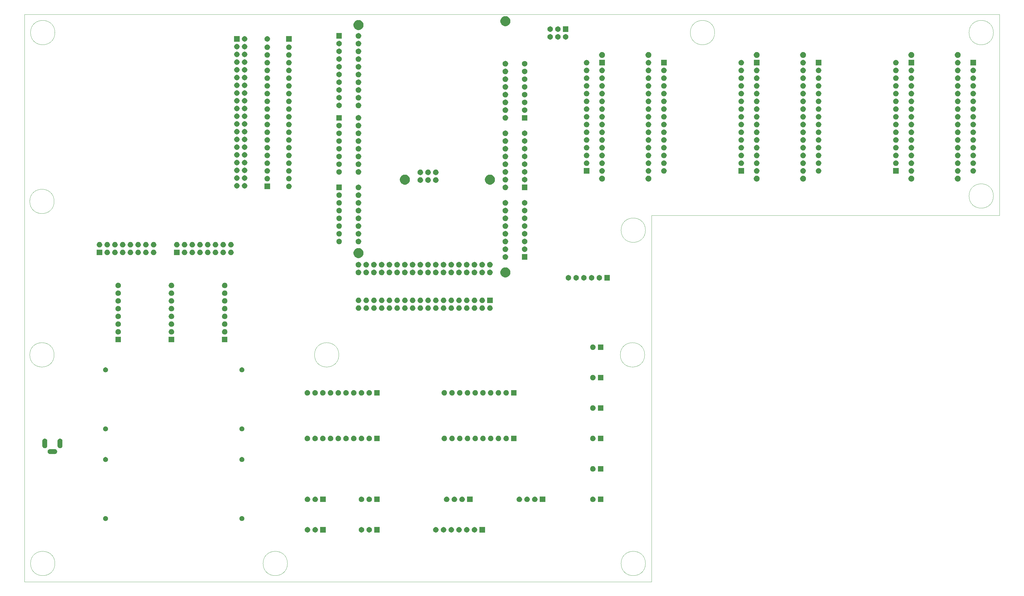
<source format=gbr>
G04 #@! TF.GenerationSoftware,KiCad,Pcbnew,(5.1.5-0)*
G04 #@! TF.CreationDate,2020-03-21T20:29:53+01:00*
G04 #@! TF.ProjectId,saufanlage,73617566-616e-46c6-9167-652e6b696361,v0.1*
G04 #@! TF.SameCoordinates,Original*
G04 #@! TF.FileFunction,Soldermask,Top*
G04 #@! TF.FilePolarity,Negative*
%FSLAX46Y46*%
G04 Gerber Fmt 4.6, Leading zero omitted, Abs format (unit mm)*
G04 Created by KiCad (PCBNEW (5.1.5-0)) date 2020-03-21 20:29:53*
%MOMM*%
%LPD*%
G04 APERTURE LIST*
%ADD10C,0.120000*%
%ADD11C,0.050000*%
%ADD12C,0.150000*%
G04 APERTURE END LIST*
D10*
X23970000Y-102108000D02*
G75*
G03X23970000Y-102108000I-4000000J0D01*
G01*
X240951000Y-46640000D02*
G75*
G03X240951000Y-46640000I-4000000J0D01*
G01*
X117507000Y-152527000D02*
G75*
G03X117507000Y-152527000I-4000000J0D01*
G01*
X100616000Y-221076000D02*
G75*
G03X100616000Y-221076000I-4000000J0D01*
G01*
X217964000Y-152527000D02*
G75*
G03X217964000Y-152527000I-4000000J0D01*
G01*
X23970000Y-152527000D02*
G75*
G03X23970000Y-152527000I-4000000J0D01*
G01*
X332518000Y-100330000D02*
G75*
G03X332518000Y-100330000I-4000000J0D01*
G01*
X218218000Y-111570000D02*
G75*
G03X218218000Y-111570000I-4000000J0D01*
G01*
X332518000Y-46640000D02*
G75*
G03X332518000Y-46640000I-4000000J0D01*
G01*
X218218000Y-221076000D02*
G75*
G03X218218000Y-221076000I-4000000J0D01*
G01*
X24224000Y-221076000D02*
G75*
G03X24224000Y-221076000I-4000000J0D01*
G01*
X24224000Y-46640000D02*
G75*
G03X24224000Y-46640000I-4000000J0D01*
G01*
D11*
X155956000Y-40640000D02*
X334518000Y-40640000D01*
X334518000Y-106680000D02*
X334518000Y-40640000D01*
X220218000Y-106680000D02*
X334518000Y-106680000D01*
X220218000Y-227076000D02*
X220218000Y-106680000D01*
X14224000Y-227076000D02*
X220218000Y-227076000D01*
X14224000Y-40640000D02*
X14224000Y-227076000D01*
X155956000Y-40640000D02*
X14224000Y-40640000D01*
D12*
G36*
X165493000Y-210901000D02*
G01*
X163691000Y-210901000D01*
X163691000Y-209099000D01*
X165493000Y-209099000D01*
X165493000Y-210901000D01*
G37*
G36*
X162165512Y-209103927D02*
G01*
X162314812Y-209133624D01*
X162478784Y-209201544D01*
X162626354Y-209300147D01*
X162751853Y-209425646D01*
X162850456Y-209573216D01*
X162918376Y-209737188D01*
X162953000Y-209911259D01*
X162953000Y-210088741D01*
X162918376Y-210262812D01*
X162850456Y-210426784D01*
X162751853Y-210574354D01*
X162626354Y-210699853D01*
X162478784Y-210798456D01*
X162314812Y-210866376D01*
X162165512Y-210896073D01*
X162140742Y-210901000D01*
X161963258Y-210901000D01*
X161938488Y-210896073D01*
X161789188Y-210866376D01*
X161625216Y-210798456D01*
X161477646Y-210699853D01*
X161352147Y-210574354D01*
X161253544Y-210426784D01*
X161185624Y-210262812D01*
X161151000Y-210088741D01*
X161151000Y-209911259D01*
X161185624Y-209737188D01*
X161253544Y-209573216D01*
X161352147Y-209425646D01*
X161477646Y-209300147D01*
X161625216Y-209201544D01*
X161789188Y-209133624D01*
X161938488Y-209103927D01*
X161963258Y-209099000D01*
X162140742Y-209099000D01*
X162165512Y-209103927D01*
G37*
G36*
X159625512Y-209103927D02*
G01*
X159774812Y-209133624D01*
X159938784Y-209201544D01*
X160086354Y-209300147D01*
X160211853Y-209425646D01*
X160310456Y-209573216D01*
X160378376Y-209737188D01*
X160413000Y-209911259D01*
X160413000Y-210088741D01*
X160378376Y-210262812D01*
X160310456Y-210426784D01*
X160211853Y-210574354D01*
X160086354Y-210699853D01*
X159938784Y-210798456D01*
X159774812Y-210866376D01*
X159625512Y-210896073D01*
X159600742Y-210901000D01*
X159423258Y-210901000D01*
X159398488Y-210896073D01*
X159249188Y-210866376D01*
X159085216Y-210798456D01*
X158937646Y-210699853D01*
X158812147Y-210574354D01*
X158713544Y-210426784D01*
X158645624Y-210262812D01*
X158611000Y-210088741D01*
X158611000Y-209911259D01*
X158645624Y-209737188D01*
X158713544Y-209573216D01*
X158812147Y-209425646D01*
X158937646Y-209300147D01*
X159085216Y-209201544D01*
X159249188Y-209133624D01*
X159398488Y-209103927D01*
X159423258Y-209099000D01*
X159600742Y-209099000D01*
X159625512Y-209103927D01*
G37*
G36*
X157085512Y-209103927D02*
G01*
X157234812Y-209133624D01*
X157398784Y-209201544D01*
X157546354Y-209300147D01*
X157671853Y-209425646D01*
X157770456Y-209573216D01*
X157838376Y-209737188D01*
X157873000Y-209911259D01*
X157873000Y-210088741D01*
X157838376Y-210262812D01*
X157770456Y-210426784D01*
X157671853Y-210574354D01*
X157546354Y-210699853D01*
X157398784Y-210798456D01*
X157234812Y-210866376D01*
X157085512Y-210896073D01*
X157060742Y-210901000D01*
X156883258Y-210901000D01*
X156858488Y-210896073D01*
X156709188Y-210866376D01*
X156545216Y-210798456D01*
X156397646Y-210699853D01*
X156272147Y-210574354D01*
X156173544Y-210426784D01*
X156105624Y-210262812D01*
X156071000Y-210088741D01*
X156071000Y-209911259D01*
X156105624Y-209737188D01*
X156173544Y-209573216D01*
X156272147Y-209425646D01*
X156397646Y-209300147D01*
X156545216Y-209201544D01*
X156709188Y-209133624D01*
X156858488Y-209103927D01*
X156883258Y-209099000D01*
X157060742Y-209099000D01*
X157085512Y-209103927D01*
G37*
G36*
X154545512Y-209103927D02*
G01*
X154694812Y-209133624D01*
X154858784Y-209201544D01*
X155006354Y-209300147D01*
X155131853Y-209425646D01*
X155230456Y-209573216D01*
X155298376Y-209737188D01*
X155333000Y-209911259D01*
X155333000Y-210088741D01*
X155298376Y-210262812D01*
X155230456Y-210426784D01*
X155131853Y-210574354D01*
X155006354Y-210699853D01*
X154858784Y-210798456D01*
X154694812Y-210866376D01*
X154545512Y-210896073D01*
X154520742Y-210901000D01*
X154343258Y-210901000D01*
X154318488Y-210896073D01*
X154169188Y-210866376D01*
X154005216Y-210798456D01*
X153857646Y-210699853D01*
X153732147Y-210574354D01*
X153633544Y-210426784D01*
X153565624Y-210262812D01*
X153531000Y-210088741D01*
X153531000Y-209911259D01*
X153565624Y-209737188D01*
X153633544Y-209573216D01*
X153732147Y-209425646D01*
X153857646Y-209300147D01*
X154005216Y-209201544D01*
X154169188Y-209133624D01*
X154318488Y-209103927D01*
X154343258Y-209099000D01*
X154520742Y-209099000D01*
X154545512Y-209103927D01*
G37*
G36*
X152005512Y-209103927D02*
G01*
X152154812Y-209133624D01*
X152318784Y-209201544D01*
X152466354Y-209300147D01*
X152591853Y-209425646D01*
X152690456Y-209573216D01*
X152758376Y-209737188D01*
X152793000Y-209911259D01*
X152793000Y-210088741D01*
X152758376Y-210262812D01*
X152690456Y-210426784D01*
X152591853Y-210574354D01*
X152466354Y-210699853D01*
X152318784Y-210798456D01*
X152154812Y-210866376D01*
X152005512Y-210896073D01*
X151980742Y-210901000D01*
X151803258Y-210901000D01*
X151778488Y-210896073D01*
X151629188Y-210866376D01*
X151465216Y-210798456D01*
X151317646Y-210699853D01*
X151192147Y-210574354D01*
X151093544Y-210426784D01*
X151025624Y-210262812D01*
X150991000Y-210088741D01*
X150991000Y-209911259D01*
X151025624Y-209737188D01*
X151093544Y-209573216D01*
X151192147Y-209425646D01*
X151317646Y-209300147D01*
X151465216Y-209201544D01*
X151629188Y-209133624D01*
X151778488Y-209103927D01*
X151803258Y-209099000D01*
X151980742Y-209099000D01*
X152005512Y-209103927D01*
G37*
G36*
X149465512Y-209103927D02*
G01*
X149614812Y-209133624D01*
X149778784Y-209201544D01*
X149926354Y-209300147D01*
X150051853Y-209425646D01*
X150150456Y-209573216D01*
X150218376Y-209737188D01*
X150253000Y-209911259D01*
X150253000Y-210088741D01*
X150218376Y-210262812D01*
X150150456Y-210426784D01*
X150051853Y-210574354D01*
X149926354Y-210699853D01*
X149778784Y-210798456D01*
X149614812Y-210866376D01*
X149465512Y-210896073D01*
X149440742Y-210901000D01*
X149263258Y-210901000D01*
X149238488Y-210896073D01*
X149089188Y-210866376D01*
X148925216Y-210798456D01*
X148777646Y-210699853D01*
X148652147Y-210574354D01*
X148553544Y-210426784D01*
X148485624Y-210262812D01*
X148451000Y-210088741D01*
X148451000Y-209911259D01*
X148485624Y-209737188D01*
X148553544Y-209573216D01*
X148652147Y-209425646D01*
X148777646Y-209300147D01*
X148925216Y-209201544D01*
X149089188Y-209133624D01*
X149238488Y-209103927D01*
X149263258Y-209099000D01*
X149440742Y-209099000D01*
X149465512Y-209103927D01*
G37*
G36*
X130901000Y-210901000D02*
G01*
X129099000Y-210901000D01*
X129099000Y-209099000D01*
X130901000Y-209099000D01*
X130901000Y-210901000D01*
G37*
G36*
X127573512Y-209103927D02*
G01*
X127722812Y-209133624D01*
X127886784Y-209201544D01*
X128034354Y-209300147D01*
X128159853Y-209425646D01*
X128258456Y-209573216D01*
X128326376Y-209737188D01*
X128361000Y-209911259D01*
X128361000Y-210088741D01*
X128326376Y-210262812D01*
X128258456Y-210426784D01*
X128159853Y-210574354D01*
X128034354Y-210699853D01*
X127886784Y-210798456D01*
X127722812Y-210866376D01*
X127573512Y-210896073D01*
X127548742Y-210901000D01*
X127371258Y-210901000D01*
X127346488Y-210896073D01*
X127197188Y-210866376D01*
X127033216Y-210798456D01*
X126885646Y-210699853D01*
X126760147Y-210574354D01*
X126661544Y-210426784D01*
X126593624Y-210262812D01*
X126559000Y-210088741D01*
X126559000Y-209911259D01*
X126593624Y-209737188D01*
X126661544Y-209573216D01*
X126760147Y-209425646D01*
X126885646Y-209300147D01*
X127033216Y-209201544D01*
X127197188Y-209133624D01*
X127346488Y-209103927D01*
X127371258Y-209099000D01*
X127548742Y-209099000D01*
X127573512Y-209103927D01*
G37*
G36*
X125033512Y-209103927D02*
G01*
X125182812Y-209133624D01*
X125346784Y-209201544D01*
X125494354Y-209300147D01*
X125619853Y-209425646D01*
X125718456Y-209573216D01*
X125786376Y-209737188D01*
X125821000Y-209911259D01*
X125821000Y-210088741D01*
X125786376Y-210262812D01*
X125718456Y-210426784D01*
X125619853Y-210574354D01*
X125494354Y-210699853D01*
X125346784Y-210798456D01*
X125182812Y-210866376D01*
X125033512Y-210896073D01*
X125008742Y-210901000D01*
X124831258Y-210901000D01*
X124806488Y-210896073D01*
X124657188Y-210866376D01*
X124493216Y-210798456D01*
X124345646Y-210699853D01*
X124220147Y-210574354D01*
X124121544Y-210426784D01*
X124053624Y-210262812D01*
X124019000Y-210088741D01*
X124019000Y-209911259D01*
X124053624Y-209737188D01*
X124121544Y-209573216D01*
X124220147Y-209425646D01*
X124345646Y-209300147D01*
X124493216Y-209201544D01*
X124657188Y-209133624D01*
X124806488Y-209103927D01*
X124831258Y-209099000D01*
X125008742Y-209099000D01*
X125033512Y-209103927D01*
G37*
G36*
X113169000Y-210901000D02*
G01*
X111367000Y-210901000D01*
X111367000Y-209099000D01*
X113169000Y-209099000D01*
X113169000Y-210901000D01*
G37*
G36*
X109841512Y-209103927D02*
G01*
X109990812Y-209133624D01*
X110154784Y-209201544D01*
X110302354Y-209300147D01*
X110427853Y-209425646D01*
X110526456Y-209573216D01*
X110594376Y-209737188D01*
X110629000Y-209911259D01*
X110629000Y-210088741D01*
X110594376Y-210262812D01*
X110526456Y-210426784D01*
X110427853Y-210574354D01*
X110302354Y-210699853D01*
X110154784Y-210798456D01*
X109990812Y-210866376D01*
X109841512Y-210896073D01*
X109816742Y-210901000D01*
X109639258Y-210901000D01*
X109614488Y-210896073D01*
X109465188Y-210866376D01*
X109301216Y-210798456D01*
X109153646Y-210699853D01*
X109028147Y-210574354D01*
X108929544Y-210426784D01*
X108861624Y-210262812D01*
X108827000Y-210088741D01*
X108827000Y-209911259D01*
X108861624Y-209737188D01*
X108929544Y-209573216D01*
X109028147Y-209425646D01*
X109153646Y-209300147D01*
X109301216Y-209201544D01*
X109465188Y-209133624D01*
X109614488Y-209103927D01*
X109639258Y-209099000D01*
X109816742Y-209099000D01*
X109841512Y-209103927D01*
G37*
G36*
X107301512Y-209103927D02*
G01*
X107450812Y-209133624D01*
X107614784Y-209201544D01*
X107762354Y-209300147D01*
X107887853Y-209425646D01*
X107986456Y-209573216D01*
X108054376Y-209737188D01*
X108089000Y-209911259D01*
X108089000Y-210088741D01*
X108054376Y-210262812D01*
X107986456Y-210426784D01*
X107887853Y-210574354D01*
X107762354Y-210699853D01*
X107614784Y-210798456D01*
X107450812Y-210866376D01*
X107301512Y-210896073D01*
X107276742Y-210901000D01*
X107099258Y-210901000D01*
X107074488Y-210896073D01*
X106925188Y-210866376D01*
X106761216Y-210798456D01*
X106613646Y-210699853D01*
X106488147Y-210574354D01*
X106389544Y-210426784D01*
X106321624Y-210262812D01*
X106287000Y-210088741D01*
X106287000Y-209911259D01*
X106321624Y-209737188D01*
X106389544Y-209573216D01*
X106488147Y-209425646D01*
X106613646Y-209300147D01*
X106761216Y-209201544D01*
X106925188Y-209133624D01*
X107074488Y-209103927D01*
X107099258Y-209099000D01*
X107276742Y-209099000D01*
X107301512Y-209103927D01*
G37*
G36*
X85883142Y-205514242D02*
G01*
X86031101Y-205575529D01*
X86164255Y-205664499D01*
X86277501Y-205777745D01*
X86366471Y-205910899D01*
X86427758Y-206058858D01*
X86459000Y-206215925D01*
X86459000Y-206376075D01*
X86427758Y-206533142D01*
X86366471Y-206681101D01*
X86277501Y-206814255D01*
X86164255Y-206927501D01*
X86031101Y-207016471D01*
X85883142Y-207077758D01*
X85726075Y-207109000D01*
X85565925Y-207109000D01*
X85408858Y-207077758D01*
X85260899Y-207016471D01*
X85127745Y-206927501D01*
X85014499Y-206814255D01*
X84925529Y-206681101D01*
X84864242Y-206533142D01*
X84833000Y-206376075D01*
X84833000Y-206215925D01*
X84864242Y-206058858D01*
X84925529Y-205910899D01*
X85014499Y-205777745D01*
X85127745Y-205664499D01*
X85260899Y-205575529D01*
X85408858Y-205514242D01*
X85565925Y-205483000D01*
X85726075Y-205483000D01*
X85883142Y-205514242D01*
G37*
G36*
X41083142Y-205514242D02*
G01*
X41231101Y-205575529D01*
X41364255Y-205664499D01*
X41477501Y-205777745D01*
X41566471Y-205910899D01*
X41627758Y-206058858D01*
X41659000Y-206215925D01*
X41659000Y-206376075D01*
X41627758Y-206533142D01*
X41566471Y-206681101D01*
X41477501Y-206814255D01*
X41364255Y-206927501D01*
X41231101Y-207016471D01*
X41083142Y-207077758D01*
X40926075Y-207109000D01*
X40765925Y-207109000D01*
X40608858Y-207077758D01*
X40460899Y-207016471D01*
X40327745Y-206927501D01*
X40214499Y-206814255D01*
X40125529Y-206681101D01*
X40064242Y-206533142D01*
X40033000Y-206376075D01*
X40033000Y-206215925D01*
X40064242Y-206058858D01*
X40125529Y-205910899D01*
X40214499Y-205777745D01*
X40327745Y-205664499D01*
X40460899Y-205575529D01*
X40608858Y-205514242D01*
X40765925Y-205483000D01*
X40926075Y-205483000D01*
X41083142Y-205514242D01*
G37*
G36*
X107301512Y-199103927D02*
G01*
X107450812Y-199133624D01*
X107614784Y-199201544D01*
X107762354Y-199300147D01*
X107887853Y-199425646D01*
X107986456Y-199573216D01*
X108054376Y-199737188D01*
X108089000Y-199911259D01*
X108089000Y-200088741D01*
X108054376Y-200262812D01*
X107986456Y-200426784D01*
X107887853Y-200574354D01*
X107762354Y-200699853D01*
X107614784Y-200798456D01*
X107450812Y-200866376D01*
X107301512Y-200896073D01*
X107276742Y-200901000D01*
X107099258Y-200901000D01*
X107074488Y-200896073D01*
X106925188Y-200866376D01*
X106761216Y-200798456D01*
X106613646Y-200699853D01*
X106488147Y-200574354D01*
X106389544Y-200426784D01*
X106321624Y-200262812D01*
X106287000Y-200088741D01*
X106287000Y-199911259D01*
X106321624Y-199737188D01*
X106389544Y-199573216D01*
X106488147Y-199425646D01*
X106613646Y-199300147D01*
X106761216Y-199201544D01*
X106925188Y-199133624D01*
X107074488Y-199103927D01*
X107099258Y-199099000D01*
X107276742Y-199099000D01*
X107301512Y-199103927D01*
G37*
G36*
X155561512Y-199103927D02*
G01*
X155710812Y-199133624D01*
X155874784Y-199201544D01*
X156022354Y-199300147D01*
X156147853Y-199425646D01*
X156246456Y-199573216D01*
X156314376Y-199737188D01*
X156349000Y-199911259D01*
X156349000Y-200088741D01*
X156314376Y-200262812D01*
X156246456Y-200426784D01*
X156147853Y-200574354D01*
X156022354Y-200699853D01*
X155874784Y-200798456D01*
X155710812Y-200866376D01*
X155561512Y-200896073D01*
X155536742Y-200901000D01*
X155359258Y-200901000D01*
X155334488Y-200896073D01*
X155185188Y-200866376D01*
X155021216Y-200798456D01*
X154873646Y-200699853D01*
X154748147Y-200574354D01*
X154649544Y-200426784D01*
X154581624Y-200262812D01*
X154547000Y-200088741D01*
X154547000Y-199911259D01*
X154581624Y-199737188D01*
X154649544Y-199573216D01*
X154748147Y-199425646D01*
X154873646Y-199300147D01*
X155021216Y-199201544D01*
X155185188Y-199133624D01*
X155334488Y-199103927D01*
X155359258Y-199099000D01*
X155536742Y-199099000D01*
X155561512Y-199103927D01*
G37*
G36*
X204377000Y-200901000D02*
G01*
X202575000Y-200901000D01*
X202575000Y-199099000D01*
X204377000Y-199099000D01*
X204377000Y-200901000D01*
G37*
G36*
X176897512Y-199103927D02*
G01*
X177046812Y-199133624D01*
X177210784Y-199201544D01*
X177358354Y-199300147D01*
X177483853Y-199425646D01*
X177582456Y-199573216D01*
X177650376Y-199737188D01*
X177685000Y-199911259D01*
X177685000Y-200088741D01*
X177650376Y-200262812D01*
X177582456Y-200426784D01*
X177483853Y-200574354D01*
X177358354Y-200699853D01*
X177210784Y-200798456D01*
X177046812Y-200866376D01*
X176897512Y-200896073D01*
X176872742Y-200901000D01*
X176695258Y-200901000D01*
X176670488Y-200896073D01*
X176521188Y-200866376D01*
X176357216Y-200798456D01*
X176209646Y-200699853D01*
X176084147Y-200574354D01*
X175985544Y-200426784D01*
X175917624Y-200262812D01*
X175883000Y-200088741D01*
X175883000Y-199911259D01*
X175917624Y-199737188D01*
X175985544Y-199573216D01*
X176084147Y-199425646D01*
X176209646Y-199300147D01*
X176357216Y-199201544D01*
X176521188Y-199133624D01*
X176670488Y-199103927D01*
X176695258Y-199099000D01*
X176872742Y-199099000D01*
X176897512Y-199103927D01*
G37*
G36*
X179437512Y-199103927D02*
G01*
X179586812Y-199133624D01*
X179750784Y-199201544D01*
X179898354Y-199300147D01*
X180023853Y-199425646D01*
X180122456Y-199573216D01*
X180190376Y-199737188D01*
X180225000Y-199911259D01*
X180225000Y-200088741D01*
X180190376Y-200262812D01*
X180122456Y-200426784D01*
X180023853Y-200574354D01*
X179898354Y-200699853D01*
X179750784Y-200798456D01*
X179586812Y-200866376D01*
X179437512Y-200896073D01*
X179412742Y-200901000D01*
X179235258Y-200901000D01*
X179210488Y-200896073D01*
X179061188Y-200866376D01*
X178897216Y-200798456D01*
X178749646Y-200699853D01*
X178624147Y-200574354D01*
X178525544Y-200426784D01*
X178457624Y-200262812D01*
X178423000Y-200088741D01*
X178423000Y-199911259D01*
X178457624Y-199737188D01*
X178525544Y-199573216D01*
X178624147Y-199425646D01*
X178749646Y-199300147D01*
X178897216Y-199201544D01*
X179061188Y-199133624D01*
X179210488Y-199103927D01*
X179235258Y-199099000D01*
X179412742Y-199099000D01*
X179437512Y-199103927D01*
G37*
G36*
X181977512Y-199103927D02*
G01*
X182126812Y-199133624D01*
X182290784Y-199201544D01*
X182438354Y-199300147D01*
X182563853Y-199425646D01*
X182662456Y-199573216D01*
X182730376Y-199737188D01*
X182765000Y-199911259D01*
X182765000Y-200088741D01*
X182730376Y-200262812D01*
X182662456Y-200426784D01*
X182563853Y-200574354D01*
X182438354Y-200699853D01*
X182290784Y-200798456D01*
X182126812Y-200866376D01*
X181977512Y-200896073D01*
X181952742Y-200901000D01*
X181775258Y-200901000D01*
X181750488Y-200896073D01*
X181601188Y-200866376D01*
X181437216Y-200798456D01*
X181289646Y-200699853D01*
X181164147Y-200574354D01*
X181065544Y-200426784D01*
X180997624Y-200262812D01*
X180963000Y-200088741D01*
X180963000Y-199911259D01*
X180997624Y-199737188D01*
X181065544Y-199573216D01*
X181164147Y-199425646D01*
X181289646Y-199300147D01*
X181437216Y-199201544D01*
X181601188Y-199133624D01*
X181750488Y-199103927D01*
X181775258Y-199099000D01*
X181952742Y-199099000D01*
X181977512Y-199103927D01*
G37*
G36*
X185305000Y-200901000D02*
G01*
X183503000Y-200901000D01*
X183503000Y-199099000D01*
X185305000Y-199099000D01*
X185305000Y-200901000D01*
G37*
G36*
X109841512Y-199103927D02*
G01*
X109990812Y-199133624D01*
X110154784Y-199201544D01*
X110302354Y-199300147D01*
X110427853Y-199425646D01*
X110526456Y-199573216D01*
X110594376Y-199737188D01*
X110629000Y-199911259D01*
X110629000Y-200088741D01*
X110594376Y-200262812D01*
X110526456Y-200426784D01*
X110427853Y-200574354D01*
X110302354Y-200699853D01*
X110154784Y-200798456D01*
X109990812Y-200866376D01*
X109841512Y-200896073D01*
X109816742Y-200901000D01*
X109639258Y-200901000D01*
X109614488Y-200896073D01*
X109465188Y-200866376D01*
X109301216Y-200798456D01*
X109153646Y-200699853D01*
X109028147Y-200574354D01*
X108929544Y-200426784D01*
X108861624Y-200262812D01*
X108827000Y-200088741D01*
X108827000Y-199911259D01*
X108861624Y-199737188D01*
X108929544Y-199573216D01*
X109028147Y-199425646D01*
X109153646Y-199300147D01*
X109301216Y-199201544D01*
X109465188Y-199133624D01*
X109614488Y-199103927D01*
X109639258Y-199099000D01*
X109816742Y-199099000D01*
X109841512Y-199103927D01*
G37*
G36*
X161429000Y-200901000D02*
G01*
X159627000Y-200901000D01*
X159627000Y-199099000D01*
X161429000Y-199099000D01*
X161429000Y-200901000D01*
G37*
G36*
X158101512Y-199103927D02*
G01*
X158250812Y-199133624D01*
X158414784Y-199201544D01*
X158562354Y-199300147D01*
X158687853Y-199425646D01*
X158786456Y-199573216D01*
X158854376Y-199737188D01*
X158889000Y-199911259D01*
X158889000Y-200088741D01*
X158854376Y-200262812D01*
X158786456Y-200426784D01*
X158687853Y-200574354D01*
X158562354Y-200699853D01*
X158414784Y-200798456D01*
X158250812Y-200866376D01*
X158101512Y-200896073D01*
X158076742Y-200901000D01*
X157899258Y-200901000D01*
X157874488Y-200896073D01*
X157725188Y-200866376D01*
X157561216Y-200798456D01*
X157413646Y-200699853D01*
X157288147Y-200574354D01*
X157189544Y-200426784D01*
X157121624Y-200262812D01*
X157087000Y-200088741D01*
X157087000Y-199911259D01*
X157121624Y-199737188D01*
X157189544Y-199573216D01*
X157288147Y-199425646D01*
X157413646Y-199300147D01*
X157561216Y-199201544D01*
X157725188Y-199133624D01*
X157874488Y-199103927D01*
X157899258Y-199099000D01*
X158076742Y-199099000D01*
X158101512Y-199103927D01*
G37*
G36*
X153021512Y-199103927D02*
G01*
X153170812Y-199133624D01*
X153334784Y-199201544D01*
X153482354Y-199300147D01*
X153607853Y-199425646D01*
X153706456Y-199573216D01*
X153774376Y-199737188D01*
X153809000Y-199911259D01*
X153809000Y-200088741D01*
X153774376Y-200262812D01*
X153706456Y-200426784D01*
X153607853Y-200574354D01*
X153482354Y-200699853D01*
X153334784Y-200798456D01*
X153170812Y-200866376D01*
X153021512Y-200896073D01*
X152996742Y-200901000D01*
X152819258Y-200901000D01*
X152794488Y-200896073D01*
X152645188Y-200866376D01*
X152481216Y-200798456D01*
X152333646Y-200699853D01*
X152208147Y-200574354D01*
X152109544Y-200426784D01*
X152041624Y-200262812D01*
X152007000Y-200088741D01*
X152007000Y-199911259D01*
X152041624Y-199737188D01*
X152109544Y-199573216D01*
X152208147Y-199425646D01*
X152333646Y-199300147D01*
X152481216Y-199201544D01*
X152645188Y-199133624D01*
X152794488Y-199103927D01*
X152819258Y-199099000D01*
X152996742Y-199099000D01*
X153021512Y-199103927D01*
G37*
G36*
X201049512Y-199103927D02*
G01*
X201198812Y-199133624D01*
X201362784Y-199201544D01*
X201510354Y-199300147D01*
X201635853Y-199425646D01*
X201734456Y-199573216D01*
X201802376Y-199737188D01*
X201837000Y-199911259D01*
X201837000Y-200088741D01*
X201802376Y-200262812D01*
X201734456Y-200426784D01*
X201635853Y-200574354D01*
X201510354Y-200699853D01*
X201362784Y-200798456D01*
X201198812Y-200866376D01*
X201049512Y-200896073D01*
X201024742Y-200901000D01*
X200847258Y-200901000D01*
X200822488Y-200896073D01*
X200673188Y-200866376D01*
X200509216Y-200798456D01*
X200361646Y-200699853D01*
X200236147Y-200574354D01*
X200137544Y-200426784D01*
X200069624Y-200262812D01*
X200035000Y-200088741D01*
X200035000Y-199911259D01*
X200069624Y-199737188D01*
X200137544Y-199573216D01*
X200236147Y-199425646D01*
X200361646Y-199300147D01*
X200509216Y-199201544D01*
X200673188Y-199133624D01*
X200822488Y-199103927D01*
X200847258Y-199099000D01*
X201024742Y-199099000D01*
X201049512Y-199103927D01*
G37*
G36*
X113169000Y-200901000D02*
G01*
X111367000Y-200901000D01*
X111367000Y-199099000D01*
X113169000Y-199099000D01*
X113169000Y-200901000D01*
G37*
G36*
X130901000Y-200901000D02*
G01*
X129099000Y-200901000D01*
X129099000Y-199099000D01*
X130901000Y-199099000D01*
X130901000Y-200901000D01*
G37*
G36*
X127573512Y-199103927D02*
G01*
X127722812Y-199133624D01*
X127886784Y-199201544D01*
X128034354Y-199300147D01*
X128159853Y-199425646D01*
X128258456Y-199573216D01*
X128326376Y-199737188D01*
X128361000Y-199911259D01*
X128361000Y-200088741D01*
X128326376Y-200262812D01*
X128258456Y-200426784D01*
X128159853Y-200574354D01*
X128034354Y-200699853D01*
X127886784Y-200798456D01*
X127722812Y-200866376D01*
X127573512Y-200896073D01*
X127548742Y-200901000D01*
X127371258Y-200901000D01*
X127346488Y-200896073D01*
X127197188Y-200866376D01*
X127033216Y-200798456D01*
X126885646Y-200699853D01*
X126760147Y-200574354D01*
X126661544Y-200426784D01*
X126593624Y-200262812D01*
X126559000Y-200088741D01*
X126559000Y-199911259D01*
X126593624Y-199737188D01*
X126661544Y-199573216D01*
X126760147Y-199425646D01*
X126885646Y-199300147D01*
X127033216Y-199201544D01*
X127197188Y-199133624D01*
X127346488Y-199103927D01*
X127371258Y-199099000D01*
X127548742Y-199099000D01*
X127573512Y-199103927D01*
G37*
G36*
X125033512Y-199103927D02*
G01*
X125182812Y-199133624D01*
X125346784Y-199201544D01*
X125494354Y-199300147D01*
X125619853Y-199425646D01*
X125718456Y-199573216D01*
X125786376Y-199737188D01*
X125821000Y-199911259D01*
X125821000Y-200088741D01*
X125786376Y-200262812D01*
X125718456Y-200426784D01*
X125619853Y-200574354D01*
X125494354Y-200699853D01*
X125346784Y-200798456D01*
X125182812Y-200866376D01*
X125033512Y-200896073D01*
X125008742Y-200901000D01*
X124831258Y-200901000D01*
X124806488Y-200896073D01*
X124657188Y-200866376D01*
X124493216Y-200798456D01*
X124345646Y-200699853D01*
X124220147Y-200574354D01*
X124121544Y-200426784D01*
X124053624Y-200262812D01*
X124019000Y-200088741D01*
X124019000Y-199911259D01*
X124053624Y-199737188D01*
X124121544Y-199573216D01*
X124220147Y-199425646D01*
X124345646Y-199300147D01*
X124493216Y-199201544D01*
X124657188Y-199133624D01*
X124806488Y-199103927D01*
X124831258Y-199099000D01*
X125008742Y-199099000D01*
X125033512Y-199103927D01*
G37*
G36*
X201049512Y-189103927D02*
G01*
X201198812Y-189133624D01*
X201362784Y-189201544D01*
X201510354Y-189300147D01*
X201635853Y-189425646D01*
X201734456Y-189573216D01*
X201802376Y-189737188D01*
X201837000Y-189911259D01*
X201837000Y-190088741D01*
X201802376Y-190262812D01*
X201734456Y-190426784D01*
X201635853Y-190574354D01*
X201510354Y-190699853D01*
X201362784Y-190798456D01*
X201198812Y-190866376D01*
X201049512Y-190896073D01*
X201024742Y-190901000D01*
X200847258Y-190901000D01*
X200822488Y-190896073D01*
X200673188Y-190866376D01*
X200509216Y-190798456D01*
X200361646Y-190699853D01*
X200236147Y-190574354D01*
X200137544Y-190426784D01*
X200069624Y-190262812D01*
X200035000Y-190088741D01*
X200035000Y-189911259D01*
X200069624Y-189737188D01*
X200137544Y-189573216D01*
X200236147Y-189425646D01*
X200361646Y-189300147D01*
X200509216Y-189201544D01*
X200673188Y-189133624D01*
X200822488Y-189103927D01*
X200847258Y-189099000D01*
X201024742Y-189099000D01*
X201049512Y-189103927D01*
G37*
G36*
X204377000Y-190901000D02*
G01*
X202575000Y-190901000D01*
X202575000Y-189099000D01*
X204377000Y-189099000D01*
X204377000Y-190901000D01*
G37*
G36*
X85883142Y-186114242D02*
G01*
X86031101Y-186175529D01*
X86164255Y-186264499D01*
X86277501Y-186377745D01*
X86366471Y-186510899D01*
X86427758Y-186658858D01*
X86459000Y-186815925D01*
X86459000Y-186976075D01*
X86427758Y-187133142D01*
X86366471Y-187281101D01*
X86277501Y-187414255D01*
X86164255Y-187527501D01*
X86031101Y-187616471D01*
X85883142Y-187677758D01*
X85726075Y-187709000D01*
X85565925Y-187709000D01*
X85408858Y-187677758D01*
X85260899Y-187616471D01*
X85127745Y-187527501D01*
X85014499Y-187414255D01*
X84925529Y-187281101D01*
X84864242Y-187133142D01*
X84833000Y-186976075D01*
X84833000Y-186815925D01*
X84864242Y-186658858D01*
X84925529Y-186510899D01*
X85014499Y-186377745D01*
X85127745Y-186264499D01*
X85260899Y-186175529D01*
X85408858Y-186114242D01*
X85565925Y-186083000D01*
X85726075Y-186083000D01*
X85883142Y-186114242D01*
G37*
G36*
X41083142Y-186114242D02*
G01*
X41231101Y-186175529D01*
X41364255Y-186264499D01*
X41477501Y-186377745D01*
X41566471Y-186510899D01*
X41627758Y-186658858D01*
X41659000Y-186815925D01*
X41659000Y-186976075D01*
X41627758Y-187133142D01*
X41566471Y-187281101D01*
X41477501Y-187414255D01*
X41364255Y-187527501D01*
X41231101Y-187616471D01*
X41083142Y-187677758D01*
X40926075Y-187709000D01*
X40765925Y-187709000D01*
X40608858Y-187677758D01*
X40460899Y-187616471D01*
X40327745Y-187527501D01*
X40214499Y-187414255D01*
X40125529Y-187281101D01*
X40064242Y-187133142D01*
X40033000Y-186976075D01*
X40033000Y-186815925D01*
X40064242Y-186658858D01*
X40125529Y-186510899D01*
X40214499Y-186377745D01*
X40327745Y-186264499D01*
X40460899Y-186175529D01*
X40608858Y-186114242D01*
X40765925Y-186083000D01*
X40926075Y-186083000D01*
X41083142Y-186114242D01*
G37*
G36*
X24249747Y-183500921D02*
G01*
X24329376Y-183508764D01*
X24482627Y-183555252D01*
X24482630Y-183555253D01*
X24623863Y-183630744D01*
X24747659Y-183732341D01*
X24849256Y-183856137D01*
X24924747Y-183997370D01*
X24924748Y-183997373D01*
X24971236Y-184150624D01*
X24986933Y-184310000D01*
X24971236Y-184469376D01*
X24924748Y-184622627D01*
X24924747Y-184622630D01*
X24849256Y-184763863D01*
X24747659Y-184887659D01*
X24623863Y-184989256D01*
X24482630Y-185064747D01*
X24482627Y-185064748D01*
X24329376Y-185111236D01*
X24249747Y-185119079D01*
X24209934Y-185123000D01*
X22606066Y-185123000D01*
X22566253Y-185119079D01*
X22486624Y-185111236D01*
X22333373Y-185064748D01*
X22333370Y-185064747D01*
X22192137Y-184989256D01*
X22068341Y-184887659D01*
X21966744Y-184763863D01*
X21891253Y-184622630D01*
X21891252Y-184622627D01*
X21844764Y-184469376D01*
X21829067Y-184310000D01*
X21844764Y-184150624D01*
X21891252Y-183997373D01*
X21891253Y-183997370D01*
X21966744Y-183856137D01*
X22068341Y-183732341D01*
X22192137Y-183630744D01*
X22333370Y-183555253D01*
X22333373Y-183555252D01*
X22486624Y-183508764D01*
X22566253Y-183500921D01*
X22606066Y-183497000D01*
X24209934Y-183497000D01*
X24249747Y-183500921D01*
G37*
G36*
X26067375Y-180046764D02*
G01*
X26205755Y-180088741D01*
X26220629Y-180093253D01*
X26361863Y-180168744D01*
X26485659Y-180270341D01*
X26587256Y-180394137D01*
X26662747Y-180535370D01*
X26662747Y-180535371D01*
X26662748Y-180535373D01*
X26709236Y-180688624D01*
X26721000Y-180808067D01*
X26721000Y-182411933D01*
X26709236Y-182531376D01*
X26662748Y-182684627D01*
X26662747Y-182684630D01*
X26587256Y-182825863D01*
X26485659Y-182949659D01*
X26361863Y-183051256D01*
X26220630Y-183126747D01*
X26220627Y-183126748D01*
X26067376Y-183173236D01*
X25908000Y-183188933D01*
X25748625Y-183173236D01*
X25595374Y-183126748D01*
X25595371Y-183126747D01*
X25454138Y-183051256D01*
X25330342Y-182949659D01*
X25228745Y-182825863D01*
X25153254Y-182684630D01*
X25153253Y-182684627D01*
X25106765Y-182531376D01*
X25095001Y-182411933D01*
X25095000Y-180808068D01*
X25106764Y-180688625D01*
X25153252Y-180535374D01*
X25153253Y-180535371D01*
X25228744Y-180394137D01*
X25330341Y-180270341D01*
X25454137Y-180168744D01*
X25595370Y-180093253D01*
X25610244Y-180088741D01*
X25748624Y-180046764D01*
X25908000Y-180031067D01*
X26067375Y-180046764D01*
G37*
G36*
X21067375Y-180046764D02*
G01*
X21205755Y-180088741D01*
X21220629Y-180093253D01*
X21361863Y-180168744D01*
X21485659Y-180270341D01*
X21587256Y-180394137D01*
X21662747Y-180535370D01*
X21662747Y-180535371D01*
X21662748Y-180535373D01*
X21709236Y-180688624D01*
X21721000Y-180808067D01*
X21721000Y-182411933D01*
X21709236Y-182531376D01*
X21662748Y-182684627D01*
X21662747Y-182684630D01*
X21587256Y-182825863D01*
X21485659Y-182949659D01*
X21361863Y-183051256D01*
X21220630Y-183126747D01*
X21220627Y-183126748D01*
X21067376Y-183173236D01*
X20908000Y-183188933D01*
X20748625Y-183173236D01*
X20595374Y-183126748D01*
X20595371Y-183126747D01*
X20454138Y-183051256D01*
X20330342Y-182949659D01*
X20228745Y-182825863D01*
X20153254Y-182684630D01*
X20153253Y-182684627D01*
X20106765Y-182531376D01*
X20095001Y-182411933D01*
X20095000Y-180808068D01*
X20106764Y-180688625D01*
X20153252Y-180535374D01*
X20153253Y-180535371D01*
X20228744Y-180394137D01*
X20330341Y-180270341D01*
X20454137Y-180168744D01*
X20595370Y-180093253D01*
X20610244Y-180088741D01*
X20748624Y-180046764D01*
X20908000Y-180031067D01*
X21067375Y-180046764D01*
G37*
G36*
X162413512Y-179103927D02*
G01*
X162562812Y-179133624D01*
X162726784Y-179201544D01*
X162874354Y-179300147D01*
X162999853Y-179425646D01*
X163098456Y-179573216D01*
X163166376Y-179737188D01*
X163201000Y-179911259D01*
X163201000Y-180088741D01*
X163166376Y-180262812D01*
X163098456Y-180426784D01*
X162999853Y-180574354D01*
X162874354Y-180699853D01*
X162726784Y-180798456D01*
X162562812Y-180866376D01*
X162413512Y-180896073D01*
X162388742Y-180901000D01*
X162211258Y-180901000D01*
X162186488Y-180896073D01*
X162037188Y-180866376D01*
X161873216Y-180798456D01*
X161725646Y-180699853D01*
X161600147Y-180574354D01*
X161501544Y-180426784D01*
X161433624Y-180262812D01*
X161399000Y-180088741D01*
X161399000Y-179911259D01*
X161433624Y-179737188D01*
X161501544Y-179573216D01*
X161600147Y-179425646D01*
X161725646Y-179300147D01*
X161873216Y-179201544D01*
X162037188Y-179133624D01*
X162186488Y-179103927D01*
X162211258Y-179099000D01*
X162388742Y-179099000D01*
X162413512Y-179103927D01*
G37*
G36*
X204377000Y-180901000D02*
G01*
X202575000Y-180901000D01*
X202575000Y-179099000D01*
X204377000Y-179099000D01*
X204377000Y-180901000D01*
G37*
G36*
X201049512Y-179103927D02*
G01*
X201198812Y-179133624D01*
X201362784Y-179201544D01*
X201510354Y-179300147D01*
X201635853Y-179425646D01*
X201734456Y-179573216D01*
X201802376Y-179737188D01*
X201837000Y-179911259D01*
X201837000Y-180088741D01*
X201802376Y-180262812D01*
X201734456Y-180426784D01*
X201635853Y-180574354D01*
X201510354Y-180699853D01*
X201362784Y-180798456D01*
X201198812Y-180866376D01*
X201049512Y-180896073D01*
X201024742Y-180901000D01*
X200847258Y-180901000D01*
X200822488Y-180896073D01*
X200673188Y-180866376D01*
X200509216Y-180798456D01*
X200361646Y-180699853D01*
X200236147Y-180574354D01*
X200137544Y-180426784D01*
X200069624Y-180262812D01*
X200035000Y-180088741D01*
X200035000Y-179911259D01*
X200069624Y-179737188D01*
X200137544Y-179573216D01*
X200236147Y-179425646D01*
X200361646Y-179300147D01*
X200509216Y-179201544D01*
X200673188Y-179133624D01*
X200822488Y-179103927D01*
X200847258Y-179099000D01*
X201024742Y-179099000D01*
X201049512Y-179103927D01*
G37*
G36*
X175901000Y-180901000D02*
G01*
X174099000Y-180901000D01*
X174099000Y-179099000D01*
X175901000Y-179099000D01*
X175901000Y-180901000D01*
G37*
G36*
X172573512Y-179103927D02*
G01*
X172722812Y-179133624D01*
X172886784Y-179201544D01*
X173034354Y-179300147D01*
X173159853Y-179425646D01*
X173258456Y-179573216D01*
X173326376Y-179737188D01*
X173361000Y-179911259D01*
X173361000Y-180088741D01*
X173326376Y-180262812D01*
X173258456Y-180426784D01*
X173159853Y-180574354D01*
X173034354Y-180699853D01*
X172886784Y-180798456D01*
X172722812Y-180866376D01*
X172573512Y-180896073D01*
X172548742Y-180901000D01*
X172371258Y-180901000D01*
X172346488Y-180896073D01*
X172197188Y-180866376D01*
X172033216Y-180798456D01*
X171885646Y-180699853D01*
X171760147Y-180574354D01*
X171661544Y-180426784D01*
X171593624Y-180262812D01*
X171559000Y-180088741D01*
X171559000Y-179911259D01*
X171593624Y-179737188D01*
X171661544Y-179573216D01*
X171760147Y-179425646D01*
X171885646Y-179300147D01*
X172033216Y-179201544D01*
X172197188Y-179133624D01*
X172346488Y-179103927D01*
X172371258Y-179099000D01*
X172548742Y-179099000D01*
X172573512Y-179103927D01*
G37*
G36*
X170033512Y-179103927D02*
G01*
X170182812Y-179133624D01*
X170346784Y-179201544D01*
X170494354Y-179300147D01*
X170619853Y-179425646D01*
X170718456Y-179573216D01*
X170786376Y-179737188D01*
X170821000Y-179911259D01*
X170821000Y-180088741D01*
X170786376Y-180262812D01*
X170718456Y-180426784D01*
X170619853Y-180574354D01*
X170494354Y-180699853D01*
X170346784Y-180798456D01*
X170182812Y-180866376D01*
X170033512Y-180896073D01*
X170008742Y-180901000D01*
X169831258Y-180901000D01*
X169806488Y-180896073D01*
X169657188Y-180866376D01*
X169493216Y-180798456D01*
X169345646Y-180699853D01*
X169220147Y-180574354D01*
X169121544Y-180426784D01*
X169053624Y-180262812D01*
X169019000Y-180088741D01*
X169019000Y-179911259D01*
X169053624Y-179737188D01*
X169121544Y-179573216D01*
X169220147Y-179425646D01*
X169345646Y-179300147D01*
X169493216Y-179201544D01*
X169657188Y-179133624D01*
X169806488Y-179103927D01*
X169831258Y-179099000D01*
X170008742Y-179099000D01*
X170033512Y-179103927D01*
G37*
G36*
X167493512Y-179103927D02*
G01*
X167642812Y-179133624D01*
X167806784Y-179201544D01*
X167954354Y-179300147D01*
X168079853Y-179425646D01*
X168178456Y-179573216D01*
X168246376Y-179737188D01*
X168281000Y-179911259D01*
X168281000Y-180088741D01*
X168246376Y-180262812D01*
X168178456Y-180426784D01*
X168079853Y-180574354D01*
X167954354Y-180699853D01*
X167806784Y-180798456D01*
X167642812Y-180866376D01*
X167493512Y-180896073D01*
X167468742Y-180901000D01*
X167291258Y-180901000D01*
X167266488Y-180896073D01*
X167117188Y-180866376D01*
X166953216Y-180798456D01*
X166805646Y-180699853D01*
X166680147Y-180574354D01*
X166581544Y-180426784D01*
X166513624Y-180262812D01*
X166479000Y-180088741D01*
X166479000Y-179911259D01*
X166513624Y-179737188D01*
X166581544Y-179573216D01*
X166680147Y-179425646D01*
X166805646Y-179300147D01*
X166953216Y-179201544D01*
X167117188Y-179133624D01*
X167266488Y-179103927D01*
X167291258Y-179099000D01*
X167468742Y-179099000D01*
X167493512Y-179103927D01*
G37*
G36*
X164953512Y-179103927D02*
G01*
X165102812Y-179133624D01*
X165266784Y-179201544D01*
X165414354Y-179300147D01*
X165539853Y-179425646D01*
X165638456Y-179573216D01*
X165706376Y-179737188D01*
X165741000Y-179911259D01*
X165741000Y-180088741D01*
X165706376Y-180262812D01*
X165638456Y-180426784D01*
X165539853Y-180574354D01*
X165414354Y-180699853D01*
X165266784Y-180798456D01*
X165102812Y-180866376D01*
X164953512Y-180896073D01*
X164928742Y-180901000D01*
X164751258Y-180901000D01*
X164726488Y-180896073D01*
X164577188Y-180866376D01*
X164413216Y-180798456D01*
X164265646Y-180699853D01*
X164140147Y-180574354D01*
X164041544Y-180426784D01*
X163973624Y-180262812D01*
X163939000Y-180088741D01*
X163939000Y-179911259D01*
X163973624Y-179737188D01*
X164041544Y-179573216D01*
X164140147Y-179425646D01*
X164265646Y-179300147D01*
X164413216Y-179201544D01*
X164577188Y-179133624D01*
X164726488Y-179103927D01*
X164751258Y-179099000D01*
X164928742Y-179099000D01*
X164953512Y-179103927D01*
G37*
G36*
X159873512Y-179103927D02*
G01*
X160022812Y-179133624D01*
X160186784Y-179201544D01*
X160334354Y-179300147D01*
X160459853Y-179425646D01*
X160558456Y-179573216D01*
X160626376Y-179737188D01*
X160661000Y-179911259D01*
X160661000Y-180088741D01*
X160626376Y-180262812D01*
X160558456Y-180426784D01*
X160459853Y-180574354D01*
X160334354Y-180699853D01*
X160186784Y-180798456D01*
X160022812Y-180866376D01*
X159873512Y-180896073D01*
X159848742Y-180901000D01*
X159671258Y-180901000D01*
X159646488Y-180896073D01*
X159497188Y-180866376D01*
X159333216Y-180798456D01*
X159185646Y-180699853D01*
X159060147Y-180574354D01*
X158961544Y-180426784D01*
X158893624Y-180262812D01*
X158859000Y-180088741D01*
X158859000Y-179911259D01*
X158893624Y-179737188D01*
X158961544Y-179573216D01*
X159060147Y-179425646D01*
X159185646Y-179300147D01*
X159333216Y-179201544D01*
X159497188Y-179133624D01*
X159646488Y-179103927D01*
X159671258Y-179099000D01*
X159848742Y-179099000D01*
X159873512Y-179103927D01*
G37*
G36*
X157333512Y-179103927D02*
G01*
X157482812Y-179133624D01*
X157646784Y-179201544D01*
X157794354Y-179300147D01*
X157919853Y-179425646D01*
X158018456Y-179573216D01*
X158086376Y-179737188D01*
X158121000Y-179911259D01*
X158121000Y-180088741D01*
X158086376Y-180262812D01*
X158018456Y-180426784D01*
X157919853Y-180574354D01*
X157794354Y-180699853D01*
X157646784Y-180798456D01*
X157482812Y-180866376D01*
X157333512Y-180896073D01*
X157308742Y-180901000D01*
X157131258Y-180901000D01*
X157106488Y-180896073D01*
X156957188Y-180866376D01*
X156793216Y-180798456D01*
X156645646Y-180699853D01*
X156520147Y-180574354D01*
X156421544Y-180426784D01*
X156353624Y-180262812D01*
X156319000Y-180088741D01*
X156319000Y-179911259D01*
X156353624Y-179737188D01*
X156421544Y-179573216D01*
X156520147Y-179425646D01*
X156645646Y-179300147D01*
X156793216Y-179201544D01*
X156957188Y-179133624D01*
X157106488Y-179103927D01*
X157131258Y-179099000D01*
X157308742Y-179099000D01*
X157333512Y-179103927D01*
G37*
G36*
X154793512Y-179103927D02*
G01*
X154942812Y-179133624D01*
X155106784Y-179201544D01*
X155254354Y-179300147D01*
X155379853Y-179425646D01*
X155478456Y-179573216D01*
X155546376Y-179737188D01*
X155581000Y-179911259D01*
X155581000Y-180088741D01*
X155546376Y-180262812D01*
X155478456Y-180426784D01*
X155379853Y-180574354D01*
X155254354Y-180699853D01*
X155106784Y-180798456D01*
X154942812Y-180866376D01*
X154793512Y-180896073D01*
X154768742Y-180901000D01*
X154591258Y-180901000D01*
X154566488Y-180896073D01*
X154417188Y-180866376D01*
X154253216Y-180798456D01*
X154105646Y-180699853D01*
X153980147Y-180574354D01*
X153881544Y-180426784D01*
X153813624Y-180262812D01*
X153779000Y-180088741D01*
X153779000Y-179911259D01*
X153813624Y-179737188D01*
X153881544Y-179573216D01*
X153980147Y-179425646D01*
X154105646Y-179300147D01*
X154253216Y-179201544D01*
X154417188Y-179133624D01*
X154566488Y-179103927D01*
X154591258Y-179099000D01*
X154768742Y-179099000D01*
X154793512Y-179103927D01*
G37*
G36*
X152253512Y-179103927D02*
G01*
X152402812Y-179133624D01*
X152566784Y-179201544D01*
X152714354Y-179300147D01*
X152839853Y-179425646D01*
X152938456Y-179573216D01*
X153006376Y-179737188D01*
X153041000Y-179911259D01*
X153041000Y-180088741D01*
X153006376Y-180262812D01*
X152938456Y-180426784D01*
X152839853Y-180574354D01*
X152714354Y-180699853D01*
X152566784Y-180798456D01*
X152402812Y-180866376D01*
X152253512Y-180896073D01*
X152228742Y-180901000D01*
X152051258Y-180901000D01*
X152026488Y-180896073D01*
X151877188Y-180866376D01*
X151713216Y-180798456D01*
X151565646Y-180699853D01*
X151440147Y-180574354D01*
X151341544Y-180426784D01*
X151273624Y-180262812D01*
X151239000Y-180088741D01*
X151239000Y-179911259D01*
X151273624Y-179737188D01*
X151341544Y-179573216D01*
X151440147Y-179425646D01*
X151565646Y-179300147D01*
X151713216Y-179201544D01*
X151877188Y-179133624D01*
X152026488Y-179103927D01*
X152051258Y-179099000D01*
X152228742Y-179099000D01*
X152253512Y-179103927D01*
G37*
G36*
X130901000Y-180901000D02*
G01*
X129099000Y-180901000D01*
X129099000Y-179099000D01*
X130901000Y-179099000D01*
X130901000Y-180901000D01*
G37*
G36*
X127573512Y-179103927D02*
G01*
X127722812Y-179133624D01*
X127886784Y-179201544D01*
X128034354Y-179300147D01*
X128159853Y-179425646D01*
X128258456Y-179573216D01*
X128326376Y-179737188D01*
X128361000Y-179911259D01*
X128361000Y-180088741D01*
X128326376Y-180262812D01*
X128258456Y-180426784D01*
X128159853Y-180574354D01*
X128034354Y-180699853D01*
X127886784Y-180798456D01*
X127722812Y-180866376D01*
X127573512Y-180896073D01*
X127548742Y-180901000D01*
X127371258Y-180901000D01*
X127346488Y-180896073D01*
X127197188Y-180866376D01*
X127033216Y-180798456D01*
X126885646Y-180699853D01*
X126760147Y-180574354D01*
X126661544Y-180426784D01*
X126593624Y-180262812D01*
X126559000Y-180088741D01*
X126559000Y-179911259D01*
X126593624Y-179737188D01*
X126661544Y-179573216D01*
X126760147Y-179425646D01*
X126885646Y-179300147D01*
X127033216Y-179201544D01*
X127197188Y-179133624D01*
X127346488Y-179103927D01*
X127371258Y-179099000D01*
X127548742Y-179099000D01*
X127573512Y-179103927D01*
G37*
G36*
X125033512Y-179103927D02*
G01*
X125182812Y-179133624D01*
X125346784Y-179201544D01*
X125494354Y-179300147D01*
X125619853Y-179425646D01*
X125718456Y-179573216D01*
X125786376Y-179737188D01*
X125821000Y-179911259D01*
X125821000Y-180088741D01*
X125786376Y-180262812D01*
X125718456Y-180426784D01*
X125619853Y-180574354D01*
X125494354Y-180699853D01*
X125346784Y-180798456D01*
X125182812Y-180866376D01*
X125033512Y-180896073D01*
X125008742Y-180901000D01*
X124831258Y-180901000D01*
X124806488Y-180896073D01*
X124657188Y-180866376D01*
X124493216Y-180798456D01*
X124345646Y-180699853D01*
X124220147Y-180574354D01*
X124121544Y-180426784D01*
X124053624Y-180262812D01*
X124019000Y-180088741D01*
X124019000Y-179911259D01*
X124053624Y-179737188D01*
X124121544Y-179573216D01*
X124220147Y-179425646D01*
X124345646Y-179300147D01*
X124493216Y-179201544D01*
X124657188Y-179133624D01*
X124806488Y-179103927D01*
X124831258Y-179099000D01*
X125008742Y-179099000D01*
X125033512Y-179103927D01*
G37*
G36*
X122493512Y-179103927D02*
G01*
X122642812Y-179133624D01*
X122806784Y-179201544D01*
X122954354Y-179300147D01*
X123079853Y-179425646D01*
X123178456Y-179573216D01*
X123246376Y-179737188D01*
X123281000Y-179911259D01*
X123281000Y-180088741D01*
X123246376Y-180262812D01*
X123178456Y-180426784D01*
X123079853Y-180574354D01*
X122954354Y-180699853D01*
X122806784Y-180798456D01*
X122642812Y-180866376D01*
X122493512Y-180896073D01*
X122468742Y-180901000D01*
X122291258Y-180901000D01*
X122266488Y-180896073D01*
X122117188Y-180866376D01*
X121953216Y-180798456D01*
X121805646Y-180699853D01*
X121680147Y-180574354D01*
X121581544Y-180426784D01*
X121513624Y-180262812D01*
X121479000Y-180088741D01*
X121479000Y-179911259D01*
X121513624Y-179737188D01*
X121581544Y-179573216D01*
X121680147Y-179425646D01*
X121805646Y-179300147D01*
X121953216Y-179201544D01*
X122117188Y-179133624D01*
X122266488Y-179103927D01*
X122291258Y-179099000D01*
X122468742Y-179099000D01*
X122493512Y-179103927D01*
G37*
G36*
X119953512Y-179103927D02*
G01*
X120102812Y-179133624D01*
X120266784Y-179201544D01*
X120414354Y-179300147D01*
X120539853Y-179425646D01*
X120638456Y-179573216D01*
X120706376Y-179737188D01*
X120741000Y-179911259D01*
X120741000Y-180088741D01*
X120706376Y-180262812D01*
X120638456Y-180426784D01*
X120539853Y-180574354D01*
X120414354Y-180699853D01*
X120266784Y-180798456D01*
X120102812Y-180866376D01*
X119953512Y-180896073D01*
X119928742Y-180901000D01*
X119751258Y-180901000D01*
X119726488Y-180896073D01*
X119577188Y-180866376D01*
X119413216Y-180798456D01*
X119265646Y-180699853D01*
X119140147Y-180574354D01*
X119041544Y-180426784D01*
X118973624Y-180262812D01*
X118939000Y-180088741D01*
X118939000Y-179911259D01*
X118973624Y-179737188D01*
X119041544Y-179573216D01*
X119140147Y-179425646D01*
X119265646Y-179300147D01*
X119413216Y-179201544D01*
X119577188Y-179133624D01*
X119726488Y-179103927D01*
X119751258Y-179099000D01*
X119928742Y-179099000D01*
X119953512Y-179103927D01*
G37*
G36*
X117413512Y-179103927D02*
G01*
X117562812Y-179133624D01*
X117726784Y-179201544D01*
X117874354Y-179300147D01*
X117999853Y-179425646D01*
X118098456Y-179573216D01*
X118166376Y-179737188D01*
X118201000Y-179911259D01*
X118201000Y-180088741D01*
X118166376Y-180262812D01*
X118098456Y-180426784D01*
X117999853Y-180574354D01*
X117874354Y-180699853D01*
X117726784Y-180798456D01*
X117562812Y-180866376D01*
X117413512Y-180896073D01*
X117388742Y-180901000D01*
X117211258Y-180901000D01*
X117186488Y-180896073D01*
X117037188Y-180866376D01*
X116873216Y-180798456D01*
X116725646Y-180699853D01*
X116600147Y-180574354D01*
X116501544Y-180426784D01*
X116433624Y-180262812D01*
X116399000Y-180088741D01*
X116399000Y-179911259D01*
X116433624Y-179737188D01*
X116501544Y-179573216D01*
X116600147Y-179425646D01*
X116725646Y-179300147D01*
X116873216Y-179201544D01*
X117037188Y-179133624D01*
X117186488Y-179103927D01*
X117211258Y-179099000D01*
X117388742Y-179099000D01*
X117413512Y-179103927D01*
G37*
G36*
X114873512Y-179103927D02*
G01*
X115022812Y-179133624D01*
X115186784Y-179201544D01*
X115334354Y-179300147D01*
X115459853Y-179425646D01*
X115558456Y-179573216D01*
X115626376Y-179737188D01*
X115661000Y-179911259D01*
X115661000Y-180088741D01*
X115626376Y-180262812D01*
X115558456Y-180426784D01*
X115459853Y-180574354D01*
X115334354Y-180699853D01*
X115186784Y-180798456D01*
X115022812Y-180866376D01*
X114873512Y-180896073D01*
X114848742Y-180901000D01*
X114671258Y-180901000D01*
X114646488Y-180896073D01*
X114497188Y-180866376D01*
X114333216Y-180798456D01*
X114185646Y-180699853D01*
X114060147Y-180574354D01*
X113961544Y-180426784D01*
X113893624Y-180262812D01*
X113859000Y-180088741D01*
X113859000Y-179911259D01*
X113893624Y-179737188D01*
X113961544Y-179573216D01*
X114060147Y-179425646D01*
X114185646Y-179300147D01*
X114333216Y-179201544D01*
X114497188Y-179133624D01*
X114646488Y-179103927D01*
X114671258Y-179099000D01*
X114848742Y-179099000D01*
X114873512Y-179103927D01*
G37*
G36*
X112333512Y-179103927D02*
G01*
X112482812Y-179133624D01*
X112646784Y-179201544D01*
X112794354Y-179300147D01*
X112919853Y-179425646D01*
X113018456Y-179573216D01*
X113086376Y-179737188D01*
X113121000Y-179911259D01*
X113121000Y-180088741D01*
X113086376Y-180262812D01*
X113018456Y-180426784D01*
X112919853Y-180574354D01*
X112794354Y-180699853D01*
X112646784Y-180798456D01*
X112482812Y-180866376D01*
X112333512Y-180896073D01*
X112308742Y-180901000D01*
X112131258Y-180901000D01*
X112106488Y-180896073D01*
X111957188Y-180866376D01*
X111793216Y-180798456D01*
X111645646Y-180699853D01*
X111520147Y-180574354D01*
X111421544Y-180426784D01*
X111353624Y-180262812D01*
X111319000Y-180088741D01*
X111319000Y-179911259D01*
X111353624Y-179737188D01*
X111421544Y-179573216D01*
X111520147Y-179425646D01*
X111645646Y-179300147D01*
X111793216Y-179201544D01*
X111957188Y-179133624D01*
X112106488Y-179103927D01*
X112131258Y-179099000D01*
X112308742Y-179099000D01*
X112333512Y-179103927D01*
G37*
G36*
X107253512Y-179103927D02*
G01*
X107402812Y-179133624D01*
X107566784Y-179201544D01*
X107714354Y-179300147D01*
X107839853Y-179425646D01*
X107938456Y-179573216D01*
X108006376Y-179737188D01*
X108041000Y-179911259D01*
X108041000Y-180088741D01*
X108006376Y-180262812D01*
X107938456Y-180426784D01*
X107839853Y-180574354D01*
X107714354Y-180699853D01*
X107566784Y-180798456D01*
X107402812Y-180866376D01*
X107253512Y-180896073D01*
X107228742Y-180901000D01*
X107051258Y-180901000D01*
X107026488Y-180896073D01*
X106877188Y-180866376D01*
X106713216Y-180798456D01*
X106565646Y-180699853D01*
X106440147Y-180574354D01*
X106341544Y-180426784D01*
X106273624Y-180262812D01*
X106239000Y-180088741D01*
X106239000Y-179911259D01*
X106273624Y-179737188D01*
X106341544Y-179573216D01*
X106440147Y-179425646D01*
X106565646Y-179300147D01*
X106713216Y-179201544D01*
X106877188Y-179133624D01*
X107026488Y-179103927D01*
X107051258Y-179099000D01*
X107228742Y-179099000D01*
X107253512Y-179103927D01*
G37*
G36*
X109793512Y-179103927D02*
G01*
X109942812Y-179133624D01*
X110106784Y-179201544D01*
X110254354Y-179300147D01*
X110379853Y-179425646D01*
X110478456Y-179573216D01*
X110546376Y-179737188D01*
X110581000Y-179911259D01*
X110581000Y-180088741D01*
X110546376Y-180262812D01*
X110478456Y-180426784D01*
X110379853Y-180574354D01*
X110254354Y-180699853D01*
X110106784Y-180798456D01*
X109942812Y-180866376D01*
X109793512Y-180896073D01*
X109768742Y-180901000D01*
X109591258Y-180901000D01*
X109566488Y-180896073D01*
X109417188Y-180866376D01*
X109253216Y-180798456D01*
X109105646Y-180699853D01*
X108980147Y-180574354D01*
X108881544Y-180426784D01*
X108813624Y-180262812D01*
X108779000Y-180088741D01*
X108779000Y-179911259D01*
X108813624Y-179737188D01*
X108881544Y-179573216D01*
X108980147Y-179425646D01*
X109105646Y-179300147D01*
X109253216Y-179201544D01*
X109417188Y-179133624D01*
X109566488Y-179103927D01*
X109591258Y-179099000D01*
X109768742Y-179099000D01*
X109793512Y-179103927D01*
G37*
G36*
X85883142Y-176050242D02*
G01*
X86031101Y-176111529D01*
X86164255Y-176200499D01*
X86277501Y-176313745D01*
X86366471Y-176446899D01*
X86427758Y-176594858D01*
X86459000Y-176751925D01*
X86459000Y-176912075D01*
X86427758Y-177069142D01*
X86366471Y-177217101D01*
X86277501Y-177350255D01*
X86164255Y-177463501D01*
X86031101Y-177552471D01*
X85883142Y-177613758D01*
X85726075Y-177645000D01*
X85565925Y-177645000D01*
X85408858Y-177613758D01*
X85260899Y-177552471D01*
X85127745Y-177463501D01*
X85014499Y-177350255D01*
X84925529Y-177217101D01*
X84864242Y-177069142D01*
X84833000Y-176912075D01*
X84833000Y-176751925D01*
X84864242Y-176594858D01*
X84925529Y-176446899D01*
X85014499Y-176313745D01*
X85127745Y-176200499D01*
X85260899Y-176111529D01*
X85408858Y-176050242D01*
X85565925Y-176019000D01*
X85726075Y-176019000D01*
X85883142Y-176050242D01*
G37*
G36*
X41083142Y-176050242D02*
G01*
X41231101Y-176111529D01*
X41364255Y-176200499D01*
X41477501Y-176313745D01*
X41566471Y-176446899D01*
X41627758Y-176594858D01*
X41659000Y-176751925D01*
X41659000Y-176912075D01*
X41627758Y-177069142D01*
X41566471Y-177217101D01*
X41477501Y-177350255D01*
X41364255Y-177463501D01*
X41231101Y-177552471D01*
X41083142Y-177613758D01*
X40926075Y-177645000D01*
X40765925Y-177645000D01*
X40608858Y-177613758D01*
X40460899Y-177552471D01*
X40327745Y-177463501D01*
X40214499Y-177350255D01*
X40125529Y-177217101D01*
X40064242Y-177069142D01*
X40033000Y-176912075D01*
X40033000Y-176751925D01*
X40064242Y-176594858D01*
X40125529Y-176446899D01*
X40214499Y-176313745D01*
X40327745Y-176200499D01*
X40460899Y-176111529D01*
X40608858Y-176050242D01*
X40765925Y-176019000D01*
X40926075Y-176019000D01*
X41083142Y-176050242D01*
G37*
G36*
X201049512Y-169103927D02*
G01*
X201198812Y-169133624D01*
X201362784Y-169201544D01*
X201510354Y-169300147D01*
X201635853Y-169425646D01*
X201734456Y-169573216D01*
X201802376Y-169737188D01*
X201837000Y-169911259D01*
X201837000Y-170088741D01*
X201802376Y-170262812D01*
X201734456Y-170426784D01*
X201635853Y-170574354D01*
X201510354Y-170699853D01*
X201362784Y-170798456D01*
X201198812Y-170866376D01*
X201049512Y-170896073D01*
X201024742Y-170901000D01*
X200847258Y-170901000D01*
X200822488Y-170896073D01*
X200673188Y-170866376D01*
X200509216Y-170798456D01*
X200361646Y-170699853D01*
X200236147Y-170574354D01*
X200137544Y-170426784D01*
X200069624Y-170262812D01*
X200035000Y-170088741D01*
X200035000Y-169911259D01*
X200069624Y-169737188D01*
X200137544Y-169573216D01*
X200236147Y-169425646D01*
X200361646Y-169300147D01*
X200509216Y-169201544D01*
X200673188Y-169133624D01*
X200822488Y-169103927D01*
X200847258Y-169099000D01*
X201024742Y-169099000D01*
X201049512Y-169103927D01*
G37*
G36*
X204377000Y-170901000D02*
G01*
X202575000Y-170901000D01*
X202575000Y-169099000D01*
X204377000Y-169099000D01*
X204377000Y-170901000D01*
G37*
G36*
X172573512Y-164103927D02*
G01*
X172722812Y-164133624D01*
X172886784Y-164201544D01*
X173034354Y-164300147D01*
X173159853Y-164425646D01*
X173258456Y-164573216D01*
X173326376Y-164737188D01*
X173361000Y-164911259D01*
X173361000Y-165088741D01*
X173326376Y-165262812D01*
X173258456Y-165426784D01*
X173159853Y-165574354D01*
X173034354Y-165699853D01*
X172886784Y-165798456D01*
X172722812Y-165866376D01*
X172573512Y-165896073D01*
X172548742Y-165901000D01*
X172371258Y-165901000D01*
X172346488Y-165896073D01*
X172197188Y-165866376D01*
X172033216Y-165798456D01*
X171885646Y-165699853D01*
X171760147Y-165574354D01*
X171661544Y-165426784D01*
X171593624Y-165262812D01*
X171559000Y-165088741D01*
X171559000Y-164911259D01*
X171593624Y-164737188D01*
X171661544Y-164573216D01*
X171760147Y-164425646D01*
X171885646Y-164300147D01*
X172033216Y-164201544D01*
X172197188Y-164133624D01*
X172346488Y-164103927D01*
X172371258Y-164099000D01*
X172548742Y-164099000D01*
X172573512Y-164103927D01*
G37*
G36*
X127573512Y-164103927D02*
G01*
X127722812Y-164133624D01*
X127886784Y-164201544D01*
X128034354Y-164300147D01*
X128159853Y-164425646D01*
X128258456Y-164573216D01*
X128326376Y-164737188D01*
X128361000Y-164911259D01*
X128361000Y-165088741D01*
X128326376Y-165262812D01*
X128258456Y-165426784D01*
X128159853Y-165574354D01*
X128034354Y-165699853D01*
X127886784Y-165798456D01*
X127722812Y-165866376D01*
X127573512Y-165896073D01*
X127548742Y-165901000D01*
X127371258Y-165901000D01*
X127346488Y-165896073D01*
X127197188Y-165866376D01*
X127033216Y-165798456D01*
X126885646Y-165699853D01*
X126760147Y-165574354D01*
X126661544Y-165426784D01*
X126593624Y-165262812D01*
X126559000Y-165088741D01*
X126559000Y-164911259D01*
X126593624Y-164737188D01*
X126661544Y-164573216D01*
X126760147Y-164425646D01*
X126885646Y-164300147D01*
X127033216Y-164201544D01*
X127197188Y-164133624D01*
X127346488Y-164103927D01*
X127371258Y-164099000D01*
X127548742Y-164099000D01*
X127573512Y-164103927D01*
G37*
G36*
X130901000Y-165901000D02*
G01*
X129099000Y-165901000D01*
X129099000Y-164099000D01*
X130901000Y-164099000D01*
X130901000Y-165901000D01*
G37*
G36*
X152253512Y-164103927D02*
G01*
X152402812Y-164133624D01*
X152566784Y-164201544D01*
X152714354Y-164300147D01*
X152839853Y-164425646D01*
X152938456Y-164573216D01*
X153006376Y-164737188D01*
X153041000Y-164911259D01*
X153041000Y-165088741D01*
X153006376Y-165262812D01*
X152938456Y-165426784D01*
X152839853Y-165574354D01*
X152714354Y-165699853D01*
X152566784Y-165798456D01*
X152402812Y-165866376D01*
X152253512Y-165896073D01*
X152228742Y-165901000D01*
X152051258Y-165901000D01*
X152026488Y-165896073D01*
X151877188Y-165866376D01*
X151713216Y-165798456D01*
X151565646Y-165699853D01*
X151440147Y-165574354D01*
X151341544Y-165426784D01*
X151273624Y-165262812D01*
X151239000Y-165088741D01*
X151239000Y-164911259D01*
X151273624Y-164737188D01*
X151341544Y-164573216D01*
X151440147Y-164425646D01*
X151565646Y-164300147D01*
X151713216Y-164201544D01*
X151877188Y-164133624D01*
X152026488Y-164103927D01*
X152051258Y-164099000D01*
X152228742Y-164099000D01*
X152253512Y-164103927D01*
G37*
G36*
X107253512Y-164103927D02*
G01*
X107402812Y-164133624D01*
X107566784Y-164201544D01*
X107714354Y-164300147D01*
X107839853Y-164425646D01*
X107938456Y-164573216D01*
X108006376Y-164737188D01*
X108041000Y-164911259D01*
X108041000Y-165088741D01*
X108006376Y-165262812D01*
X107938456Y-165426784D01*
X107839853Y-165574354D01*
X107714354Y-165699853D01*
X107566784Y-165798456D01*
X107402812Y-165866376D01*
X107253512Y-165896073D01*
X107228742Y-165901000D01*
X107051258Y-165901000D01*
X107026488Y-165896073D01*
X106877188Y-165866376D01*
X106713216Y-165798456D01*
X106565646Y-165699853D01*
X106440147Y-165574354D01*
X106341544Y-165426784D01*
X106273624Y-165262812D01*
X106239000Y-165088741D01*
X106239000Y-164911259D01*
X106273624Y-164737188D01*
X106341544Y-164573216D01*
X106440147Y-164425646D01*
X106565646Y-164300147D01*
X106713216Y-164201544D01*
X106877188Y-164133624D01*
X107026488Y-164103927D01*
X107051258Y-164099000D01*
X107228742Y-164099000D01*
X107253512Y-164103927D01*
G37*
G36*
X109793512Y-164103927D02*
G01*
X109942812Y-164133624D01*
X110106784Y-164201544D01*
X110254354Y-164300147D01*
X110379853Y-164425646D01*
X110478456Y-164573216D01*
X110546376Y-164737188D01*
X110581000Y-164911259D01*
X110581000Y-165088741D01*
X110546376Y-165262812D01*
X110478456Y-165426784D01*
X110379853Y-165574354D01*
X110254354Y-165699853D01*
X110106784Y-165798456D01*
X109942812Y-165866376D01*
X109793512Y-165896073D01*
X109768742Y-165901000D01*
X109591258Y-165901000D01*
X109566488Y-165896073D01*
X109417188Y-165866376D01*
X109253216Y-165798456D01*
X109105646Y-165699853D01*
X108980147Y-165574354D01*
X108881544Y-165426784D01*
X108813624Y-165262812D01*
X108779000Y-165088741D01*
X108779000Y-164911259D01*
X108813624Y-164737188D01*
X108881544Y-164573216D01*
X108980147Y-164425646D01*
X109105646Y-164300147D01*
X109253216Y-164201544D01*
X109417188Y-164133624D01*
X109566488Y-164103927D01*
X109591258Y-164099000D01*
X109768742Y-164099000D01*
X109793512Y-164103927D01*
G37*
G36*
X112333512Y-164103927D02*
G01*
X112482812Y-164133624D01*
X112646784Y-164201544D01*
X112794354Y-164300147D01*
X112919853Y-164425646D01*
X113018456Y-164573216D01*
X113086376Y-164737188D01*
X113121000Y-164911259D01*
X113121000Y-165088741D01*
X113086376Y-165262812D01*
X113018456Y-165426784D01*
X112919853Y-165574354D01*
X112794354Y-165699853D01*
X112646784Y-165798456D01*
X112482812Y-165866376D01*
X112333512Y-165896073D01*
X112308742Y-165901000D01*
X112131258Y-165901000D01*
X112106488Y-165896073D01*
X111957188Y-165866376D01*
X111793216Y-165798456D01*
X111645646Y-165699853D01*
X111520147Y-165574354D01*
X111421544Y-165426784D01*
X111353624Y-165262812D01*
X111319000Y-165088741D01*
X111319000Y-164911259D01*
X111353624Y-164737188D01*
X111421544Y-164573216D01*
X111520147Y-164425646D01*
X111645646Y-164300147D01*
X111793216Y-164201544D01*
X111957188Y-164133624D01*
X112106488Y-164103927D01*
X112131258Y-164099000D01*
X112308742Y-164099000D01*
X112333512Y-164103927D01*
G37*
G36*
X114873512Y-164103927D02*
G01*
X115022812Y-164133624D01*
X115186784Y-164201544D01*
X115334354Y-164300147D01*
X115459853Y-164425646D01*
X115558456Y-164573216D01*
X115626376Y-164737188D01*
X115661000Y-164911259D01*
X115661000Y-165088741D01*
X115626376Y-165262812D01*
X115558456Y-165426784D01*
X115459853Y-165574354D01*
X115334354Y-165699853D01*
X115186784Y-165798456D01*
X115022812Y-165866376D01*
X114873512Y-165896073D01*
X114848742Y-165901000D01*
X114671258Y-165901000D01*
X114646488Y-165896073D01*
X114497188Y-165866376D01*
X114333216Y-165798456D01*
X114185646Y-165699853D01*
X114060147Y-165574354D01*
X113961544Y-165426784D01*
X113893624Y-165262812D01*
X113859000Y-165088741D01*
X113859000Y-164911259D01*
X113893624Y-164737188D01*
X113961544Y-164573216D01*
X114060147Y-164425646D01*
X114185646Y-164300147D01*
X114333216Y-164201544D01*
X114497188Y-164133624D01*
X114646488Y-164103927D01*
X114671258Y-164099000D01*
X114848742Y-164099000D01*
X114873512Y-164103927D01*
G37*
G36*
X125033512Y-164103927D02*
G01*
X125182812Y-164133624D01*
X125346784Y-164201544D01*
X125494354Y-164300147D01*
X125619853Y-164425646D01*
X125718456Y-164573216D01*
X125786376Y-164737188D01*
X125821000Y-164911259D01*
X125821000Y-165088741D01*
X125786376Y-165262812D01*
X125718456Y-165426784D01*
X125619853Y-165574354D01*
X125494354Y-165699853D01*
X125346784Y-165798456D01*
X125182812Y-165866376D01*
X125033512Y-165896073D01*
X125008742Y-165901000D01*
X124831258Y-165901000D01*
X124806488Y-165896073D01*
X124657188Y-165866376D01*
X124493216Y-165798456D01*
X124345646Y-165699853D01*
X124220147Y-165574354D01*
X124121544Y-165426784D01*
X124053624Y-165262812D01*
X124019000Y-165088741D01*
X124019000Y-164911259D01*
X124053624Y-164737188D01*
X124121544Y-164573216D01*
X124220147Y-164425646D01*
X124345646Y-164300147D01*
X124493216Y-164201544D01*
X124657188Y-164133624D01*
X124806488Y-164103927D01*
X124831258Y-164099000D01*
X125008742Y-164099000D01*
X125033512Y-164103927D01*
G37*
G36*
X175901000Y-165901000D02*
G01*
X174099000Y-165901000D01*
X174099000Y-164099000D01*
X175901000Y-164099000D01*
X175901000Y-165901000D01*
G37*
G36*
X170033512Y-164103927D02*
G01*
X170182812Y-164133624D01*
X170346784Y-164201544D01*
X170494354Y-164300147D01*
X170619853Y-164425646D01*
X170718456Y-164573216D01*
X170786376Y-164737188D01*
X170821000Y-164911259D01*
X170821000Y-165088741D01*
X170786376Y-165262812D01*
X170718456Y-165426784D01*
X170619853Y-165574354D01*
X170494354Y-165699853D01*
X170346784Y-165798456D01*
X170182812Y-165866376D01*
X170033512Y-165896073D01*
X170008742Y-165901000D01*
X169831258Y-165901000D01*
X169806488Y-165896073D01*
X169657188Y-165866376D01*
X169493216Y-165798456D01*
X169345646Y-165699853D01*
X169220147Y-165574354D01*
X169121544Y-165426784D01*
X169053624Y-165262812D01*
X169019000Y-165088741D01*
X169019000Y-164911259D01*
X169053624Y-164737188D01*
X169121544Y-164573216D01*
X169220147Y-164425646D01*
X169345646Y-164300147D01*
X169493216Y-164201544D01*
X169657188Y-164133624D01*
X169806488Y-164103927D01*
X169831258Y-164099000D01*
X170008742Y-164099000D01*
X170033512Y-164103927D01*
G37*
G36*
X167493512Y-164103927D02*
G01*
X167642812Y-164133624D01*
X167806784Y-164201544D01*
X167954354Y-164300147D01*
X168079853Y-164425646D01*
X168178456Y-164573216D01*
X168246376Y-164737188D01*
X168281000Y-164911259D01*
X168281000Y-165088741D01*
X168246376Y-165262812D01*
X168178456Y-165426784D01*
X168079853Y-165574354D01*
X167954354Y-165699853D01*
X167806784Y-165798456D01*
X167642812Y-165866376D01*
X167493512Y-165896073D01*
X167468742Y-165901000D01*
X167291258Y-165901000D01*
X167266488Y-165896073D01*
X167117188Y-165866376D01*
X166953216Y-165798456D01*
X166805646Y-165699853D01*
X166680147Y-165574354D01*
X166581544Y-165426784D01*
X166513624Y-165262812D01*
X166479000Y-165088741D01*
X166479000Y-164911259D01*
X166513624Y-164737188D01*
X166581544Y-164573216D01*
X166680147Y-164425646D01*
X166805646Y-164300147D01*
X166953216Y-164201544D01*
X167117188Y-164133624D01*
X167266488Y-164103927D01*
X167291258Y-164099000D01*
X167468742Y-164099000D01*
X167493512Y-164103927D01*
G37*
G36*
X164953512Y-164103927D02*
G01*
X165102812Y-164133624D01*
X165266784Y-164201544D01*
X165414354Y-164300147D01*
X165539853Y-164425646D01*
X165638456Y-164573216D01*
X165706376Y-164737188D01*
X165741000Y-164911259D01*
X165741000Y-165088741D01*
X165706376Y-165262812D01*
X165638456Y-165426784D01*
X165539853Y-165574354D01*
X165414354Y-165699853D01*
X165266784Y-165798456D01*
X165102812Y-165866376D01*
X164953512Y-165896073D01*
X164928742Y-165901000D01*
X164751258Y-165901000D01*
X164726488Y-165896073D01*
X164577188Y-165866376D01*
X164413216Y-165798456D01*
X164265646Y-165699853D01*
X164140147Y-165574354D01*
X164041544Y-165426784D01*
X163973624Y-165262812D01*
X163939000Y-165088741D01*
X163939000Y-164911259D01*
X163973624Y-164737188D01*
X164041544Y-164573216D01*
X164140147Y-164425646D01*
X164265646Y-164300147D01*
X164413216Y-164201544D01*
X164577188Y-164133624D01*
X164726488Y-164103927D01*
X164751258Y-164099000D01*
X164928742Y-164099000D01*
X164953512Y-164103927D01*
G37*
G36*
X154793512Y-164103927D02*
G01*
X154942812Y-164133624D01*
X155106784Y-164201544D01*
X155254354Y-164300147D01*
X155379853Y-164425646D01*
X155478456Y-164573216D01*
X155546376Y-164737188D01*
X155581000Y-164911259D01*
X155581000Y-165088741D01*
X155546376Y-165262812D01*
X155478456Y-165426784D01*
X155379853Y-165574354D01*
X155254354Y-165699853D01*
X155106784Y-165798456D01*
X154942812Y-165866376D01*
X154793512Y-165896073D01*
X154768742Y-165901000D01*
X154591258Y-165901000D01*
X154566488Y-165896073D01*
X154417188Y-165866376D01*
X154253216Y-165798456D01*
X154105646Y-165699853D01*
X153980147Y-165574354D01*
X153881544Y-165426784D01*
X153813624Y-165262812D01*
X153779000Y-165088741D01*
X153779000Y-164911259D01*
X153813624Y-164737188D01*
X153881544Y-164573216D01*
X153980147Y-164425646D01*
X154105646Y-164300147D01*
X154253216Y-164201544D01*
X154417188Y-164133624D01*
X154566488Y-164103927D01*
X154591258Y-164099000D01*
X154768742Y-164099000D01*
X154793512Y-164103927D01*
G37*
G36*
X162413512Y-164103927D02*
G01*
X162562812Y-164133624D01*
X162726784Y-164201544D01*
X162874354Y-164300147D01*
X162999853Y-164425646D01*
X163098456Y-164573216D01*
X163166376Y-164737188D01*
X163201000Y-164911259D01*
X163201000Y-165088741D01*
X163166376Y-165262812D01*
X163098456Y-165426784D01*
X162999853Y-165574354D01*
X162874354Y-165699853D01*
X162726784Y-165798456D01*
X162562812Y-165866376D01*
X162413512Y-165896073D01*
X162388742Y-165901000D01*
X162211258Y-165901000D01*
X162186488Y-165896073D01*
X162037188Y-165866376D01*
X161873216Y-165798456D01*
X161725646Y-165699853D01*
X161600147Y-165574354D01*
X161501544Y-165426784D01*
X161433624Y-165262812D01*
X161399000Y-165088741D01*
X161399000Y-164911259D01*
X161433624Y-164737188D01*
X161501544Y-164573216D01*
X161600147Y-164425646D01*
X161725646Y-164300147D01*
X161873216Y-164201544D01*
X162037188Y-164133624D01*
X162186488Y-164103927D01*
X162211258Y-164099000D01*
X162388742Y-164099000D01*
X162413512Y-164103927D01*
G37*
G36*
X159873512Y-164103927D02*
G01*
X160022812Y-164133624D01*
X160186784Y-164201544D01*
X160334354Y-164300147D01*
X160459853Y-164425646D01*
X160558456Y-164573216D01*
X160626376Y-164737188D01*
X160661000Y-164911259D01*
X160661000Y-165088741D01*
X160626376Y-165262812D01*
X160558456Y-165426784D01*
X160459853Y-165574354D01*
X160334354Y-165699853D01*
X160186784Y-165798456D01*
X160022812Y-165866376D01*
X159873512Y-165896073D01*
X159848742Y-165901000D01*
X159671258Y-165901000D01*
X159646488Y-165896073D01*
X159497188Y-165866376D01*
X159333216Y-165798456D01*
X159185646Y-165699853D01*
X159060147Y-165574354D01*
X158961544Y-165426784D01*
X158893624Y-165262812D01*
X158859000Y-165088741D01*
X158859000Y-164911259D01*
X158893624Y-164737188D01*
X158961544Y-164573216D01*
X159060147Y-164425646D01*
X159185646Y-164300147D01*
X159333216Y-164201544D01*
X159497188Y-164133624D01*
X159646488Y-164103927D01*
X159671258Y-164099000D01*
X159848742Y-164099000D01*
X159873512Y-164103927D01*
G37*
G36*
X157333512Y-164103927D02*
G01*
X157482812Y-164133624D01*
X157646784Y-164201544D01*
X157794354Y-164300147D01*
X157919853Y-164425646D01*
X158018456Y-164573216D01*
X158086376Y-164737188D01*
X158121000Y-164911259D01*
X158121000Y-165088741D01*
X158086376Y-165262812D01*
X158018456Y-165426784D01*
X157919853Y-165574354D01*
X157794354Y-165699853D01*
X157646784Y-165798456D01*
X157482812Y-165866376D01*
X157333512Y-165896073D01*
X157308742Y-165901000D01*
X157131258Y-165901000D01*
X157106488Y-165896073D01*
X156957188Y-165866376D01*
X156793216Y-165798456D01*
X156645646Y-165699853D01*
X156520147Y-165574354D01*
X156421544Y-165426784D01*
X156353624Y-165262812D01*
X156319000Y-165088741D01*
X156319000Y-164911259D01*
X156353624Y-164737188D01*
X156421544Y-164573216D01*
X156520147Y-164425646D01*
X156645646Y-164300147D01*
X156793216Y-164201544D01*
X156957188Y-164133624D01*
X157106488Y-164103927D01*
X157131258Y-164099000D01*
X157308742Y-164099000D01*
X157333512Y-164103927D01*
G37*
G36*
X117413512Y-164103927D02*
G01*
X117562812Y-164133624D01*
X117726784Y-164201544D01*
X117874354Y-164300147D01*
X117999853Y-164425646D01*
X118098456Y-164573216D01*
X118166376Y-164737188D01*
X118201000Y-164911259D01*
X118201000Y-165088741D01*
X118166376Y-165262812D01*
X118098456Y-165426784D01*
X117999853Y-165574354D01*
X117874354Y-165699853D01*
X117726784Y-165798456D01*
X117562812Y-165866376D01*
X117413512Y-165896073D01*
X117388742Y-165901000D01*
X117211258Y-165901000D01*
X117186488Y-165896073D01*
X117037188Y-165866376D01*
X116873216Y-165798456D01*
X116725646Y-165699853D01*
X116600147Y-165574354D01*
X116501544Y-165426784D01*
X116433624Y-165262812D01*
X116399000Y-165088741D01*
X116399000Y-164911259D01*
X116433624Y-164737188D01*
X116501544Y-164573216D01*
X116600147Y-164425646D01*
X116725646Y-164300147D01*
X116873216Y-164201544D01*
X117037188Y-164133624D01*
X117186488Y-164103927D01*
X117211258Y-164099000D01*
X117388742Y-164099000D01*
X117413512Y-164103927D01*
G37*
G36*
X119953512Y-164103927D02*
G01*
X120102812Y-164133624D01*
X120266784Y-164201544D01*
X120414354Y-164300147D01*
X120539853Y-164425646D01*
X120638456Y-164573216D01*
X120706376Y-164737188D01*
X120741000Y-164911259D01*
X120741000Y-165088741D01*
X120706376Y-165262812D01*
X120638456Y-165426784D01*
X120539853Y-165574354D01*
X120414354Y-165699853D01*
X120266784Y-165798456D01*
X120102812Y-165866376D01*
X119953512Y-165896073D01*
X119928742Y-165901000D01*
X119751258Y-165901000D01*
X119726488Y-165896073D01*
X119577188Y-165866376D01*
X119413216Y-165798456D01*
X119265646Y-165699853D01*
X119140147Y-165574354D01*
X119041544Y-165426784D01*
X118973624Y-165262812D01*
X118939000Y-165088741D01*
X118939000Y-164911259D01*
X118973624Y-164737188D01*
X119041544Y-164573216D01*
X119140147Y-164425646D01*
X119265646Y-164300147D01*
X119413216Y-164201544D01*
X119577188Y-164133624D01*
X119726488Y-164103927D01*
X119751258Y-164099000D01*
X119928742Y-164099000D01*
X119953512Y-164103927D01*
G37*
G36*
X122493512Y-164103927D02*
G01*
X122642812Y-164133624D01*
X122806784Y-164201544D01*
X122954354Y-164300147D01*
X123079853Y-164425646D01*
X123178456Y-164573216D01*
X123246376Y-164737188D01*
X123281000Y-164911259D01*
X123281000Y-165088741D01*
X123246376Y-165262812D01*
X123178456Y-165426784D01*
X123079853Y-165574354D01*
X122954354Y-165699853D01*
X122806784Y-165798456D01*
X122642812Y-165866376D01*
X122493512Y-165896073D01*
X122468742Y-165901000D01*
X122291258Y-165901000D01*
X122266488Y-165896073D01*
X122117188Y-165866376D01*
X121953216Y-165798456D01*
X121805646Y-165699853D01*
X121680147Y-165574354D01*
X121581544Y-165426784D01*
X121513624Y-165262812D01*
X121479000Y-165088741D01*
X121479000Y-164911259D01*
X121513624Y-164737188D01*
X121581544Y-164573216D01*
X121680147Y-164425646D01*
X121805646Y-164300147D01*
X121953216Y-164201544D01*
X122117188Y-164133624D01*
X122266488Y-164103927D01*
X122291258Y-164099000D01*
X122468742Y-164099000D01*
X122493512Y-164103927D01*
G37*
G36*
X201049512Y-159103927D02*
G01*
X201198812Y-159133624D01*
X201362784Y-159201544D01*
X201510354Y-159300147D01*
X201635853Y-159425646D01*
X201734456Y-159573216D01*
X201802376Y-159737188D01*
X201837000Y-159911259D01*
X201837000Y-160088741D01*
X201802376Y-160262812D01*
X201734456Y-160426784D01*
X201635853Y-160574354D01*
X201510354Y-160699853D01*
X201362784Y-160798456D01*
X201198812Y-160866376D01*
X201049512Y-160896073D01*
X201024742Y-160901000D01*
X200847258Y-160901000D01*
X200822488Y-160896073D01*
X200673188Y-160866376D01*
X200509216Y-160798456D01*
X200361646Y-160699853D01*
X200236147Y-160574354D01*
X200137544Y-160426784D01*
X200069624Y-160262812D01*
X200035000Y-160088741D01*
X200035000Y-159911259D01*
X200069624Y-159737188D01*
X200137544Y-159573216D01*
X200236147Y-159425646D01*
X200361646Y-159300147D01*
X200509216Y-159201544D01*
X200673188Y-159133624D01*
X200822488Y-159103927D01*
X200847258Y-159099000D01*
X201024742Y-159099000D01*
X201049512Y-159103927D01*
G37*
G36*
X204377000Y-160901000D02*
G01*
X202575000Y-160901000D01*
X202575000Y-159099000D01*
X204377000Y-159099000D01*
X204377000Y-160901000D01*
G37*
G36*
X41083142Y-156650242D02*
G01*
X41231101Y-156711529D01*
X41364255Y-156800499D01*
X41477501Y-156913745D01*
X41566471Y-157046899D01*
X41627758Y-157194858D01*
X41659000Y-157351925D01*
X41659000Y-157512075D01*
X41627758Y-157669142D01*
X41566471Y-157817101D01*
X41477501Y-157950255D01*
X41364255Y-158063501D01*
X41231101Y-158152471D01*
X41083142Y-158213758D01*
X40926075Y-158245000D01*
X40765925Y-158245000D01*
X40608858Y-158213758D01*
X40460899Y-158152471D01*
X40327745Y-158063501D01*
X40214499Y-157950255D01*
X40125529Y-157817101D01*
X40064242Y-157669142D01*
X40033000Y-157512075D01*
X40033000Y-157351925D01*
X40064242Y-157194858D01*
X40125529Y-157046899D01*
X40214499Y-156913745D01*
X40327745Y-156800499D01*
X40460899Y-156711529D01*
X40608858Y-156650242D01*
X40765925Y-156619000D01*
X40926075Y-156619000D01*
X41083142Y-156650242D01*
G37*
G36*
X85883142Y-156650242D02*
G01*
X86031101Y-156711529D01*
X86164255Y-156800499D01*
X86277501Y-156913745D01*
X86366471Y-157046899D01*
X86427758Y-157194858D01*
X86459000Y-157351925D01*
X86459000Y-157512075D01*
X86427758Y-157669142D01*
X86366471Y-157817101D01*
X86277501Y-157950255D01*
X86164255Y-158063501D01*
X86031101Y-158152471D01*
X85883142Y-158213758D01*
X85726075Y-158245000D01*
X85565925Y-158245000D01*
X85408858Y-158213758D01*
X85260899Y-158152471D01*
X85127745Y-158063501D01*
X85014499Y-157950255D01*
X84925529Y-157817101D01*
X84864242Y-157669142D01*
X84833000Y-157512075D01*
X84833000Y-157351925D01*
X84864242Y-157194858D01*
X84925529Y-157046899D01*
X85014499Y-156913745D01*
X85127745Y-156800499D01*
X85260899Y-156711529D01*
X85408858Y-156650242D01*
X85565925Y-156619000D01*
X85726075Y-156619000D01*
X85883142Y-156650242D01*
G37*
G36*
X204377000Y-150901000D02*
G01*
X202575000Y-150901000D01*
X202575000Y-149099000D01*
X204377000Y-149099000D01*
X204377000Y-150901000D01*
G37*
G36*
X201049512Y-149103927D02*
G01*
X201198812Y-149133624D01*
X201362784Y-149201544D01*
X201510354Y-149300147D01*
X201635853Y-149425646D01*
X201734456Y-149573216D01*
X201802376Y-149737188D01*
X201837000Y-149911259D01*
X201837000Y-150088741D01*
X201802376Y-150262812D01*
X201734456Y-150426784D01*
X201635853Y-150574354D01*
X201510354Y-150699853D01*
X201362784Y-150798456D01*
X201198812Y-150866376D01*
X201049512Y-150896073D01*
X201024742Y-150901000D01*
X200847258Y-150901000D01*
X200822488Y-150896073D01*
X200673188Y-150866376D01*
X200509216Y-150798456D01*
X200361646Y-150699853D01*
X200236147Y-150574354D01*
X200137544Y-150426784D01*
X200069624Y-150262812D01*
X200035000Y-150088741D01*
X200035000Y-149911259D01*
X200069624Y-149737188D01*
X200137544Y-149573216D01*
X200236147Y-149425646D01*
X200361646Y-149300147D01*
X200509216Y-149201544D01*
X200673188Y-149133624D01*
X200822488Y-149103927D01*
X200847258Y-149099000D01*
X201024742Y-149099000D01*
X201049512Y-149103927D01*
G37*
G36*
X80901000Y-148401000D02*
G01*
X79099000Y-148401000D01*
X79099000Y-146599000D01*
X80901000Y-146599000D01*
X80901000Y-148401000D01*
G37*
G36*
X63401000Y-148401000D02*
G01*
X61599000Y-148401000D01*
X61599000Y-146599000D01*
X63401000Y-146599000D01*
X63401000Y-148401000D01*
G37*
G36*
X45901000Y-148401000D02*
G01*
X44099000Y-148401000D01*
X44099000Y-146599000D01*
X45901000Y-146599000D01*
X45901000Y-148401000D01*
G37*
G36*
X80113512Y-144063927D02*
G01*
X80262812Y-144093624D01*
X80426784Y-144161544D01*
X80574354Y-144260147D01*
X80699853Y-144385646D01*
X80798456Y-144533216D01*
X80866376Y-144697188D01*
X80901000Y-144871259D01*
X80901000Y-145048741D01*
X80866376Y-145222812D01*
X80798456Y-145386784D01*
X80699853Y-145534354D01*
X80574354Y-145659853D01*
X80426784Y-145758456D01*
X80262812Y-145826376D01*
X80113512Y-145856073D01*
X80088742Y-145861000D01*
X79911258Y-145861000D01*
X79886488Y-145856073D01*
X79737188Y-145826376D01*
X79573216Y-145758456D01*
X79425646Y-145659853D01*
X79300147Y-145534354D01*
X79201544Y-145386784D01*
X79133624Y-145222812D01*
X79099000Y-145048741D01*
X79099000Y-144871259D01*
X79133624Y-144697188D01*
X79201544Y-144533216D01*
X79300147Y-144385646D01*
X79425646Y-144260147D01*
X79573216Y-144161544D01*
X79737188Y-144093624D01*
X79886488Y-144063927D01*
X79911258Y-144059000D01*
X80088742Y-144059000D01*
X80113512Y-144063927D01*
G37*
G36*
X62613512Y-144063927D02*
G01*
X62762812Y-144093624D01*
X62926784Y-144161544D01*
X63074354Y-144260147D01*
X63199853Y-144385646D01*
X63298456Y-144533216D01*
X63366376Y-144697188D01*
X63401000Y-144871259D01*
X63401000Y-145048741D01*
X63366376Y-145222812D01*
X63298456Y-145386784D01*
X63199853Y-145534354D01*
X63074354Y-145659853D01*
X62926784Y-145758456D01*
X62762812Y-145826376D01*
X62613512Y-145856073D01*
X62588742Y-145861000D01*
X62411258Y-145861000D01*
X62386488Y-145856073D01*
X62237188Y-145826376D01*
X62073216Y-145758456D01*
X61925646Y-145659853D01*
X61800147Y-145534354D01*
X61701544Y-145386784D01*
X61633624Y-145222812D01*
X61599000Y-145048741D01*
X61599000Y-144871259D01*
X61633624Y-144697188D01*
X61701544Y-144533216D01*
X61800147Y-144385646D01*
X61925646Y-144260147D01*
X62073216Y-144161544D01*
X62237188Y-144093624D01*
X62386488Y-144063927D01*
X62411258Y-144059000D01*
X62588742Y-144059000D01*
X62613512Y-144063927D01*
G37*
G36*
X45113512Y-144063927D02*
G01*
X45262812Y-144093624D01*
X45426784Y-144161544D01*
X45574354Y-144260147D01*
X45699853Y-144385646D01*
X45798456Y-144533216D01*
X45866376Y-144697188D01*
X45901000Y-144871259D01*
X45901000Y-145048741D01*
X45866376Y-145222812D01*
X45798456Y-145386784D01*
X45699853Y-145534354D01*
X45574354Y-145659853D01*
X45426784Y-145758456D01*
X45262812Y-145826376D01*
X45113512Y-145856073D01*
X45088742Y-145861000D01*
X44911258Y-145861000D01*
X44886488Y-145856073D01*
X44737188Y-145826376D01*
X44573216Y-145758456D01*
X44425646Y-145659853D01*
X44300147Y-145534354D01*
X44201544Y-145386784D01*
X44133624Y-145222812D01*
X44099000Y-145048741D01*
X44099000Y-144871259D01*
X44133624Y-144697188D01*
X44201544Y-144533216D01*
X44300147Y-144385646D01*
X44425646Y-144260147D01*
X44573216Y-144161544D01*
X44737188Y-144093624D01*
X44886488Y-144063927D01*
X44911258Y-144059000D01*
X45088742Y-144059000D01*
X45113512Y-144063927D01*
G37*
G36*
X45113512Y-141523927D02*
G01*
X45262812Y-141553624D01*
X45426784Y-141621544D01*
X45574354Y-141720147D01*
X45699853Y-141845646D01*
X45798456Y-141993216D01*
X45866376Y-142157188D01*
X45901000Y-142331259D01*
X45901000Y-142508741D01*
X45866376Y-142682812D01*
X45798456Y-142846784D01*
X45699853Y-142994354D01*
X45574354Y-143119853D01*
X45426784Y-143218456D01*
X45262812Y-143286376D01*
X45113512Y-143316073D01*
X45088742Y-143321000D01*
X44911258Y-143321000D01*
X44886488Y-143316073D01*
X44737188Y-143286376D01*
X44573216Y-143218456D01*
X44425646Y-143119853D01*
X44300147Y-142994354D01*
X44201544Y-142846784D01*
X44133624Y-142682812D01*
X44099000Y-142508741D01*
X44099000Y-142331259D01*
X44133624Y-142157188D01*
X44201544Y-141993216D01*
X44300147Y-141845646D01*
X44425646Y-141720147D01*
X44573216Y-141621544D01*
X44737188Y-141553624D01*
X44886488Y-141523927D01*
X44911258Y-141519000D01*
X45088742Y-141519000D01*
X45113512Y-141523927D01*
G37*
G36*
X80113512Y-141523927D02*
G01*
X80262812Y-141553624D01*
X80426784Y-141621544D01*
X80574354Y-141720147D01*
X80699853Y-141845646D01*
X80798456Y-141993216D01*
X80866376Y-142157188D01*
X80901000Y-142331259D01*
X80901000Y-142508741D01*
X80866376Y-142682812D01*
X80798456Y-142846784D01*
X80699853Y-142994354D01*
X80574354Y-143119853D01*
X80426784Y-143218456D01*
X80262812Y-143286376D01*
X80113512Y-143316073D01*
X80088742Y-143321000D01*
X79911258Y-143321000D01*
X79886488Y-143316073D01*
X79737188Y-143286376D01*
X79573216Y-143218456D01*
X79425646Y-143119853D01*
X79300147Y-142994354D01*
X79201544Y-142846784D01*
X79133624Y-142682812D01*
X79099000Y-142508741D01*
X79099000Y-142331259D01*
X79133624Y-142157188D01*
X79201544Y-141993216D01*
X79300147Y-141845646D01*
X79425646Y-141720147D01*
X79573216Y-141621544D01*
X79737188Y-141553624D01*
X79886488Y-141523927D01*
X79911258Y-141519000D01*
X80088742Y-141519000D01*
X80113512Y-141523927D01*
G37*
G36*
X62613512Y-141523927D02*
G01*
X62762812Y-141553624D01*
X62926784Y-141621544D01*
X63074354Y-141720147D01*
X63199853Y-141845646D01*
X63298456Y-141993216D01*
X63366376Y-142157188D01*
X63401000Y-142331259D01*
X63401000Y-142508741D01*
X63366376Y-142682812D01*
X63298456Y-142846784D01*
X63199853Y-142994354D01*
X63074354Y-143119853D01*
X62926784Y-143218456D01*
X62762812Y-143286376D01*
X62613512Y-143316073D01*
X62588742Y-143321000D01*
X62411258Y-143321000D01*
X62386488Y-143316073D01*
X62237188Y-143286376D01*
X62073216Y-143218456D01*
X61925646Y-143119853D01*
X61800147Y-142994354D01*
X61701544Y-142846784D01*
X61633624Y-142682812D01*
X61599000Y-142508741D01*
X61599000Y-142331259D01*
X61633624Y-142157188D01*
X61701544Y-141993216D01*
X61800147Y-141845646D01*
X61925646Y-141720147D01*
X62073216Y-141621544D01*
X62237188Y-141553624D01*
X62386488Y-141523927D01*
X62411258Y-141519000D01*
X62588742Y-141519000D01*
X62613512Y-141523927D01*
G37*
G36*
X80113512Y-138983927D02*
G01*
X80262812Y-139013624D01*
X80426784Y-139081544D01*
X80574354Y-139180147D01*
X80699853Y-139305646D01*
X80798456Y-139453216D01*
X80866376Y-139617188D01*
X80901000Y-139791259D01*
X80901000Y-139968741D01*
X80866376Y-140142812D01*
X80798456Y-140306784D01*
X80699853Y-140454354D01*
X80574354Y-140579853D01*
X80426784Y-140678456D01*
X80262812Y-140746376D01*
X80113512Y-140776073D01*
X80088742Y-140781000D01*
X79911258Y-140781000D01*
X79886488Y-140776073D01*
X79737188Y-140746376D01*
X79573216Y-140678456D01*
X79425646Y-140579853D01*
X79300147Y-140454354D01*
X79201544Y-140306784D01*
X79133624Y-140142812D01*
X79099000Y-139968741D01*
X79099000Y-139791259D01*
X79133624Y-139617188D01*
X79201544Y-139453216D01*
X79300147Y-139305646D01*
X79425646Y-139180147D01*
X79573216Y-139081544D01*
X79737188Y-139013624D01*
X79886488Y-138983927D01*
X79911258Y-138979000D01*
X80088742Y-138979000D01*
X80113512Y-138983927D01*
G37*
G36*
X62613512Y-138983927D02*
G01*
X62762812Y-139013624D01*
X62926784Y-139081544D01*
X63074354Y-139180147D01*
X63199853Y-139305646D01*
X63298456Y-139453216D01*
X63366376Y-139617188D01*
X63401000Y-139791259D01*
X63401000Y-139968741D01*
X63366376Y-140142812D01*
X63298456Y-140306784D01*
X63199853Y-140454354D01*
X63074354Y-140579853D01*
X62926784Y-140678456D01*
X62762812Y-140746376D01*
X62613512Y-140776073D01*
X62588742Y-140781000D01*
X62411258Y-140781000D01*
X62386488Y-140776073D01*
X62237188Y-140746376D01*
X62073216Y-140678456D01*
X61925646Y-140579853D01*
X61800147Y-140454354D01*
X61701544Y-140306784D01*
X61633624Y-140142812D01*
X61599000Y-139968741D01*
X61599000Y-139791259D01*
X61633624Y-139617188D01*
X61701544Y-139453216D01*
X61800147Y-139305646D01*
X61925646Y-139180147D01*
X62073216Y-139081544D01*
X62237188Y-139013624D01*
X62386488Y-138983927D01*
X62411258Y-138979000D01*
X62588742Y-138979000D01*
X62613512Y-138983927D01*
G37*
G36*
X45113512Y-138983927D02*
G01*
X45262812Y-139013624D01*
X45426784Y-139081544D01*
X45574354Y-139180147D01*
X45699853Y-139305646D01*
X45798456Y-139453216D01*
X45866376Y-139617188D01*
X45901000Y-139791259D01*
X45901000Y-139968741D01*
X45866376Y-140142812D01*
X45798456Y-140306784D01*
X45699853Y-140454354D01*
X45574354Y-140579853D01*
X45426784Y-140678456D01*
X45262812Y-140746376D01*
X45113512Y-140776073D01*
X45088742Y-140781000D01*
X44911258Y-140781000D01*
X44886488Y-140776073D01*
X44737188Y-140746376D01*
X44573216Y-140678456D01*
X44425646Y-140579853D01*
X44300147Y-140454354D01*
X44201544Y-140306784D01*
X44133624Y-140142812D01*
X44099000Y-139968741D01*
X44099000Y-139791259D01*
X44133624Y-139617188D01*
X44201544Y-139453216D01*
X44300147Y-139305646D01*
X44425646Y-139180147D01*
X44573216Y-139081544D01*
X44737188Y-139013624D01*
X44886488Y-138983927D01*
X44911258Y-138979000D01*
X45088742Y-138979000D01*
X45113512Y-138983927D01*
G37*
G36*
X80113512Y-136443927D02*
G01*
X80262812Y-136473624D01*
X80426784Y-136541544D01*
X80574354Y-136640147D01*
X80699853Y-136765646D01*
X80798456Y-136913216D01*
X80866376Y-137077188D01*
X80896073Y-137226488D01*
X80900500Y-137248742D01*
X80901000Y-137251259D01*
X80901000Y-137428741D01*
X80866376Y-137602812D01*
X80798456Y-137766784D01*
X80699853Y-137914354D01*
X80574354Y-138039853D01*
X80426784Y-138138456D01*
X80262812Y-138206376D01*
X80113512Y-138236073D01*
X80088742Y-138241000D01*
X79911258Y-138241000D01*
X79886488Y-138236073D01*
X79737188Y-138206376D01*
X79573216Y-138138456D01*
X79425646Y-138039853D01*
X79300147Y-137914354D01*
X79201544Y-137766784D01*
X79133624Y-137602812D01*
X79099000Y-137428741D01*
X79099000Y-137251259D01*
X79099501Y-137248742D01*
X79103927Y-137226488D01*
X79133624Y-137077188D01*
X79201544Y-136913216D01*
X79300147Y-136765646D01*
X79425646Y-136640147D01*
X79573216Y-136541544D01*
X79737188Y-136473624D01*
X79886488Y-136443927D01*
X79911258Y-136439000D01*
X80088742Y-136439000D01*
X80113512Y-136443927D01*
G37*
G36*
X62613512Y-136443927D02*
G01*
X62762812Y-136473624D01*
X62926784Y-136541544D01*
X63074354Y-136640147D01*
X63199853Y-136765646D01*
X63298456Y-136913216D01*
X63366376Y-137077188D01*
X63396073Y-137226488D01*
X63400500Y-137248742D01*
X63401000Y-137251259D01*
X63401000Y-137428741D01*
X63366376Y-137602812D01*
X63298456Y-137766784D01*
X63199853Y-137914354D01*
X63074354Y-138039853D01*
X62926784Y-138138456D01*
X62762812Y-138206376D01*
X62613512Y-138236073D01*
X62588742Y-138241000D01*
X62411258Y-138241000D01*
X62386488Y-138236073D01*
X62237188Y-138206376D01*
X62073216Y-138138456D01*
X61925646Y-138039853D01*
X61800147Y-137914354D01*
X61701544Y-137766784D01*
X61633624Y-137602812D01*
X61599000Y-137428741D01*
X61599000Y-137251259D01*
X61599501Y-137248742D01*
X61603927Y-137226488D01*
X61633624Y-137077188D01*
X61701544Y-136913216D01*
X61800147Y-136765646D01*
X61925646Y-136640147D01*
X62073216Y-136541544D01*
X62237188Y-136473624D01*
X62386488Y-136443927D01*
X62411258Y-136439000D01*
X62588742Y-136439000D01*
X62613512Y-136443927D01*
G37*
G36*
X45113512Y-136443927D02*
G01*
X45262812Y-136473624D01*
X45426784Y-136541544D01*
X45574354Y-136640147D01*
X45699853Y-136765646D01*
X45798456Y-136913216D01*
X45866376Y-137077188D01*
X45896073Y-137226488D01*
X45900500Y-137248742D01*
X45901000Y-137251259D01*
X45901000Y-137428741D01*
X45866376Y-137602812D01*
X45798456Y-137766784D01*
X45699853Y-137914354D01*
X45574354Y-138039853D01*
X45426784Y-138138456D01*
X45262812Y-138206376D01*
X45113512Y-138236073D01*
X45088742Y-138241000D01*
X44911258Y-138241000D01*
X44886488Y-138236073D01*
X44737188Y-138206376D01*
X44573216Y-138138456D01*
X44425646Y-138039853D01*
X44300147Y-137914354D01*
X44201544Y-137766784D01*
X44133624Y-137602812D01*
X44099000Y-137428741D01*
X44099000Y-137251259D01*
X44099501Y-137248742D01*
X44103927Y-137226488D01*
X44133624Y-137077188D01*
X44201544Y-136913216D01*
X44300147Y-136765646D01*
X44425646Y-136640147D01*
X44573216Y-136541544D01*
X44737188Y-136473624D01*
X44886488Y-136443927D01*
X44911258Y-136439000D01*
X45088742Y-136439000D01*
X45113512Y-136443927D01*
G37*
G36*
X149463512Y-136263927D02*
G01*
X149612812Y-136293624D01*
X149776784Y-136361544D01*
X149924354Y-136460147D01*
X150049853Y-136585646D01*
X150148456Y-136733216D01*
X150216376Y-136897188D01*
X150246073Y-137046488D01*
X150251000Y-137071258D01*
X150251000Y-137248742D01*
X150250499Y-137251259D01*
X150216376Y-137422812D01*
X150148456Y-137586784D01*
X150049853Y-137734354D01*
X149924354Y-137859853D01*
X149776784Y-137958456D01*
X149612812Y-138026376D01*
X149463512Y-138056073D01*
X149438742Y-138061000D01*
X149261258Y-138061000D01*
X149236488Y-138056073D01*
X149087188Y-138026376D01*
X148923216Y-137958456D01*
X148775646Y-137859853D01*
X148650147Y-137734354D01*
X148551544Y-137586784D01*
X148483624Y-137422812D01*
X148449501Y-137251259D01*
X148449000Y-137248742D01*
X148449000Y-137071258D01*
X148453927Y-137046488D01*
X148483624Y-136897188D01*
X148551544Y-136733216D01*
X148650147Y-136585646D01*
X148775646Y-136460147D01*
X148923216Y-136361544D01*
X149087188Y-136293624D01*
X149236488Y-136263927D01*
X149261258Y-136259000D01*
X149438742Y-136259000D01*
X149463512Y-136263927D01*
G37*
G36*
X152003512Y-136263927D02*
G01*
X152152812Y-136293624D01*
X152316784Y-136361544D01*
X152464354Y-136460147D01*
X152589853Y-136585646D01*
X152688456Y-136733216D01*
X152756376Y-136897188D01*
X152786073Y-137046488D01*
X152791000Y-137071258D01*
X152791000Y-137248742D01*
X152790499Y-137251259D01*
X152756376Y-137422812D01*
X152688456Y-137586784D01*
X152589853Y-137734354D01*
X152464354Y-137859853D01*
X152316784Y-137958456D01*
X152152812Y-138026376D01*
X152003512Y-138056073D01*
X151978742Y-138061000D01*
X151801258Y-138061000D01*
X151776488Y-138056073D01*
X151627188Y-138026376D01*
X151463216Y-137958456D01*
X151315646Y-137859853D01*
X151190147Y-137734354D01*
X151091544Y-137586784D01*
X151023624Y-137422812D01*
X150989501Y-137251259D01*
X150989000Y-137248742D01*
X150989000Y-137071258D01*
X150993927Y-137046488D01*
X151023624Y-136897188D01*
X151091544Y-136733216D01*
X151190147Y-136585646D01*
X151315646Y-136460147D01*
X151463216Y-136361544D01*
X151627188Y-136293624D01*
X151776488Y-136263927D01*
X151801258Y-136259000D01*
X151978742Y-136259000D01*
X152003512Y-136263927D01*
G37*
G36*
X154543512Y-136263927D02*
G01*
X154692812Y-136293624D01*
X154856784Y-136361544D01*
X155004354Y-136460147D01*
X155129853Y-136585646D01*
X155228456Y-136733216D01*
X155296376Y-136897188D01*
X155326073Y-137046488D01*
X155331000Y-137071258D01*
X155331000Y-137248742D01*
X155330499Y-137251259D01*
X155296376Y-137422812D01*
X155228456Y-137586784D01*
X155129853Y-137734354D01*
X155004354Y-137859853D01*
X154856784Y-137958456D01*
X154692812Y-138026376D01*
X154543512Y-138056073D01*
X154518742Y-138061000D01*
X154341258Y-138061000D01*
X154316488Y-138056073D01*
X154167188Y-138026376D01*
X154003216Y-137958456D01*
X153855646Y-137859853D01*
X153730147Y-137734354D01*
X153631544Y-137586784D01*
X153563624Y-137422812D01*
X153529501Y-137251259D01*
X153529000Y-137248742D01*
X153529000Y-137071258D01*
X153533927Y-137046488D01*
X153563624Y-136897188D01*
X153631544Y-136733216D01*
X153730147Y-136585646D01*
X153855646Y-136460147D01*
X154003216Y-136361544D01*
X154167188Y-136293624D01*
X154316488Y-136263927D01*
X154341258Y-136259000D01*
X154518742Y-136259000D01*
X154543512Y-136263927D01*
G37*
G36*
X146923512Y-136263927D02*
G01*
X147072812Y-136293624D01*
X147236784Y-136361544D01*
X147384354Y-136460147D01*
X147509853Y-136585646D01*
X147608456Y-136733216D01*
X147676376Y-136897188D01*
X147706073Y-137046488D01*
X147711000Y-137071258D01*
X147711000Y-137248742D01*
X147710499Y-137251259D01*
X147676376Y-137422812D01*
X147608456Y-137586784D01*
X147509853Y-137734354D01*
X147384354Y-137859853D01*
X147236784Y-137958456D01*
X147072812Y-138026376D01*
X146923512Y-138056073D01*
X146898742Y-138061000D01*
X146721258Y-138061000D01*
X146696488Y-138056073D01*
X146547188Y-138026376D01*
X146383216Y-137958456D01*
X146235646Y-137859853D01*
X146110147Y-137734354D01*
X146011544Y-137586784D01*
X145943624Y-137422812D01*
X145909501Y-137251259D01*
X145909000Y-137248742D01*
X145909000Y-137071258D01*
X145913927Y-137046488D01*
X145943624Y-136897188D01*
X146011544Y-136733216D01*
X146110147Y-136585646D01*
X146235646Y-136460147D01*
X146383216Y-136361544D01*
X146547188Y-136293624D01*
X146696488Y-136263927D01*
X146721258Y-136259000D01*
X146898742Y-136259000D01*
X146923512Y-136263927D01*
G37*
G36*
X144383512Y-136263927D02*
G01*
X144532812Y-136293624D01*
X144696784Y-136361544D01*
X144844354Y-136460147D01*
X144969853Y-136585646D01*
X145068456Y-136733216D01*
X145136376Y-136897188D01*
X145166073Y-137046488D01*
X145171000Y-137071258D01*
X145171000Y-137248742D01*
X145170499Y-137251259D01*
X145136376Y-137422812D01*
X145068456Y-137586784D01*
X144969853Y-137734354D01*
X144844354Y-137859853D01*
X144696784Y-137958456D01*
X144532812Y-138026376D01*
X144383512Y-138056073D01*
X144358742Y-138061000D01*
X144181258Y-138061000D01*
X144156488Y-138056073D01*
X144007188Y-138026376D01*
X143843216Y-137958456D01*
X143695646Y-137859853D01*
X143570147Y-137734354D01*
X143471544Y-137586784D01*
X143403624Y-137422812D01*
X143369501Y-137251259D01*
X143369000Y-137248742D01*
X143369000Y-137071258D01*
X143373927Y-137046488D01*
X143403624Y-136897188D01*
X143471544Y-136733216D01*
X143570147Y-136585646D01*
X143695646Y-136460147D01*
X143843216Y-136361544D01*
X144007188Y-136293624D01*
X144156488Y-136263927D01*
X144181258Y-136259000D01*
X144358742Y-136259000D01*
X144383512Y-136263927D01*
G37*
G36*
X167243512Y-136263927D02*
G01*
X167392812Y-136293624D01*
X167556784Y-136361544D01*
X167704354Y-136460147D01*
X167829853Y-136585646D01*
X167928456Y-136733216D01*
X167996376Y-136897188D01*
X168026073Y-137046488D01*
X168031000Y-137071258D01*
X168031000Y-137248742D01*
X168030499Y-137251259D01*
X167996376Y-137422812D01*
X167928456Y-137586784D01*
X167829853Y-137734354D01*
X167704354Y-137859853D01*
X167556784Y-137958456D01*
X167392812Y-138026376D01*
X167243512Y-138056073D01*
X167218742Y-138061000D01*
X167041258Y-138061000D01*
X167016488Y-138056073D01*
X166867188Y-138026376D01*
X166703216Y-137958456D01*
X166555646Y-137859853D01*
X166430147Y-137734354D01*
X166331544Y-137586784D01*
X166263624Y-137422812D01*
X166229501Y-137251259D01*
X166229000Y-137248742D01*
X166229000Y-137071258D01*
X166233927Y-137046488D01*
X166263624Y-136897188D01*
X166331544Y-136733216D01*
X166430147Y-136585646D01*
X166555646Y-136460147D01*
X166703216Y-136361544D01*
X166867188Y-136293624D01*
X167016488Y-136263927D01*
X167041258Y-136259000D01*
X167218742Y-136259000D01*
X167243512Y-136263927D01*
G37*
G36*
X164703512Y-136263927D02*
G01*
X164852812Y-136293624D01*
X165016784Y-136361544D01*
X165164354Y-136460147D01*
X165289853Y-136585646D01*
X165388456Y-136733216D01*
X165456376Y-136897188D01*
X165486073Y-137046488D01*
X165491000Y-137071258D01*
X165491000Y-137248742D01*
X165490499Y-137251259D01*
X165456376Y-137422812D01*
X165388456Y-137586784D01*
X165289853Y-137734354D01*
X165164354Y-137859853D01*
X165016784Y-137958456D01*
X164852812Y-138026376D01*
X164703512Y-138056073D01*
X164678742Y-138061000D01*
X164501258Y-138061000D01*
X164476488Y-138056073D01*
X164327188Y-138026376D01*
X164163216Y-137958456D01*
X164015646Y-137859853D01*
X163890147Y-137734354D01*
X163791544Y-137586784D01*
X163723624Y-137422812D01*
X163689501Y-137251259D01*
X163689000Y-137248742D01*
X163689000Y-137071258D01*
X163693927Y-137046488D01*
X163723624Y-136897188D01*
X163791544Y-136733216D01*
X163890147Y-136585646D01*
X164015646Y-136460147D01*
X164163216Y-136361544D01*
X164327188Y-136293624D01*
X164476488Y-136263927D01*
X164501258Y-136259000D01*
X164678742Y-136259000D01*
X164703512Y-136263927D01*
G37*
G36*
X157083512Y-136263927D02*
G01*
X157232812Y-136293624D01*
X157396784Y-136361544D01*
X157544354Y-136460147D01*
X157669853Y-136585646D01*
X157768456Y-136733216D01*
X157836376Y-136897188D01*
X157866073Y-137046488D01*
X157871000Y-137071258D01*
X157871000Y-137248742D01*
X157870499Y-137251259D01*
X157836376Y-137422812D01*
X157768456Y-137586784D01*
X157669853Y-137734354D01*
X157544354Y-137859853D01*
X157396784Y-137958456D01*
X157232812Y-138026376D01*
X157083512Y-138056073D01*
X157058742Y-138061000D01*
X156881258Y-138061000D01*
X156856488Y-138056073D01*
X156707188Y-138026376D01*
X156543216Y-137958456D01*
X156395646Y-137859853D01*
X156270147Y-137734354D01*
X156171544Y-137586784D01*
X156103624Y-137422812D01*
X156069501Y-137251259D01*
X156069000Y-137248742D01*
X156069000Y-137071258D01*
X156073927Y-137046488D01*
X156103624Y-136897188D01*
X156171544Y-136733216D01*
X156270147Y-136585646D01*
X156395646Y-136460147D01*
X156543216Y-136361544D01*
X156707188Y-136293624D01*
X156856488Y-136263927D01*
X156881258Y-136259000D01*
X157058742Y-136259000D01*
X157083512Y-136263927D01*
G37*
G36*
X159623512Y-136263927D02*
G01*
X159772812Y-136293624D01*
X159936784Y-136361544D01*
X160084354Y-136460147D01*
X160209853Y-136585646D01*
X160308456Y-136733216D01*
X160376376Y-136897188D01*
X160406073Y-137046488D01*
X160411000Y-137071258D01*
X160411000Y-137248742D01*
X160410499Y-137251259D01*
X160376376Y-137422812D01*
X160308456Y-137586784D01*
X160209853Y-137734354D01*
X160084354Y-137859853D01*
X159936784Y-137958456D01*
X159772812Y-138026376D01*
X159623512Y-138056073D01*
X159598742Y-138061000D01*
X159421258Y-138061000D01*
X159396488Y-138056073D01*
X159247188Y-138026376D01*
X159083216Y-137958456D01*
X158935646Y-137859853D01*
X158810147Y-137734354D01*
X158711544Y-137586784D01*
X158643624Y-137422812D01*
X158609501Y-137251259D01*
X158609000Y-137248742D01*
X158609000Y-137071258D01*
X158613927Y-137046488D01*
X158643624Y-136897188D01*
X158711544Y-136733216D01*
X158810147Y-136585646D01*
X158935646Y-136460147D01*
X159083216Y-136361544D01*
X159247188Y-136293624D01*
X159396488Y-136263927D01*
X159421258Y-136259000D01*
X159598742Y-136259000D01*
X159623512Y-136263927D01*
G37*
G36*
X162163512Y-136263927D02*
G01*
X162312812Y-136293624D01*
X162476784Y-136361544D01*
X162624354Y-136460147D01*
X162749853Y-136585646D01*
X162848456Y-136733216D01*
X162916376Y-136897188D01*
X162946073Y-137046488D01*
X162951000Y-137071258D01*
X162951000Y-137248742D01*
X162950499Y-137251259D01*
X162916376Y-137422812D01*
X162848456Y-137586784D01*
X162749853Y-137734354D01*
X162624354Y-137859853D01*
X162476784Y-137958456D01*
X162312812Y-138026376D01*
X162163512Y-138056073D01*
X162138742Y-138061000D01*
X161961258Y-138061000D01*
X161936488Y-138056073D01*
X161787188Y-138026376D01*
X161623216Y-137958456D01*
X161475646Y-137859853D01*
X161350147Y-137734354D01*
X161251544Y-137586784D01*
X161183624Y-137422812D01*
X161149501Y-137251259D01*
X161149000Y-137248742D01*
X161149000Y-137071258D01*
X161153927Y-137046488D01*
X161183624Y-136897188D01*
X161251544Y-136733216D01*
X161350147Y-136585646D01*
X161475646Y-136460147D01*
X161623216Y-136361544D01*
X161787188Y-136293624D01*
X161936488Y-136263927D01*
X161961258Y-136259000D01*
X162138742Y-136259000D01*
X162163512Y-136263927D01*
G37*
G36*
X124063512Y-136263927D02*
G01*
X124212812Y-136293624D01*
X124376784Y-136361544D01*
X124524354Y-136460147D01*
X124649853Y-136585646D01*
X124748456Y-136733216D01*
X124816376Y-136897188D01*
X124846073Y-137046488D01*
X124851000Y-137071258D01*
X124851000Y-137248742D01*
X124850499Y-137251259D01*
X124816376Y-137422812D01*
X124748456Y-137586784D01*
X124649853Y-137734354D01*
X124524354Y-137859853D01*
X124376784Y-137958456D01*
X124212812Y-138026376D01*
X124063512Y-138056073D01*
X124038742Y-138061000D01*
X123861258Y-138061000D01*
X123836488Y-138056073D01*
X123687188Y-138026376D01*
X123523216Y-137958456D01*
X123375646Y-137859853D01*
X123250147Y-137734354D01*
X123151544Y-137586784D01*
X123083624Y-137422812D01*
X123049501Y-137251259D01*
X123049000Y-137248742D01*
X123049000Y-137071258D01*
X123053927Y-137046488D01*
X123083624Y-136897188D01*
X123151544Y-136733216D01*
X123250147Y-136585646D01*
X123375646Y-136460147D01*
X123523216Y-136361544D01*
X123687188Y-136293624D01*
X123836488Y-136263927D01*
X123861258Y-136259000D01*
X124038742Y-136259000D01*
X124063512Y-136263927D01*
G37*
G36*
X126603512Y-136263927D02*
G01*
X126752812Y-136293624D01*
X126916784Y-136361544D01*
X127064354Y-136460147D01*
X127189853Y-136585646D01*
X127288456Y-136733216D01*
X127356376Y-136897188D01*
X127386073Y-137046488D01*
X127391000Y-137071258D01*
X127391000Y-137248742D01*
X127390499Y-137251259D01*
X127356376Y-137422812D01*
X127288456Y-137586784D01*
X127189853Y-137734354D01*
X127064354Y-137859853D01*
X126916784Y-137958456D01*
X126752812Y-138026376D01*
X126603512Y-138056073D01*
X126578742Y-138061000D01*
X126401258Y-138061000D01*
X126376488Y-138056073D01*
X126227188Y-138026376D01*
X126063216Y-137958456D01*
X125915646Y-137859853D01*
X125790147Y-137734354D01*
X125691544Y-137586784D01*
X125623624Y-137422812D01*
X125589501Y-137251259D01*
X125589000Y-137248742D01*
X125589000Y-137071258D01*
X125593927Y-137046488D01*
X125623624Y-136897188D01*
X125691544Y-136733216D01*
X125790147Y-136585646D01*
X125915646Y-136460147D01*
X126063216Y-136361544D01*
X126227188Y-136293624D01*
X126376488Y-136263927D01*
X126401258Y-136259000D01*
X126578742Y-136259000D01*
X126603512Y-136263927D01*
G37*
G36*
X129143512Y-136263927D02*
G01*
X129292812Y-136293624D01*
X129456784Y-136361544D01*
X129604354Y-136460147D01*
X129729853Y-136585646D01*
X129828456Y-136733216D01*
X129896376Y-136897188D01*
X129926073Y-137046488D01*
X129931000Y-137071258D01*
X129931000Y-137248742D01*
X129930499Y-137251259D01*
X129896376Y-137422812D01*
X129828456Y-137586784D01*
X129729853Y-137734354D01*
X129604354Y-137859853D01*
X129456784Y-137958456D01*
X129292812Y-138026376D01*
X129143512Y-138056073D01*
X129118742Y-138061000D01*
X128941258Y-138061000D01*
X128916488Y-138056073D01*
X128767188Y-138026376D01*
X128603216Y-137958456D01*
X128455646Y-137859853D01*
X128330147Y-137734354D01*
X128231544Y-137586784D01*
X128163624Y-137422812D01*
X128129501Y-137251259D01*
X128129000Y-137248742D01*
X128129000Y-137071258D01*
X128133927Y-137046488D01*
X128163624Y-136897188D01*
X128231544Y-136733216D01*
X128330147Y-136585646D01*
X128455646Y-136460147D01*
X128603216Y-136361544D01*
X128767188Y-136293624D01*
X128916488Y-136263927D01*
X128941258Y-136259000D01*
X129118742Y-136259000D01*
X129143512Y-136263927D01*
G37*
G36*
X131683512Y-136263927D02*
G01*
X131832812Y-136293624D01*
X131996784Y-136361544D01*
X132144354Y-136460147D01*
X132269853Y-136585646D01*
X132368456Y-136733216D01*
X132436376Y-136897188D01*
X132466073Y-137046488D01*
X132471000Y-137071258D01*
X132471000Y-137248742D01*
X132470499Y-137251259D01*
X132436376Y-137422812D01*
X132368456Y-137586784D01*
X132269853Y-137734354D01*
X132144354Y-137859853D01*
X131996784Y-137958456D01*
X131832812Y-138026376D01*
X131683512Y-138056073D01*
X131658742Y-138061000D01*
X131481258Y-138061000D01*
X131456488Y-138056073D01*
X131307188Y-138026376D01*
X131143216Y-137958456D01*
X130995646Y-137859853D01*
X130870147Y-137734354D01*
X130771544Y-137586784D01*
X130703624Y-137422812D01*
X130669501Y-137251259D01*
X130669000Y-137248742D01*
X130669000Y-137071258D01*
X130673927Y-137046488D01*
X130703624Y-136897188D01*
X130771544Y-136733216D01*
X130870147Y-136585646D01*
X130995646Y-136460147D01*
X131143216Y-136361544D01*
X131307188Y-136293624D01*
X131456488Y-136263927D01*
X131481258Y-136259000D01*
X131658742Y-136259000D01*
X131683512Y-136263927D01*
G37*
G36*
X134223512Y-136263927D02*
G01*
X134372812Y-136293624D01*
X134536784Y-136361544D01*
X134684354Y-136460147D01*
X134809853Y-136585646D01*
X134908456Y-136733216D01*
X134976376Y-136897188D01*
X135006073Y-137046488D01*
X135011000Y-137071258D01*
X135011000Y-137248742D01*
X135010499Y-137251259D01*
X134976376Y-137422812D01*
X134908456Y-137586784D01*
X134809853Y-137734354D01*
X134684354Y-137859853D01*
X134536784Y-137958456D01*
X134372812Y-138026376D01*
X134223512Y-138056073D01*
X134198742Y-138061000D01*
X134021258Y-138061000D01*
X133996488Y-138056073D01*
X133847188Y-138026376D01*
X133683216Y-137958456D01*
X133535646Y-137859853D01*
X133410147Y-137734354D01*
X133311544Y-137586784D01*
X133243624Y-137422812D01*
X133209501Y-137251259D01*
X133209000Y-137248742D01*
X133209000Y-137071258D01*
X133213927Y-137046488D01*
X133243624Y-136897188D01*
X133311544Y-136733216D01*
X133410147Y-136585646D01*
X133535646Y-136460147D01*
X133683216Y-136361544D01*
X133847188Y-136293624D01*
X133996488Y-136263927D01*
X134021258Y-136259000D01*
X134198742Y-136259000D01*
X134223512Y-136263927D01*
G37*
G36*
X136763512Y-136263927D02*
G01*
X136912812Y-136293624D01*
X137076784Y-136361544D01*
X137224354Y-136460147D01*
X137349853Y-136585646D01*
X137448456Y-136733216D01*
X137516376Y-136897188D01*
X137546073Y-137046488D01*
X137551000Y-137071258D01*
X137551000Y-137248742D01*
X137550499Y-137251259D01*
X137516376Y-137422812D01*
X137448456Y-137586784D01*
X137349853Y-137734354D01*
X137224354Y-137859853D01*
X137076784Y-137958456D01*
X136912812Y-138026376D01*
X136763512Y-138056073D01*
X136738742Y-138061000D01*
X136561258Y-138061000D01*
X136536488Y-138056073D01*
X136387188Y-138026376D01*
X136223216Y-137958456D01*
X136075646Y-137859853D01*
X135950147Y-137734354D01*
X135851544Y-137586784D01*
X135783624Y-137422812D01*
X135749501Y-137251259D01*
X135749000Y-137248742D01*
X135749000Y-137071258D01*
X135753927Y-137046488D01*
X135783624Y-136897188D01*
X135851544Y-136733216D01*
X135950147Y-136585646D01*
X136075646Y-136460147D01*
X136223216Y-136361544D01*
X136387188Y-136293624D01*
X136536488Y-136263927D01*
X136561258Y-136259000D01*
X136738742Y-136259000D01*
X136763512Y-136263927D01*
G37*
G36*
X139303512Y-136263927D02*
G01*
X139452812Y-136293624D01*
X139616784Y-136361544D01*
X139764354Y-136460147D01*
X139889853Y-136585646D01*
X139988456Y-136733216D01*
X140056376Y-136897188D01*
X140086073Y-137046488D01*
X140091000Y-137071258D01*
X140091000Y-137248742D01*
X140090499Y-137251259D01*
X140056376Y-137422812D01*
X139988456Y-137586784D01*
X139889853Y-137734354D01*
X139764354Y-137859853D01*
X139616784Y-137958456D01*
X139452812Y-138026376D01*
X139303512Y-138056073D01*
X139278742Y-138061000D01*
X139101258Y-138061000D01*
X139076488Y-138056073D01*
X138927188Y-138026376D01*
X138763216Y-137958456D01*
X138615646Y-137859853D01*
X138490147Y-137734354D01*
X138391544Y-137586784D01*
X138323624Y-137422812D01*
X138289501Y-137251259D01*
X138289000Y-137248742D01*
X138289000Y-137071258D01*
X138293927Y-137046488D01*
X138323624Y-136897188D01*
X138391544Y-136733216D01*
X138490147Y-136585646D01*
X138615646Y-136460147D01*
X138763216Y-136361544D01*
X138927188Y-136293624D01*
X139076488Y-136263927D01*
X139101258Y-136259000D01*
X139278742Y-136259000D01*
X139303512Y-136263927D01*
G37*
G36*
X141843512Y-136263927D02*
G01*
X141992812Y-136293624D01*
X142156784Y-136361544D01*
X142304354Y-136460147D01*
X142429853Y-136585646D01*
X142528456Y-136733216D01*
X142596376Y-136897188D01*
X142626073Y-137046488D01*
X142631000Y-137071258D01*
X142631000Y-137248742D01*
X142630499Y-137251259D01*
X142596376Y-137422812D01*
X142528456Y-137586784D01*
X142429853Y-137734354D01*
X142304354Y-137859853D01*
X142156784Y-137958456D01*
X141992812Y-138026376D01*
X141843512Y-138056073D01*
X141818742Y-138061000D01*
X141641258Y-138061000D01*
X141616488Y-138056073D01*
X141467188Y-138026376D01*
X141303216Y-137958456D01*
X141155646Y-137859853D01*
X141030147Y-137734354D01*
X140931544Y-137586784D01*
X140863624Y-137422812D01*
X140829501Y-137251259D01*
X140829000Y-137248742D01*
X140829000Y-137071258D01*
X140833927Y-137046488D01*
X140863624Y-136897188D01*
X140931544Y-136733216D01*
X141030147Y-136585646D01*
X141155646Y-136460147D01*
X141303216Y-136361544D01*
X141467188Y-136293624D01*
X141616488Y-136263927D01*
X141641258Y-136259000D01*
X141818742Y-136259000D01*
X141843512Y-136263927D01*
G37*
G36*
X80113512Y-133903927D02*
G01*
X80262812Y-133933624D01*
X80426784Y-134001544D01*
X80574354Y-134100147D01*
X80699853Y-134225646D01*
X80798456Y-134373216D01*
X80866376Y-134537188D01*
X80896073Y-134686488D01*
X80900500Y-134708742D01*
X80901000Y-134711259D01*
X80901000Y-134888741D01*
X80866376Y-135062812D01*
X80798456Y-135226784D01*
X80699853Y-135374354D01*
X80574354Y-135499853D01*
X80426784Y-135598456D01*
X80262812Y-135666376D01*
X80113512Y-135696073D01*
X80088742Y-135701000D01*
X79911258Y-135701000D01*
X79886488Y-135696073D01*
X79737188Y-135666376D01*
X79573216Y-135598456D01*
X79425646Y-135499853D01*
X79300147Y-135374354D01*
X79201544Y-135226784D01*
X79133624Y-135062812D01*
X79099000Y-134888741D01*
X79099000Y-134711259D01*
X79099501Y-134708742D01*
X79103927Y-134686488D01*
X79133624Y-134537188D01*
X79201544Y-134373216D01*
X79300147Y-134225646D01*
X79425646Y-134100147D01*
X79573216Y-134001544D01*
X79737188Y-133933624D01*
X79886488Y-133903927D01*
X79911258Y-133899000D01*
X80088742Y-133899000D01*
X80113512Y-133903927D01*
G37*
G36*
X62613512Y-133903927D02*
G01*
X62762812Y-133933624D01*
X62926784Y-134001544D01*
X63074354Y-134100147D01*
X63199853Y-134225646D01*
X63298456Y-134373216D01*
X63366376Y-134537188D01*
X63396073Y-134686488D01*
X63400500Y-134708742D01*
X63401000Y-134711259D01*
X63401000Y-134888741D01*
X63366376Y-135062812D01*
X63298456Y-135226784D01*
X63199853Y-135374354D01*
X63074354Y-135499853D01*
X62926784Y-135598456D01*
X62762812Y-135666376D01*
X62613512Y-135696073D01*
X62588742Y-135701000D01*
X62411258Y-135701000D01*
X62386488Y-135696073D01*
X62237188Y-135666376D01*
X62073216Y-135598456D01*
X61925646Y-135499853D01*
X61800147Y-135374354D01*
X61701544Y-135226784D01*
X61633624Y-135062812D01*
X61599000Y-134888741D01*
X61599000Y-134711259D01*
X61599501Y-134708742D01*
X61603927Y-134686488D01*
X61633624Y-134537188D01*
X61701544Y-134373216D01*
X61800147Y-134225646D01*
X61925646Y-134100147D01*
X62073216Y-134001544D01*
X62237188Y-133933624D01*
X62386488Y-133903927D01*
X62411258Y-133899000D01*
X62588742Y-133899000D01*
X62613512Y-133903927D01*
G37*
G36*
X45113512Y-133903927D02*
G01*
X45262812Y-133933624D01*
X45426784Y-134001544D01*
X45574354Y-134100147D01*
X45699853Y-134225646D01*
X45798456Y-134373216D01*
X45866376Y-134537188D01*
X45896073Y-134686488D01*
X45900500Y-134708742D01*
X45901000Y-134711259D01*
X45901000Y-134888741D01*
X45866376Y-135062812D01*
X45798456Y-135226784D01*
X45699853Y-135374354D01*
X45574354Y-135499853D01*
X45426784Y-135598456D01*
X45262812Y-135666376D01*
X45113512Y-135696073D01*
X45088742Y-135701000D01*
X44911258Y-135701000D01*
X44886488Y-135696073D01*
X44737188Y-135666376D01*
X44573216Y-135598456D01*
X44425646Y-135499853D01*
X44300147Y-135374354D01*
X44201544Y-135226784D01*
X44133624Y-135062812D01*
X44099000Y-134888741D01*
X44099000Y-134711259D01*
X44099501Y-134708742D01*
X44103927Y-134686488D01*
X44133624Y-134537188D01*
X44201544Y-134373216D01*
X44300147Y-134225646D01*
X44425646Y-134100147D01*
X44573216Y-134001544D01*
X44737188Y-133933624D01*
X44886488Y-133903927D01*
X44911258Y-133899000D01*
X45088742Y-133899000D01*
X45113512Y-133903927D01*
G37*
G36*
X159623512Y-133723927D02*
G01*
X159772812Y-133753624D01*
X159936784Y-133821544D01*
X160084354Y-133920147D01*
X160209853Y-134045646D01*
X160308456Y-134193216D01*
X160376376Y-134357188D01*
X160406073Y-134506488D01*
X160411000Y-134531258D01*
X160411000Y-134708742D01*
X160410499Y-134711259D01*
X160376376Y-134882812D01*
X160308456Y-135046784D01*
X160209853Y-135194354D01*
X160084354Y-135319853D01*
X159936784Y-135418456D01*
X159772812Y-135486376D01*
X159623512Y-135516073D01*
X159598742Y-135521000D01*
X159421258Y-135521000D01*
X159396488Y-135516073D01*
X159247188Y-135486376D01*
X159083216Y-135418456D01*
X158935646Y-135319853D01*
X158810147Y-135194354D01*
X158711544Y-135046784D01*
X158643624Y-134882812D01*
X158609501Y-134711259D01*
X158609000Y-134708742D01*
X158609000Y-134531258D01*
X158613927Y-134506488D01*
X158643624Y-134357188D01*
X158711544Y-134193216D01*
X158810147Y-134045646D01*
X158935646Y-133920147D01*
X159083216Y-133821544D01*
X159247188Y-133753624D01*
X159396488Y-133723927D01*
X159421258Y-133719000D01*
X159598742Y-133719000D01*
X159623512Y-133723927D01*
G37*
G36*
X168031000Y-135521000D02*
G01*
X166229000Y-135521000D01*
X166229000Y-133719000D01*
X168031000Y-133719000D01*
X168031000Y-135521000D01*
G37*
G36*
X157083512Y-133723927D02*
G01*
X157232812Y-133753624D01*
X157396784Y-133821544D01*
X157544354Y-133920147D01*
X157669853Y-134045646D01*
X157768456Y-134193216D01*
X157836376Y-134357188D01*
X157866073Y-134506488D01*
X157871000Y-134531258D01*
X157871000Y-134708742D01*
X157870499Y-134711259D01*
X157836376Y-134882812D01*
X157768456Y-135046784D01*
X157669853Y-135194354D01*
X157544354Y-135319853D01*
X157396784Y-135418456D01*
X157232812Y-135486376D01*
X157083512Y-135516073D01*
X157058742Y-135521000D01*
X156881258Y-135521000D01*
X156856488Y-135516073D01*
X156707188Y-135486376D01*
X156543216Y-135418456D01*
X156395646Y-135319853D01*
X156270147Y-135194354D01*
X156171544Y-135046784D01*
X156103624Y-134882812D01*
X156069501Y-134711259D01*
X156069000Y-134708742D01*
X156069000Y-134531258D01*
X156073927Y-134506488D01*
X156103624Y-134357188D01*
X156171544Y-134193216D01*
X156270147Y-134045646D01*
X156395646Y-133920147D01*
X156543216Y-133821544D01*
X156707188Y-133753624D01*
X156856488Y-133723927D01*
X156881258Y-133719000D01*
X157058742Y-133719000D01*
X157083512Y-133723927D01*
G37*
G36*
X164703512Y-133723927D02*
G01*
X164852812Y-133753624D01*
X165016784Y-133821544D01*
X165164354Y-133920147D01*
X165289853Y-134045646D01*
X165388456Y-134193216D01*
X165456376Y-134357188D01*
X165486073Y-134506488D01*
X165491000Y-134531258D01*
X165491000Y-134708742D01*
X165490499Y-134711259D01*
X165456376Y-134882812D01*
X165388456Y-135046784D01*
X165289853Y-135194354D01*
X165164354Y-135319853D01*
X165016784Y-135418456D01*
X164852812Y-135486376D01*
X164703512Y-135516073D01*
X164678742Y-135521000D01*
X164501258Y-135521000D01*
X164476488Y-135516073D01*
X164327188Y-135486376D01*
X164163216Y-135418456D01*
X164015646Y-135319853D01*
X163890147Y-135194354D01*
X163791544Y-135046784D01*
X163723624Y-134882812D01*
X163689501Y-134711259D01*
X163689000Y-134708742D01*
X163689000Y-134531258D01*
X163693927Y-134506488D01*
X163723624Y-134357188D01*
X163791544Y-134193216D01*
X163890147Y-134045646D01*
X164015646Y-133920147D01*
X164163216Y-133821544D01*
X164327188Y-133753624D01*
X164476488Y-133723927D01*
X164501258Y-133719000D01*
X164678742Y-133719000D01*
X164703512Y-133723927D01*
G37*
G36*
X154543512Y-133723927D02*
G01*
X154692812Y-133753624D01*
X154856784Y-133821544D01*
X155004354Y-133920147D01*
X155129853Y-134045646D01*
X155228456Y-134193216D01*
X155296376Y-134357188D01*
X155326073Y-134506488D01*
X155331000Y-134531258D01*
X155331000Y-134708742D01*
X155330499Y-134711259D01*
X155296376Y-134882812D01*
X155228456Y-135046784D01*
X155129853Y-135194354D01*
X155004354Y-135319853D01*
X154856784Y-135418456D01*
X154692812Y-135486376D01*
X154543512Y-135516073D01*
X154518742Y-135521000D01*
X154341258Y-135521000D01*
X154316488Y-135516073D01*
X154167188Y-135486376D01*
X154003216Y-135418456D01*
X153855646Y-135319853D01*
X153730147Y-135194354D01*
X153631544Y-135046784D01*
X153563624Y-134882812D01*
X153529501Y-134711259D01*
X153529000Y-134708742D01*
X153529000Y-134531258D01*
X153533927Y-134506488D01*
X153563624Y-134357188D01*
X153631544Y-134193216D01*
X153730147Y-134045646D01*
X153855646Y-133920147D01*
X154003216Y-133821544D01*
X154167188Y-133753624D01*
X154316488Y-133723927D01*
X154341258Y-133719000D01*
X154518742Y-133719000D01*
X154543512Y-133723927D01*
G37*
G36*
X162163512Y-133723927D02*
G01*
X162312812Y-133753624D01*
X162476784Y-133821544D01*
X162624354Y-133920147D01*
X162749853Y-134045646D01*
X162848456Y-134193216D01*
X162916376Y-134357188D01*
X162946073Y-134506488D01*
X162951000Y-134531258D01*
X162951000Y-134708742D01*
X162950499Y-134711259D01*
X162916376Y-134882812D01*
X162848456Y-135046784D01*
X162749853Y-135194354D01*
X162624354Y-135319853D01*
X162476784Y-135418456D01*
X162312812Y-135486376D01*
X162163512Y-135516073D01*
X162138742Y-135521000D01*
X161961258Y-135521000D01*
X161936488Y-135516073D01*
X161787188Y-135486376D01*
X161623216Y-135418456D01*
X161475646Y-135319853D01*
X161350147Y-135194354D01*
X161251544Y-135046784D01*
X161183624Y-134882812D01*
X161149501Y-134711259D01*
X161149000Y-134708742D01*
X161149000Y-134531258D01*
X161153927Y-134506488D01*
X161183624Y-134357188D01*
X161251544Y-134193216D01*
X161350147Y-134045646D01*
X161475646Y-133920147D01*
X161623216Y-133821544D01*
X161787188Y-133753624D01*
X161936488Y-133723927D01*
X161961258Y-133719000D01*
X162138742Y-133719000D01*
X162163512Y-133723927D01*
G37*
G36*
X152003512Y-133723927D02*
G01*
X152152812Y-133753624D01*
X152316784Y-133821544D01*
X152464354Y-133920147D01*
X152589853Y-134045646D01*
X152688456Y-134193216D01*
X152756376Y-134357188D01*
X152786073Y-134506488D01*
X152791000Y-134531258D01*
X152791000Y-134708742D01*
X152790499Y-134711259D01*
X152756376Y-134882812D01*
X152688456Y-135046784D01*
X152589853Y-135194354D01*
X152464354Y-135319853D01*
X152316784Y-135418456D01*
X152152812Y-135486376D01*
X152003512Y-135516073D01*
X151978742Y-135521000D01*
X151801258Y-135521000D01*
X151776488Y-135516073D01*
X151627188Y-135486376D01*
X151463216Y-135418456D01*
X151315646Y-135319853D01*
X151190147Y-135194354D01*
X151091544Y-135046784D01*
X151023624Y-134882812D01*
X150989501Y-134711259D01*
X150989000Y-134708742D01*
X150989000Y-134531258D01*
X150993927Y-134506488D01*
X151023624Y-134357188D01*
X151091544Y-134193216D01*
X151190147Y-134045646D01*
X151315646Y-133920147D01*
X151463216Y-133821544D01*
X151627188Y-133753624D01*
X151776488Y-133723927D01*
X151801258Y-133719000D01*
X151978742Y-133719000D01*
X152003512Y-133723927D01*
G37*
G36*
X149463512Y-133723927D02*
G01*
X149612812Y-133753624D01*
X149776784Y-133821544D01*
X149924354Y-133920147D01*
X150049853Y-134045646D01*
X150148456Y-134193216D01*
X150216376Y-134357188D01*
X150246073Y-134506488D01*
X150251000Y-134531258D01*
X150251000Y-134708742D01*
X150250499Y-134711259D01*
X150216376Y-134882812D01*
X150148456Y-135046784D01*
X150049853Y-135194354D01*
X149924354Y-135319853D01*
X149776784Y-135418456D01*
X149612812Y-135486376D01*
X149463512Y-135516073D01*
X149438742Y-135521000D01*
X149261258Y-135521000D01*
X149236488Y-135516073D01*
X149087188Y-135486376D01*
X148923216Y-135418456D01*
X148775646Y-135319853D01*
X148650147Y-135194354D01*
X148551544Y-135046784D01*
X148483624Y-134882812D01*
X148449501Y-134711259D01*
X148449000Y-134708742D01*
X148449000Y-134531258D01*
X148453927Y-134506488D01*
X148483624Y-134357188D01*
X148551544Y-134193216D01*
X148650147Y-134045646D01*
X148775646Y-133920147D01*
X148923216Y-133821544D01*
X149087188Y-133753624D01*
X149236488Y-133723927D01*
X149261258Y-133719000D01*
X149438742Y-133719000D01*
X149463512Y-133723927D01*
G37*
G36*
X124063512Y-133723927D02*
G01*
X124212812Y-133753624D01*
X124376784Y-133821544D01*
X124524354Y-133920147D01*
X124649853Y-134045646D01*
X124748456Y-134193216D01*
X124816376Y-134357188D01*
X124846073Y-134506488D01*
X124851000Y-134531258D01*
X124851000Y-134708742D01*
X124850499Y-134711259D01*
X124816376Y-134882812D01*
X124748456Y-135046784D01*
X124649853Y-135194354D01*
X124524354Y-135319853D01*
X124376784Y-135418456D01*
X124212812Y-135486376D01*
X124063512Y-135516073D01*
X124038742Y-135521000D01*
X123861258Y-135521000D01*
X123836488Y-135516073D01*
X123687188Y-135486376D01*
X123523216Y-135418456D01*
X123375646Y-135319853D01*
X123250147Y-135194354D01*
X123151544Y-135046784D01*
X123083624Y-134882812D01*
X123049501Y-134711259D01*
X123049000Y-134708742D01*
X123049000Y-134531258D01*
X123053927Y-134506488D01*
X123083624Y-134357188D01*
X123151544Y-134193216D01*
X123250147Y-134045646D01*
X123375646Y-133920147D01*
X123523216Y-133821544D01*
X123687188Y-133753624D01*
X123836488Y-133723927D01*
X123861258Y-133719000D01*
X124038742Y-133719000D01*
X124063512Y-133723927D01*
G37*
G36*
X146923512Y-133723927D02*
G01*
X147072812Y-133753624D01*
X147236784Y-133821544D01*
X147384354Y-133920147D01*
X147509853Y-134045646D01*
X147608456Y-134193216D01*
X147676376Y-134357188D01*
X147706073Y-134506488D01*
X147711000Y-134531258D01*
X147711000Y-134708742D01*
X147710499Y-134711259D01*
X147676376Y-134882812D01*
X147608456Y-135046784D01*
X147509853Y-135194354D01*
X147384354Y-135319853D01*
X147236784Y-135418456D01*
X147072812Y-135486376D01*
X146923512Y-135516073D01*
X146898742Y-135521000D01*
X146721258Y-135521000D01*
X146696488Y-135516073D01*
X146547188Y-135486376D01*
X146383216Y-135418456D01*
X146235646Y-135319853D01*
X146110147Y-135194354D01*
X146011544Y-135046784D01*
X145943624Y-134882812D01*
X145909501Y-134711259D01*
X145909000Y-134708742D01*
X145909000Y-134531258D01*
X145913927Y-134506488D01*
X145943624Y-134357188D01*
X146011544Y-134193216D01*
X146110147Y-134045646D01*
X146235646Y-133920147D01*
X146383216Y-133821544D01*
X146547188Y-133753624D01*
X146696488Y-133723927D01*
X146721258Y-133719000D01*
X146898742Y-133719000D01*
X146923512Y-133723927D01*
G37*
G36*
X144383512Y-133723927D02*
G01*
X144532812Y-133753624D01*
X144696784Y-133821544D01*
X144844354Y-133920147D01*
X144969853Y-134045646D01*
X145068456Y-134193216D01*
X145136376Y-134357188D01*
X145166073Y-134506488D01*
X145171000Y-134531258D01*
X145171000Y-134708742D01*
X145170499Y-134711259D01*
X145136376Y-134882812D01*
X145068456Y-135046784D01*
X144969853Y-135194354D01*
X144844354Y-135319853D01*
X144696784Y-135418456D01*
X144532812Y-135486376D01*
X144383512Y-135516073D01*
X144358742Y-135521000D01*
X144181258Y-135521000D01*
X144156488Y-135516073D01*
X144007188Y-135486376D01*
X143843216Y-135418456D01*
X143695646Y-135319853D01*
X143570147Y-135194354D01*
X143471544Y-135046784D01*
X143403624Y-134882812D01*
X143369501Y-134711259D01*
X143369000Y-134708742D01*
X143369000Y-134531258D01*
X143373927Y-134506488D01*
X143403624Y-134357188D01*
X143471544Y-134193216D01*
X143570147Y-134045646D01*
X143695646Y-133920147D01*
X143843216Y-133821544D01*
X144007188Y-133753624D01*
X144156488Y-133723927D01*
X144181258Y-133719000D01*
X144358742Y-133719000D01*
X144383512Y-133723927D01*
G37*
G36*
X141843512Y-133723927D02*
G01*
X141992812Y-133753624D01*
X142156784Y-133821544D01*
X142304354Y-133920147D01*
X142429853Y-134045646D01*
X142528456Y-134193216D01*
X142596376Y-134357188D01*
X142626073Y-134506488D01*
X142631000Y-134531258D01*
X142631000Y-134708742D01*
X142630499Y-134711259D01*
X142596376Y-134882812D01*
X142528456Y-135046784D01*
X142429853Y-135194354D01*
X142304354Y-135319853D01*
X142156784Y-135418456D01*
X141992812Y-135486376D01*
X141843512Y-135516073D01*
X141818742Y-135521000D01*
X141641258Y-135521000D01*
X141616488Y-135516073D01*
X141467188Y-135486376D01*
X141303216Y-135418456D01*
X141155646Y-135319853D01*
X141030147Y-135194354D01*
X140931544Y-135046784D01*
X140863624Y-134882812D01*
X140829501Y-134711259D01*
X140829000Y-134708742D01*
X140829000Y-134531258D01*
X140833927Y-134506488D01*
X140863624Y-134357188D01*
X140931544Y-134193216D01*
X141030147Y-134045646D01*
X141155646Y-133920147D01*
X141303216Y-133821544D01*
X141467188Y-133753624D01*
X141616488Y-133723927D01*
X141641258Y-133719000D01*
X141818742Y-133719000D01*
X141843512Y-133723927D01*
G37*
G36*
X139303512Y-133723927D02*
G01*
X139452812Y-133753624D01*
X139616784Y-133821544D01*
X139764354Y-133920147D01*
X139889853Y-134045646D01*
X139988456Y-134193216D01*
X140056376Y-134357188D01*
X140086073Y-134506488D01*
X140091000Y-134531258D01*
X140091000Y-134708742D01*
X140090499Y-134711259D01*
X140056376Y-134882812D01*
X139988456Y-135046784D01*
X139889853Y-135194354D01*
X139764354Y-135319853D01*
X139616784Y-135418456D01*
X139452812Y-135486376D01*
X139303512Y-135516073D01*
X139278742Y-135521000D01*
X139101258Y-135521000D01*
X139076488Y-135516073D01*
X138927188Y-135486376D01*
X138763216Y-135418456D01*
X138615646Y-135319853D01*
X138490147Y-135194354D01*
X138391544Y-135046784D01*
X138323624Y-134882812D01*
X138289501Y-134711259D01*
X138289000Y-134708742D01*
X138289000Y-134531258D01*
X138293927Y-134506488D01*
X138323624Y-134357188D01*
X138391544Y-134193216D01*
X138490147Y-134045646D01*
X138615646Y-133920147D01*
X138763216Y-133821544D01*
X138927188Y-133753624D01*
X139076488Y-133723927D01*
X139101258Y-133719000D01*
X139278742Y-133719000D01*
X139303512Y-133723927D01*
G37*
G36*
X136763512Y-133723927D02*
G01*
X136912812Y-133753624D01*
X137076784Y-133821544D01*
X137224354Y-133920147D01*
X137349853Y-134045646D01*
X137448456Y-134193216D01*
X137516376Y-134357188D01*
X137546073Y-134506488D01*
X137551000Y-134531258D01*
X137551000Y-134708742D01*
X137550499Y-134711259D01*
X137516376Y-134882812D01*
X137448456Y-135046784D01*
X137349853Y-135194354D01*
X137224354Y-135319853D01*
X137076784Y-135418456D01*
X136912812Y-135486376D01*
X136763512Y-135516073D01*
X136738742Y-135521000D01*
X136561258Y-135521000D01*
X136536488Y-135516073D01*
X136387188Y-135486376D01*
X136223216Y-135418456D01*
X136075646Y-135319853D01*
X135950147Y-135194354D01*
X135851544Y-135046784D01*
X135783624Y-134882812D01*
X135749501Y-134711259D01*
X135749000Y-134708742D01*
X135749000Y-134531258D01*
X135753927Y-134506488D01*
X135783624Y-134357188D01*
X135851544Y-134193216D01*
X135950147Y-134045646D01*
X136075646Y-133920147D01*
X136223216Y-133821544D01*
X136387188Y-133753624D01*
X136536488Y-133723927D01*
X136561258Y-133719000D01*
X136738742Y-133719000D01*
X136763512Y-133723927D01*
G37*
G36*
X134223512Y-133723927D02*
G01*
X134372812Y-133753624D01*
X134536784Y-133821544D01*
X134684354Y-133920147D01*
X134809853Y-134045646D01*
X134908456Y-134193216D01*
X134976376Y-134357188D01*
X135006073Y-134506488D01*
X135011000Y-134531258D01*
X135011000Y-134708742D01*
X135010499Y-134711259D01*
X134976376Y-134882812D01*
X134908456Y-135046784D01*
X134809853Y-135194354D01*
X134684354Y-135319853D01*
X134536784Y-135418456D01*
X134372812Y-135486376D01*
X134223512Y-135516073D01*
X134198742Y-135521000D01*
X134021258Y-135521000D01*
X133996488Y-135516073D01*
X133847188Y-135486376D01*
X133683216Y-135418456D01*
X133535646Y-135319853D01*
X133410147Y-135194354D01*
X133311544Y-135046784D01*
X133243624Y-134882812D01*
X133209501Y-134711259D01*
X133209000Y-134708742D01*
X133209000Y-134531258D01*
X133213927Y-134506488D01*
X133243624Y-134357188D01*
X133311544Y-134193216D01*
X133410147Y-134045646D01*
X133535646Y-133920147D01*
X133683216Y-133821544D01*
X133847188Y-133753624D01*
X133996488Y-133723927D01*
X134021258Y-133719000D01*
X134198742Y-133719000D01*
X134223512Y-133723927D01*
G37*
G36*
X131683512Y-133723927D02*
G01*
X131832812Y-133753624D01*
X131996784Y-133821544D01*
X132144354Y-133920147D01*
X132269853Y-134045646D01*
X132368456Y-134193216D01*
X132436376Y-134357188D01*
X132466073Y-134506488D01*
X132471000Y-134531258D01*
X132471000Y-134708742D01*
X132470499Y-134711259D01*
X132436376Y-134882812D01*
X132368456Y-135046784D01*
X132269853Y-135194354D01*
X132144354Y-135319853D01*
X131996784Y-135418456D01*
X131832812Y-135486376D01*
X131683512Y-135516073D01*
X131658742Y-135521000D01*
X131481258Y-135521000D01*
X131456488Y-135516073D01*
X131307188Y-135486376D01*
X131143216Y-135418456D01*
X130995646Y-135319853D01*
X130870147Y-135194354D01*
X130771544Y-135046784D01*
X130703624Y-134882812D01*
X130669501Y-134711259D01*
X130669000Y-134708742D01*
X130669000Y-134531258D01*
X130673927Y-134506488D01*
X130703624Y-134357188D01*
X130771544Y-134193216D01*
X130870147Y-134045646D01*
X130995646Y-133920147D01*
X131143216Y-133821544D01*
X131307188Y-133753624D01*
X131456488Y-133723927D01*
X131481258Y-133719000D01*
X131658742Y-133719000D01*
X131683512Y-133723927D01*
G37*
G36*
X129143512Y-133723927D02*
G01*
X129292812Y-133753624D01*
X129456784Y-133821544D01*
X129604354Y-133920147D01*
X129729853Y-134045646D01*
X129828456Y-134193216D01*
X129896376Y-134357188D01*
X129926073Y-134506488D01*
X129931000Y-134531258D01*
X129931000Y-134708742D01*
X129930499Y-134711259D01*
X129896376Y-134882812D01*
X129828456Y-135046784D01*
X129729853Y-135194354D01*
X129604354Y-135319853D01*
X129456784Y-135418456D01*
X129292812Y-135486376D01*
X129143512Y-135516073D01*
X129118742Y-135521000D01*
X128941258Y-135521000D01*
X128916488Y-135516073D01*
X128767188Y-135486376D01*
X128603216Y-135418456D01*
X128455646Y-135319853D01*
X128330147Y-135194354D01*
X128231544Y-135046784D01*
X128163624Y-134882812D01*
X128129501Y-134711259D01*
X128129000Y-134708742D01*
X128129000Y-134531258D01*
X128133927Y-134506488D01*
X128163624Y-134357188D01*
X128231544Y-134193216D01*
X128330147Y-134045646D01*
X128455646Y-133920147D01*
X128603216Y-133821544D01*
X128767188Y-133753624D01*
X128916488Y-133723927D01*
X128941258Y-133719000D01*
X129118742Y-133719000D01*
X129143512Y-133723927D01*
G37*
G36*
X126603512Y-133723927D02*
G01*
X126752812Y-133753624D01*
X126916784Y-133821544D01*
X127064354Y-133920147D01*
X127189853Y-134045646D01*
X127288456Y-134193216D01*
X127356376Y-134357188D01*
X127386073Y-134506488D01*
X127391000Y-134531258D01*
X127391000Y-134708742D01*
X127390499Y-134711259D01*
X127356376Y-134882812D01*
X127288456Y-135046784D01*
X127189853Y-135194354D01*
X127064354Y-135319853D01*
X126916784Y-135418456D01*
X126752812Y-135486376D01*
X126603512Y-135516073D01*
X126578742Y-135521000D01*
X126401258Y-135521000D01*
X126376488Y-135516073D01*
X126227188Y-135486376D01*
X126063216Y-135418456D01*
X125915646Y-135319853D01*
X125790147Y-135194354D01*
X125691544Y-135046784D01*
X125623624Y-134882812D01*
X125589501Y-134711259D01*
X125589000Y-134708742D01*
X125589000Y-134531258D01*
X125593927Y-134506488D01*
X125623624Y-134357188D01*
X125691544Y-134193216D01*
X125790147Y-134045646D01*
X125915646Y-133920147D01*
X126063216Y-133821544D01*
X126227188Y-133753624D01*
X126376488Y-133723927D01*
X126401258Y-133719000D01*
X126578742Y-133719000D01*
X126603512Y-133723927D01*
G37*
G36*
X62613512Y-131363927D02*
G01*
X62762812Y-131393624D01*
X62926784Y-131461544D01*
X63074354Y-131560147D01*
X63199853Y-131685646D01*
X63298456Y-131833216D01*
X63366376Y-131997188D01*
X63401000Y-132171259D01*
X63401000Y-132348741D01*
X63366376Y-132522812D01*
X63298456Y-132686784D01*
X63199853Y-132834354D01*
X63074354Y-132959853D01*
X62926784Y-133058456D01*
X62762812Y-133126376D01*
X62613512Y-133156073D01*
X62588742Y-133161000D01*
X62411258Y-133161000D01*
X62386488Y-133156073D01*
X62237188Y-133126376D01*
X62073216Y-133058456D01*
X61925646Y-132959853D01*
X61800147Y-132834354D01*
X61701544Y-132686784D01*
X61633624Y-132522812D01*
X61599000Y-132348741D01*
X61599000Y-132171259D01*
X61633624Y-131997188D01*
X61701544Y-131833216D01*
X61800147Y-131685646D01*
X61925646Y-131560147D01*
X62073216Y-131461544D01*
X62237188Y-131393624D01*
X62386488Y-131363927D01*
X62411258Y-131359000D01*
X62588742Y-131359000D01*
X62613512Y-131363927D01*
G37*
G36*
X45113512Y-131363927D02*
G01*
X45262812Y-131393624D01*
X45426784Y-131461544D01*
X45574354Y-131560147D01*
X45699853Y-131685646D01*
X45798456Y-131833216D01*
X45866376Y-131997188D01*
X45901000Y-132171259D01*
X45901000Y-132348741D01*
X45866376Y-132522812D01*
X45798456Y-132686784D01*
X45699853Y-132834354D01*
X45574354Y-132959853D01*
X45426784Y-133058456D01*
X45262812Y-133126376D01*
X45113512Y-133156073D01*
X45088742Y-133161000D01*
X44911258Y-133161000D01*
X44886488Y-133156073D01*
X44737188Y-133126376D01*
X44573216Y-133058456D01*
X44425646Y-132959853D01*
X44300147Y-132834354D01*
X44201544Y-132686784D01*
X44133624Y-132522812D01*
X44099000Y-132348741D01*
X44099000Y-132171259D01*
X44133624Y-131997188D01*
X44201544Y-131833216D01*
X44300147Y-131685646D01*
X44425646Y-131560147D01*
X44573216Y-131461544D01*
X44737188Y-131393624D01*
X44886488Y-131363927D01*
X44911258Y-131359000D01*
X45088742Y-131359000D01*
X45113512Y-131363927D01*
G37*
G36*
X80113512Y-131363927D02*
G01*
X80262812Y-131393624D01*
X80426784Y-131461544D01*
X80574354Y-131560147D01*
X80699853Y-131685646D01*
X80798456Y-131833216D01*
X80866376Y-131997188D01*
X80901000Y-132171259D01*
X80901000Y-132348741D01*
X80866376Y-132522812D01*
X80798456Y-132686784D01*
X80699853Y-132834354D01*
X80574354Y-132959853D01*
X80426784Y-133058456D01*
X80262812Y-133126376D01*
X80113512Y-133156073D01*
X80088742Y-133161000D01*
X79911258Y-133161000D01*
X79886488Y-133156073D01*
X79737188Y-133126376D01*
X79573216Y-133058456D01*
X79425646Y-132959853D01*
X79300147Y-132834354D01*
X79201544Y-132686784D01*
X79133624Y-132522812D01*
X79099000Y-132348741D01*
X79099000Y-132171259D01*
X79133624Y-131997188D01*
X79201544Y-131833216D01*
X79300147Y-131685646D01*
X79425646Y-131560147D01*
X79573216Y-131461544D01*
X79737188Y-131393624D01*
X79886488Y-131363927D01*
X79911258Y-131359000D01*
X80088742Y-131359000D01*
X80113512Y-131363927D01*
G37*
G36*
X80113512Y-128823927D02*
G01*
X80262812Y-128853624D01*
X80426784Y-128921544D01*
X80574354Y-129020147D01*
X80699853Y-129145646D01*
X80798456Y-129293216D01*
X80866376Y-129457188D01*
X80901000Y-129631259D01*
X80901000Y-129808741D01*
X80866376Y-129982812D01*
X80798456Y-130146784D01*
X80699853Y-130294354D01*
X80574354Y-130419853D01*
X80426784Y-130518456D01*
X80262812Y-130586376D01*
X80113512Y-130616073D01*
X80088742Y-130621000D01*
X79911258Y-130621000D01*
X79886488Y-130616073D01*
X79737188Y-130586376D01*
X79573216Y-130518456D01*
X79425646Y-130419853D01*
X79300147Y-130294354D01*
X79201544Y-130146784D01*
X79133624Y-129982812D01*
X79099000Y-129808741D01*
X79099000Y-129631259D01*
X79133624Y-129457188D01*
X79201544Y-129293216D01*
X79300147Y-129145646D01*
X79425646Y-129020147D01*
X79573216Y-128921544D01*
X79737188Y-128853624D01*
X79886488Y-128823927D01*
X79911258Y-128819000D01*
X80088742Y-128819000D01*
X80113512Y-128823927D01*
G37*
G36*
X62613512Y-128823927D02*
G01*
X62762812Y-128853624D01*
X62926784Y-128921544D01*
X63074354Y-129020147D01*
X63199853Y-129145646D01*
X63298456Y-129293216D01*
X63366376Y-129457188D01*
X63401000Y-129631259D01*
X63401000Y-129808741D01*
X63366376Y-129982812D01*
X63298456Y-130146784D01*
X63199853Y-130294354D01*
X63074354Y-130419853D01*
X62926784Y-130518456D01*
X62762812Y-130586376D01*
X62613512Y-130616073D01*
X62588742Y-130621000D01*
X62411258Y-130621000D01*
X62386488Y-130616073D01*
X62237188Y-130586376D01*
X62073216Y-130518456D01*
X61925646Y-130419853D01*
X61800147Y-130294354D01*
X61701544Y-130146784D01*
X61633624Y-129982812D01*
X61599000Y-129808741D01*
X61599000Y-129631259D01*
X61633624Y-129457188D01*
X61701544Y-129293216D01*
X61800147Y-129145646D01*
X61925646Y-129020147D01*
X62073216Y-128921544D01*
X62237188Y-128853624D01*
X62386488Y-128823927D01*
X62411258Y-128819000D01*
X62588742Y-128819000D01*
X62613512Y-128823927D01*
G37*
G36*
X45113512Y-128823927D02*
G01*
X45262812Y-128853624D01*
X45426784Y-128921544D01*
X45574354Y-129020147D01*
X45699853Y-129145646D01*
X45798456Y-129293216D01*
X45866376Y-129457188D01*
X45901000Y-129631259D01*
X45901000Y-129808741D01*
X45866376Y-129982812D01*
X45798456Y-130146784D01*
X45699853Y-130294354D01*
X45574354Y-130419853D01*
X45426784Y-130518456D01*
X45262812Y-130586376D01*
X45113512Y-130616073D01*
X45088742Y-130621000D01*
X44911258Y-130621000D01*
X44886488Y-130616073D01*
X44737188Y-130586376D01*
X44573216Y-130518456D01*
X44425646Y-130419853D01*
X44300147Y-130294354D01*
X44201544Y-130146784D01*
X44133624Y-129982812D01*
X44099000Y-129808741D01*
X44099000Y-129631259D01*
X44133624Y-129457188D01*
X44201544Y-129293216D01*
X44300147Y-129145646D01*
X44425646Y-129020147D01*
X44573216Y-128921544D01*
X44737188Y-128853624D01*
X44886488Y-128823927D01*
X44911258Y-128819000D01*
X45088742Y-128819000D01*
X45113512Y-128823927D01*
G37*
G36*
X206501000Y-128101000D02*
G01*
X204699000Y-128101000D01*
X204699000Y-126299000D01*
X206501000Y-126299000D01*
X206501000Y-128101000D01*
G37*
G36*
X203173512Y-126303927D02*
G01*
X203322812Y-126333624D01*
X203486784Y-126401544D01*
X203634354Y-126500147D01*
X203759853Y-126625646D01*
X203858456Y-126773216D01*
X203926376Y-126937188D01*
X203961000Y-127111259D01*
X203961000Y-127288741D01*
X203926376Y-127462812D01*
X203858456Y-127626784D01*
X203759853Y-127774354D01*
X203634354Y-127899853D01*
X203486784Y-127998456D01*
X203322812Y-128066376D01*
X203173512Y-128096073D01*
X203148742Y-128101000D01*
X202971258Y-128101000D01*
X202946488Y-128096073D01*
X202797188Y-128066376D01*
X202633216Y-127998456D01*
X202485646Y-127899853D01*
X202360147Y-127774354D01*
X202261544Y-127626784D01*
X202193624Y-127462812D01*
X202159000Y-127288741D01*
X202159000Y-127111259D01*
X202193624Y-126937188D01*
X202261544Y-126773216D01*
X202360147Y-126625646D01*
X202485646Y-126500147D01*
X202633216Y-126401544D01*
X202797188Y-126333624D01*
X202946488Y-126303927D01*
X202971258Y-126299000D01*
X203148742Y-126299000D01*
X203173512Y-126303927D01*
G37*
G36*
X200633512Y-126303927D02*
G01*
X200782812Y-126333624D01*
X200946784Y-126401544D01*
X201094354Y-126500147D01*
X201219853Y-126625646D01*
X201318456Y-126773216D01*
X201386376Y-126937188D01*
X201421000Y-127111259D01*
X201421000Y-127288741D01*
X201386376Y-127462812D01*
X201318456Y-127626784D01*
X201219853Y-127774354D01*
X201094354Y-127899853D01*
X200946784Y-127998456D01*
X200782812Y-128066376D01*
X200633512Y-128096073D01*
X200608742Y-128101000D01*
X200431258Y-128101000D01*
X200406488Y-128096073D01*
X200257188Y-128066376D01*
X200093216Y-127998456D01*
X199945646Y-127899853D01*
X199820147Y-127774354D01*
X199721544Y-127626784D01*
X199653624Y-127462812D01*
X199619000Y-127288741D01*
X199619000Y-127111259D01*
X199653624Y-126937188D01*
X199721544Y-126773216D01*
X199820147Y-126625646D01*
X199945646Y-126500147D01*
X200093216Y-126401544D01*
X200257188Y-126333624D01*
X200406488Y-126303927D01*
X200431258Y-126299000D01*
X200608742Y-126299000D01*
X200633512Y-126303927D01*
G37*
G36*
X198093512Y-126303927D02*
G01*
X198242812Y-126333624D01*
X198406784Y-126401544D01*
X198554354Y-126500147D01*
X198679853Y-126625646D01*
X198778456Y-126773216D01*
X198846376Y-126937188D01*
X198881000Y-127111259D01*
X198881000Y-127288741D01*
X198846376Y-127462812D01*
X198778456Y-127626784D01*
X198679853Y-127774354D01*
X198554354Y-127899853D01*
X198406784Y-127998456D01*
X198242812Y-128066376D01*
X198093512Y-128096073D01*
X198068742Y-128101000D01*
X197891258Y-128101000D01*
X197866488Y-128096073D01*
X197717188Y-128066376D01*
X197553216Y-127998456D01*
X197405646Y-127899853D01*
X197280147Y-127774354D01*
X197181544Y-127626784D01*
X197113624Y-127462812D01*
X197079000Y-127288741D01*
X197079000Y-127111259D01*
X197113624Y-126937188D01*
X197181544Y-126773216D01*
X197280147Y-126625646D01*
X197405646Y-126500147D01*
X197553216Y-126401544D01*
X197717188Y-126333624D01*
X197866488Y-126303927D01*
X197891258Y-126299000D01*
X198068742Y-126299000D01*
X198093512Y-126303927D01*
G37*
G36*
X195553512Y-126303927D02*
G01*
X195702812Y-126333624D01*
X195866784Y-126401544D01*
X196014354Y-126500147D01*
X196139853Y-126625646D01*
X196238456Y-126773216D01*
X196306376Y-126937188D01*
X196341000Y-127111259D01*
X196341000Y-127288741D01*
X196306376Y-127462812D01*
X196238456Y-127626784D01*
X196139853Y-127774354D01*
X196014354Y-127899853D01*
X195866784Y-127998456D01*
X195702812Y-128066376D01*
X195553512Y-128096073D01*
X195528742Y-128101000D01*
X195351258Y-128101000D01*
X195326488Y-128096073D01*
X195177188Y-128066376D01*
X195013216Y-127998456D01*
X194865646Y-127899853D01*
X194740147Y-127774354D01*
X194641544Y-127626784D01*
X194573624Y-127462812D01*
X194539000Y-127288741D01*
X194539000Y-127111259D01*
X194573624Y-126937188D01*
X194641544Y-126773216D01*
X194740147Y-126625646D01*
X194865646Y-126500147D01*
X195013216Y-126401544D01*
X195177188Y-126333624D01*
X195326488Y-126303927D01*
X195351258Y-126299000D01*
X195528742Y-126299000D01*
X195553512Y-126303927D01*
G37*
G36*
X193013512Y-126303927D02*
G01*
X193162812Y-126333624D01*
X193326784Y-126401544D01*
X193474354Y-126500147D01*
X193599853Y-126625646D01*
X193698456Y-126773216D01*
X193766376Y-126937188D01*
X193801000Y-127111259D01*
X193801000Y-127288741D01*
X193766376Y-127462812D01*
X193698456Y-127626784D01*
X193599853Y-127774354D01*
X193474354Y-127899853D01*
X193326784Y-127998456D01*
X193162812Y-128066376D01*
X193013512Y-128096073D01*
X192988742Y-128101000D01*
X192811258Y-128101000D01*
X192786488Y-128096073D01*
X192637188Y-128066376D01*
X192473216Y-127998456D01*
X192325646Y-127899853D01*
X192200147Y-127774354D01*
X192101544Y-127626784D01*
X192033624Y-127462812D01*
X191999000Y-127288741D01*
X191999000Y-127111259D01*
X192033624Y-126937188D01*
X192101544Y-126773216D01*
X192200147Y-126625646D01*
X192325646Y-126500147D01*
X192473216Y-126401544D01*
X192637188Y-126333624D01*
X192786488Y-126303927D01*
X192811258Y-126299000D01*
X192988742Y-126299000D01*
X193013512Y-126303927D01*
G37*
G36*
X172585256Y-123831298D02*
G01*
X172691579Y-123852447D01*
X172992042Y-123976903D01*
X173262451Y-124157585D01*
X173492415Y-124387549D01*
X173673097Y-124657958D01*
X173673098Y-124657960D01*
X173797553Y-124958422D01*
X173861000Y-125277389D01*
X173861000Y-125602611D01*
X173797553Y-125921578D01*
X173702766Y-126150416D01*
X173673097Y-126222042D01*
X173492415Y-126492451D01*
X173262451Y-126722415D01*
X172992042Y-126903097D01*
X172691579Y-127027553D01*
X172585256Y-127048702D01*
X172372611Y-127091000D01*
X172047389Y-127091000D01*
X171834744Y-127048702D01*
X171728421Y-127027553D01*
X171427958Y-126903097D01*
X171157549Y-126722415D01*
X170927585Y-126492451D01*
X170746903Y-126222042D01*
X170717235Y-126150416D01*
X170622447Y-125921578D01*
X170559000Y-125602611D01*
X170559000Y-125277389D01*
X170622447Y-124958422D01*
X170746902Y-124657960D01*
X170746903Y-124657958D01*
X170927585Y-124387549D01*
X171157549Y-124157585D01*
X171427958Y-123976903D01*
X171728421Y-123852447D01*
X171834744Y-123831298D01*
X172047389Y-123789000D01*
X172372611Y-123789000D01*
X172585256Y-123831298D01*
G37*
G36*
X164856778Y-124560547D02*
G01*
X165023224Y-124629491D01*
X165173022Y-124729583D01*
X165300417Y-124856978D01*
X165400509Y-125006776D01*
X165469453Y-125173222D01*
X165504600Y-125349918D01*
X165504600Y-125530082D01*
X165469453Y-125706778D01*
X165400509Y-125873224D01*
X165300417Y-126023022D01*
X165173022Y-126150417D01*
X165023224Y-126250509D01*
X164856778Y-126319453D01*
X164680082Y-126354600D01*
X164499918Y-126354600D01*
X164323222Y-126319453D01*
X164156776Y-126250509D01*
X164006978Y-126150417D01*
X163879583Y-126023022D01*
X163779491Y-125873224D01*
X163710547Y-125706778D01*
X163675400Y-125530082D01*
X163675400Y-125349918D01*
X163710547Y-125173222D01*
X163779491Y-125006776D01*
X163879583Y-124856978D01*
X164006978Y-124729583D01*
X164156776Y-124629491D01*
X164323222Y-124560547D01*
X164499918Y-124525400D01*
X164680082Y-124525400D01*
X164856778Y-124560547D01*
G37*
G36*
X152156778Y-124560547D02*
G01*
X152323224Y-124629491D01*
X152473022Y-124729583D01*
X152600417Y-124856978D01*
X152700509Y-125006776D01*
X152769453Y-125173222D01*
X152804600Y-125349918D01*
X152804600Y-125530082D01*
X152769453Y-125706778D01*
X152700509Y-125873224D01*
X152600417Y-126023022D01*
X152473022Y-126150417D01*
X152323224Y-126250509D01*
X152156778Y-126319453D01*
X151980082Y-126354600D01*
X151799918Y-126354600D01*
X151623222Y-126319453D01*
X151456776Y-126250509D01*
X151306978Y-126150417D01*
X151179583Y-126023022D01*
X151079491Y-125873224D01*
X151010547Y-125706778D01*
X150975400Y-125530082D01*
X150975400Y-125349918D01*
X151010547Y-125173222D01*
X151079491Y-125006776D01*
X151179583Y-124856978D01*
X151306978Y-124729583D01*
X151456776Y-124629491D01*
X151623222Y-124560547D01*
X151799918Y-124525400D01*
X151980082Y-124525400D01*
X152156778Y-124560547D01*
G37*
G36*
X167396778Y-124560547D02*
G01*
X167563224Y-124629491D01*
X167713022Y-124729583D01*
X167840417Y-124856978D01*
X167940509Y-125006776D01*
X168009453Y-125173222D01*
X168044600Y-125349918D01*
X168044600Y-125530082D01*
X168009453Y-125706778D01*
X167940509Y-125873224D01*
X167840417Y-126023022D01*
X167713022Y-126150417D01*
X167563224Y-126250509D01*
X167396778Y-126319453D01*
X167220082Y-126354600D01*
X167039918Y-126354600D01*
X166863222Y-126319453D01*
X166696776Y-126250509D01*
X166546978Y-126150417D01*
X166419583Y-126023022D01*
X166319491Y-125873224D01*
X166250547Y-125706778D01*
X166215400Y-125530082D01*
X166215400Y-125349918D01*
X166250547Y-125173222D01*
X166319491Y-125006776D01*
X166419583Y-124856978D01*
X166546978Y-124729583D01*
X166696776Y-124629491D01*
X166863222Y-124560547D01*
X167039918Y-124525400D01*
X167220082Y-124525400D01*
X167396778Y-124560547D01*
G37*
G36*
X154696778Y-124560547D02*
G01*
X154863224Y-124629491D01*
X155013022Y-124729583D01*
X155140417Y-124856978D01*
X155240509Y-125006776D01*
X155309453Y-125173222D01*
X155344600Y-125349918D01*
X155344600Y-125530082D01*
X155309453Y-125706778D01*
X155240509Y-125873224D01*
X155140417Y-126023022D01*
X155013022Y-126150417D01*
X154863224Y-126250509D01*
X154696778Y-126319453D01*
X154520082Y-126354600D01*
X154339918Y-126354600D01*
X154163222Y-126319453D01*
X153996776Y-126250509D01*
X153846978Y-126150417D01*
X153719583Y-126023022D01*
X153619491Y-125873224D01*
X153550547Y-125706778D01*
X153515400Y-125530082D01*
X153515400Y-125349918D01*
X153550547Y-125173222D01*
X153619491Y-125006776D01*
X153719583Y-124856978D01*
X153846978Y-124729583D01*
X153996776Y-124629491D01*
X154163222Y-124560547D01*
X154339918Y-124525400D01*
X154520082Y-124525400D01*
X154696778Y-124560547D01*
G37*
G36*
X162316778Y-124560547D02*
G01*
X162483224Y-124629491D01*
X162633022Y-124729583D01*
X162760417Y-124856978D01*
X162860509Y-125006776D01*
X162929453Y-125173222D01*
X162964600Y-125349918D01*
X162964600Y-125530082D01*
X162929453Y-125706778D01*
X162860509Y-125873224D01*
X162760417Y-126023022D01*
X162633022Y-126150417D01*
X162483224Y-126250509D01*
X162316778Y-126319453D01*
X162140082Y-126354600D01*
X161959918Y-126354600D01*
X161783222Y-126319453D01*
X161616776Y-126250509D01*
X161466978Y-126150417D01*
X161339583Y-126023022D01*
X161239491Y-125873224D01*
X161170547Y-125706778D01*
X161135400Y-125530082D01*
X161135400Y-125349918D01*
X161170547Y-125173222D01*
X161239491Y-125006776D01*
X161339583Y-124856978D01*
X161466978Y-124729583D01*
X161616776Y-124629491D01*
X161783222Y-124560547D01*
X161959918Y-124525400D01*
X162140082Y-124525400D01*
X162316778Y-124560547D01*
G37*
G36*
X149616778Y-124560547D02*
G01*
X149783224Y-124629491D01*
X149933022Y-124729583D01*
X150060417Y-124856978D01*
X150160509Y-125006776D01*
X150229453Y-125173222D01*
X150264600Y-125349918D01*
X150264600Y-125530082D01*
X150229453Y-125706778D01*
X150160509Y-125873224D01*
X150060417Y-126023022D01*
X149933022Y-126150417D01*
X149783224Y-126250509D01*
X149616778Y-126319453D01*
X149440082Y-126354600D01*
X149259918Y-126354600D01*
X149083222Y-126319453D01*
X148916776Y-126250509D01*
X148766978Y-126150417D01*
X148639583Y-126023022D01*
X148539491Y-125873224D01*
X148470547Y-125706778D01*
X148435400Y-125530082D01*
X148435400Y-125349918D01*
X148470547Y-125173222D01*
X148539491Y-125006776D01*
X148639583Y-124856978D01*
X148766978Y-124729583D01*
X148916776Y-124629491D01*
X149083222Y-124560547D01*
X149259918Y-124525400D01*
X149440082Y-124525400D01*
X149616778Y-124560547D01*
G37*
G36*
X136916778Y-124560547D02*
G01*
X137083224Y-124629491D01*
X137233022Y-124729583D01*
X137360417Y-124856978D01*
X137460509Y-125006776D01*
X137529453Y-125173222D01*
X137564600Y-125349918D01*
X137564600Y-125530082D01*
X137529453Y-125706778D01*
X137460509Y-125873224D01*
X137360417Y-126023022D01*
X137233022Y-126150417D01*
X137083224Y-126250509D01*
X136916778Y-126319453D01*
X136740082Y-126354600D01*
X136559918Y-126354600D01*
X136383222Y-126319453D01*
X136216776Y-126250509D01*
X136066978Y-126150417D01*
X135939583Y-126023022D01*
X135839491Y-125873224D01*
X135770547Y-125706778D01*
X135735400Y-125530082D01*
X135735400Y-125349918D01*
X135770547Y-125173222D01*
X135839491Y-125006776D01*
X135939583Y-124856978D01*
X136066978Y-124729583D01*
X136216776Y-124629491D01*
X136383222Y-124560547D01*
X136559918Y-124525400D01*
X136740082Y-124525400D01*
X136916778Y-124560547D01*
G37*
G36*
X157236778Y-124560547D02*
G01*
X157403224Y-124629491D01*
X157553022Y-124729583D01*
X157680417Y-124856978D01*
X157780509Y-125006776D01*
X157849453Y-125173222D01*
X157884600Y-125349918D01*
X157884600Y-125530082D01*
X157849453Y-125706778D01*
X157780509Y-125873224D01*
X157680417Y-126023022D01*
X157553022Y-126150417D01*
X157403224Y-126250509D01*
X157236778Y-126319453D01*
X157060082Y-126354600D01*
X156879918Y-126354600D01*
X156703222Y-126319453D01*
X156536776Y-126250509D01*
X156386978Y-126150417D01*
X156259583Y-126023022D01*
X156159491Y-125873224D01*
X156090547Y-125706778D01*
X156055400Y-125530082D01*
X156055400Y-125349918D01*
X156090547Y-125173222D01*
X156159491Y-125006776D01*
X156259583Y-124856978D01*
X156386978Y-124729583D01*
X156536776Y-124629491D01*
X156703222Y-124560547D01*
X156879918Y-124525400D01*
X157060082Y-124525400D01*
X157236778Y-124560547D01*
G37*
G36*
X139456778Y-124560547D02*
G01*
X139623224Y-124629491D01*
X139773022Y-124729583D01*
X139900417Y-124856978D01*
X140000509Y-125006776D01*
X140069453Y-125173222D01*
X140104600Y-125349918D01*
X140104600Y-125530082D01*
X140069453Y-125706778D01*
X140000509Y-125873224D01*
X139900417Y-126023022D01*
X139773022Y-126150417D01*
X139623224Y-126250509D01*
X139456778Y-126319453D01*
X139280082Y-126354600D01*
X139099918Y-126354600D01*
X138923222Y-126319453D01*
X138756776Y-126250509D01*
X138606978Y-126150417D01*
X138479583Y-126023022D01*
X138379491Y-125873224D01*
X138310547Y-125706778D01*
X138275400Y-125530082D01*
X138275400Y-125349918D01*
X138310547Y-125173222D01*
X138379491Y-125006776D01*
X138479583Y-124856978D01*
X138606978Y-124729583D01*
X138756776Y-124629491D01*
X138923222Y-124560547D01*
X139099918Y-124525400D01*
X139280082Y-124525400D01*
X139456778Y-124560547D01*
G37*
G36*
X147076778Y-124560547D02*
G01*
X147243224Y-124629491D01*
X147393022Y-124729583D01*
X147520417Y-124856978D01*
X147620509Y-125006776D01*
X147689453Y-125173222D01*
X147724600Y-125349918D01*
X147724600Y-125530082D01*
X147689453Y-125706778D01*
X147620509Y-125873224D01*
X147520417Y-126023022D01*
X147393022Y-126150417D01*
X147243224Y-126250509D01*
X147076778Y-126319453D01*
X146900082Y-126354600D01*
X146719918Y-126354600D01*
X146543222Y-126319453D01*
X146376776Y-126250509D01*
X146226978Y-126150417D01*
X146099583Y-126023022D01*
X145999491Y-125873224D01*
X145930547Y-125706778D01*
X145895400Y-125530082D01*
X145895400Y-125349918D01*
X145930547Y-125173222D01*
X145999491Y-125006776D01*
X146099583Y-124856978D01*
X146226978Y-124729583D01*
X146376776Y-124629491D01*
X146543222Y-124560547D01*
X146719918Y-124525400D01*
X146900082Y-124525400D01*
X147076778Y-124560547D01*
G37*
G36*
X141996778Y-124560547D02*
G01*
X142163224Y-124629491D01*
X142313022Y-124729583D01*
X142440417Y-124856978D01*
X142540509Y-125006776D01*
X142609453Y-125173222D01*
X142644600Y-125349918D01*
X142644600Y-125530082D01*
X142609453Y-125706778D01*
X142540509Y-125873224D01*
X142440417Y-126023022D01*
X142313022Y-126150417D01*
X142163224Y-126250509D01*
X141996778Y-126319453D01*
X141820082Y-126354600D01*
X141639918Y-126354600D01*
X141463222Y-126319453D01*
X141296776Y-126250509D01*
X141146978Y-126150417D01*
X141019583Y-126023022D01*
X140919491Y-125873224D01*
X140850547Y-125706778D01*
X140815400Y-125530082D01*
X140815400Y-125349918D01*
X140850547Y-125173222D01*
X140919491Y-125006776D01*
X141019583Y-124856978D01*
X141146978Y-124729583D01*
X141296776Y-124629491D01*
X141463222Y-124560547D01*
X141639918Y-124525400D01*
X141820082Y-124525400D01*
X141996778Y-124560547D01*
G37*
G36*
X159776778Y-124560547D02*
G01*
X159943224Y-124629491D01*
X160093022Y-124729583D01*
X160220417Y-124856978D01*
X160320509Y-125006776D01*
X160389453Y-125173222D01*
X160424600Y-125349918D01*
X160424600Y-125530082D01*
X160389453Y-125706778D01*
X160320509Y-125873224D01*
X160220417Y-126023022D01*
X160093022Y-126150417D01*
X159943224Y-126250509D01*
X159776778Y-126319453D01*
X159600082Y-126354600D01*
X159419918Y-126354600D01*
X159243222Y-126319453D01*
X159076776Y-126250509D01*
X158926978Y-126150417D01*
X158799583Y-126023022D01*
X158699491Y-125873224D01*
X158630547Y-125706778D01*
X158595400Y-125530082D01*
X158595400Y-125349918D01*
X158630547Y-125173222D01*
X158699491Y-125006776D01*
X158799583Y-124856978D01*
X158926978Y-124729583D01*
X159076776Y-124629491D01*
X159243222Y-124560547D01*
X159419918Y-124525400D01*
X159600082Y-124525400D01*
X159776778Y-124560547D01*
G37*
G36*
X144536778Y-124560547D02*
G01*
X144703224Y-124629491D01*
X144853022Y-124729583D01*
X144980417Y-124856978D01*
X145080509Y-125006776D01*
X145149453Y-125173222D01*
X145184600Y-125349918D01*
X145184600Y-125530082D01*
X145149453Y-125706778D01*
X145080509Y-125873224D01*
X144980417Y-126023022D01*
X144853022Y-126150417D01*
X144703224Y-126250509D01*
X144536778Y-126319453D01*
X144360082Y-126354600D01*
X144179918Y-126354600D01*
X144003222Y-126319453D01*
X143836776Y-126250509D01*
X143686978Y-126150417D01*
X143559583Y-126023022D01*
X143459491Y-125873224D01*
X143390547Y-125706778D01*
X143355400Y-125530082D01*
X143355400Y-125349918D01*
X143390547Y-125173222D01*
X143459491Y-125006776D01*
X143559583Y-124856978D01*
X143686978Y-124729583D01*
X143836776Y-124629491D01*
X144003222Y-124560547D01*
X144179918Y-124525400D01*
X144360082Y-124525400D01*
X144536778Y-124560547D01*
G37*
G36*
X124216778Y-124560547D02*
G01*
X124383224Y-124629491D01*
X124533022Y-124729583D01*
X124660417Y-124856978D01*
X124760509Y-125006776D01*
X124829453Y-125173222D01*
X124864600Y-125349918D01*
X124864600Y-125530082D01*
X124829453Y-125706778D01*
X124760509Y-125873224D01*
X124660417Y-126023022D01*
X124533022Y-126150417D01*
X124383224Y-126250509D01*
X124216778Y-126319453D01*
X124040082Y-126354600D01*
X123859918Y-126354600D01*
X123683222Y-126319453D01*
X123516776Y-126250509D01*
X123366978Y-126150417D01*
X123239583Y-126023022D01*
X123139491Y-125873224D01*
X123070547Y-125706778D01*
X123035400Y-125530082D01*
X123035400Y-125349918D01*
X123070547Y-125173222D01*
X123139491Y-125006776D01*
X123239583Y-124856978D01*
X123366978Y-124729583D01*
X123516776Y-124629491D01*
X123683222Y-124560547D01*
X123859918Y-124525400D01*
X124040082Y-124525400D01*
X124216778Y-124560547D01*
G37*
G36*
X126756778Y-124560547D02*
G01*
X126923224Y-124629491D01*
X127073022Y-124729583D01*
X127200417Y-124856978D01*
X127300509Y-125006776D01*
X127369453Y-125173222D01*
X127404600Y-125349918D01*
X127404600Y-125530082D01*
X127369453Y-125706778D01*
X127300509Y-125873224D01*
X127200417Y-126023022D01*
X127073022Y-126150417D01*
X126923224Y-126250509D01*
X126756778Y-126319453D01*
X126580082Y-126354600D01*
X126399918Y-126354600D01*
X126223222Y-126319453D01*
X126056776Y-126250509D01*
X125906978Y-126150417D01*
X125779583Y-126023022D01*
X125679491Y-125873224D01*
X125610547Y-125706778D01*
X125575400Y-125530082D01*
X125575400Y-125349918D01*
X125610547Y-125173222D01*
X125679491Y-125006776D01*
X125779583Y-124856978D01*
X125906978Y-124729583D01*
X126056776Y-124629491D01*
X126223222Y-124560547D01*
X126399918Y-124525400D01*
X126580082Y-124525400D01*
X126756778Y-124560547D01*
G37*
G36*
X129296778Y-124560547D02*
G01*
X129463224Y-124629491D01*
X129613022Y-124729583D01*
X129740417Y-124856978D01*
X129840509Y-125006776D01*
X129909453Y-125173222D01*
X129944600Y-125349918D01*
X129944600Y-125530082D01*
X129909453Y-125706778D01*
X129840509Y-125873224D01*
X129740417Y-126023022D01*
X129613022Y-126150417D01*
X129463224Y-126250509D01*
X129296778Y-126319453D01*
X129120082Y-126354600D01*
X128939918Y-126354600D01*
X128763222Y-126319453D01*
X128596776Y-126250509D01*
X128446978Y-126150417D01*
X128319583Y-126023022D01*
X128219491Y-125873224D01*
X128150547Y-125706778D01*
X128115400Y-125530082D01*
X128115400Y-125349918D01*
X128150547Y-125173222D01*
X128219491Y-125006776D01*
X128319583Y-124856978D01*
X128446978Y-124729583D01*
X128596776Y-124629491D01*
X128763222Y-124560547D01*
X128939918Y-124525400D01*
X129120082Y-124525400D01*
X129296778Y-124560547D01*
G37*
G36*
X131836778Y-124560547D02*
G01*
X132003224Y-124629491D01*
X132153022Y-124729583D01*
X132280417Y-124856978D01*
X132380509Y-125006776D01*
X132449453Y-125173222D01*
X132484600Y-125349918D01*
X132484600Y-125530082D01*
X132449453Y-125706778D01*
X132380509Y-125873224D01*
X132280417Y-126023022D01*
X132153022Y-126150417D01*
X132003224Y-126250509D01*
X131836778Y-126319453D01*
X131660082Y-126354600D01*
X131479918Y-126354600D01*
X131303222Y-126319453D01*
X131136776Y-126250509D01*
X130986978Y-126150417D01*
X130859583Y-126023022D01*
X130759491Y-125873224D01*
X130690547Y-125706778D01*
X130655400Y-125530082D01*
X130655400Y-125349918D01*
X130690547Y-125173222D01*
X130759491Y-125006776D01*
X130859583Y-124856978D01*
X130986978Y-124729583D01*
X131136776Y-124629491D01*
X131303222Y-124560547D01*
X131479918Y-124525400D01*
X131660082Y-124525400D01*
X131836778Y-124560547D01*
G37*
G36*
X134376778Y-124560547D02*
G01*
X134543224Y-124629491D01*
X134693022Y-124729583D01*
X134820417Y-124856978D01*
X134920509Y-125006776D01*
X134989453Y-125173222D01*
X135024600Y-125349918D01*
X135024600Y-125530082D01*
X134989453Y-125706778D01*
X134920509Y-125873224D01*
X134820417Y-126023022D01*
X134693022Y-126150417D01*
X134543224Y-126250509D01*
X134376778Y-126319453D01*
X134200082Y-126354600D01*
X134019918Y-126354600D01*
X133843222Y-126319453D01*
X133676776Y-126250509D01*
X133526978Y-126150417D01*
X133399583Y-126023022D01*
X133299491Y-125873224D01*
X133230547Y-125706778D01*
X133195400Y-125530082D01*
X133195400Y-125349918D01*
X133230547Y-125173222D01*
X133299491Y-125006776D01*
X133399583Y-124856978D01*
X133526978Y-124729583D01*
X133676776Y-124629491D01*
X133843222Y-124560547D01*
X134019918Y-124525400D01*
X134200082Y-124525400D01*
X134376778Y-124560547D01*
G37*
G36*
X124216778Y-122020547D02*
G01*
X124383224Y-122089491D01*
X124533022Y-122189583D01*
X124660417Y-122316978D01*
X124760509Y-122466776D01*
X124829453Y-122633222D01*
X124864600Y-122809918D01*
X124864600Y-122990082D01*
X124829453Y-123166778D01*
X124760509Y-123333224D01*
X124660417Y-123483022D01*
X124533022Y-123610417D01*
X124383224Y-123710509D01*
X124216778Y-123779453D01*
X124040082Y-123814600D01*
X123859918Y-123814600D01*
X123683222Y-123779453D01*
X123516776Y-123710509D01*
X123366978Y-123610417D01*
X123239583Y-123483022D01*
X123139491Y-123333224D01*
X123070547Y-123166778D01*
X123035400Y-122990082D01*
X123035400Y-122809918D01*
X123070547Y-122633222D01*
X123139491Y-122466776D01*
X123239583Y-122316978D01*
X123366978Y-122189583D01*
X123516776Y-122089491D01*
X123683222Y-122020547D01*
X123859918Y-121985400D01*
X124040082Y-121985400D01*
X124216778Y-122020547D01*
G37*
G36*
X126756778Y-122020547D02*
G01*
X126923224Y-122089491D01*
X127073022Y-122189583D01*
X127200417Y-122316978D01*
X127300509Y-122466776D01*
X127369453Y-122633222D01*
X127404600Y-122809918D01*
X127404600Y-122990082D01*
X127369453Y-123166778D01*
X127300509Y-123333224D01*
X127200417Y-123483022D01*
X127073022Y-123610417D01*
X126923224Y-123710509D01*
X126756778Y-123779453D01*
X126580082Y-123814600D01*
X126399918Y-123814600D01*
X126223222Y-123779453D01*
X126056776Y-123710509D01*
X125906978Y-123610417D01*
X125779583Y-123483022D01*
X125679491Y-123333224D01*
X125610547Y-123166778D01*
X125575400Y-122990082D01*
X125575400Y-122809918D01*
X125610547Y-122633222D01*
X125679491Y-122466776D01*
X125779583Y-122316978D01*
X125906978Y-122189583D01*
X126056776Y-122089491D01*
X126223222Y-122020547D01*
X126399918Y-121985400D01*
X126580082Y-121985400D01*
X126756778Y-122020547D01*
G37*
G36*
X129296778Y-122020547D02*
G01*
X129463224Y-122089491D01*
X129613022Y-122189583D01*
X129740417Y-122316978D01*
X129840509Y-122466776D01*
X129909453Y-122633222D01*
X129944600Y-122809918D01*
X129944600Y-122990082D01*
X129909453Y-123166778D01*
X129840509Y-123333224D01*
X129740417Y-123483022D01*
X129613022Y-123610417D01*
X129463224Y-123710509D01*
X129296778Y-123779453D01*
X129120082Y-123814600D01*
X128939918Y-123814600D01*
X128763222Y-123779453D01*
X128596776Y-123710509D01*
X128446978Y-123610417D01*
X128319583Y-123483022D01*
X128219491Y-123333224D01*
X128150547Y-123166778D01*
X128115400Y-122990082D01*
X128115400Y-122809918D01*
X128150547Y-122633222D01*
X128219491Y-122466776D01*
X128319583Y-122316978D01*
X128446978Y-122189583D01*
X128596776Y-122089491D01*
X128763222Y-122020547D01*
X128939918Y-121985400D01*
X129120082Y-121985400D01*
X129296778Y-122020547D01*
G37*
G36*
X131836778Y-122020547D02*
G01*
X132003224Y-122089491D01*
X132153022Y-122189583D01*
X132280417Y-122316978D01*
X132380509Y-122466776D01*
X132449453Y-122633222D01*
X132484600Y-122809918D01*
X132484600Y-122990082D01*
X132449453Y-123166778D01*
X132380509Y-123333224D01*
X132280417Y-123483022D01*
X132153022Y-123610417D01*
X132003224Y-123710509D01*
X131836778Y-123779453D01*
X131660082Y-123814600D01*
X131479918Y-123814600D01*
X131303222Y-123779453D01*
X131136776Y-123710509D01*
X130986978Y-123610417D01*
X130859583Y-123483022D01*
X130759491Y-123333224D01*
X130690547Y-123166778D01*
X130655400Y-122990082D01*
X130655400Y-122809918D01*
X130690547Y-122633222D01*
X130759491Y-122466776D01*
X130859583Y-122316978D01*
X130986978Y-122189583D01*
X131136776Y-122089491D01*
X131303222Y-122020547D01*
X131479918Y-121985400D01*
X131660082Y-121985400D01*
X131836778Y-122020547D01*
G37*
G36*
X134376778Y-122020547D02*
G01*
X134543224Y-122089491D01*
X134693022Y-122189583D01*
X134820417Y-122316978D01*
X134920509Y-122466776D01*
X134989453Y-122633222D01*
X135024600Y-122809918D01*
X135024600Y-122990082D01*
X134989453Y-123166778D01*
X134920509Y-123333224D01*
X134820417Y-123483022D01*
X134693022Y-123610417D01*
X134543224Y-123710509D01*
X134376778Y-123779453D01*
X134200082Y-123814600D01*
X134019918Y-123814600D01*
X133843222Y-123779453D01*
X133676776Y-123710509D01*
X133526978Y-123610417D01*
X133399583Y-123483022D01*
X133299491Y-123333224D01*
X133230547Y-123166778D01*
X133195400Y-122990082D01*
X133195400Y-122809918D01*
X133230547Y-122633222D01*
X133299491Y-122466776D01*
X133399583Y-122316978D01*
X133526978Y-122189583D01*
X133676776Y-122089491D01*
X133843222Y-122020547D01*
X134019918Y-121985400D01*
X134200082Y-121985400D01*
X134376778Y-122020547D01*
G37*
G36*
X136916778Y-122020547D02*
G01*
X137083224Y-122089491D01*
X137233022Y-122189583D01*
X137360417Y-122316978D01*
X137460509Y-122466776D01*
X137529453Y-122633222D01*
X137564600Y-122809918D01*
X137564600Y-122990082D01*
X137529453Y-123166778D01*
X137460509Y-123333224D01*
X137360417Y-123483022D01*
X137233022Y-123610417D01*
X137083224Y-123710509D01*
X136916778Y-123779453D01*
X136740082Y-123814600D01*
X136559918Y-123814600D01*
X136383222Y-123779453D01*
X136216776Y-123710509D01*
X136066978Y-123610417D01*
X135939583Y-123483022D01*
X135839491Y-123333224D01*
X135770547Y-123166778D01*
X135735400Y-122990082D01*
X135735400Y-122809918D01*
X135770547Y-122633222D01*
X135839491Y-122466776D01*
X135939583Y-122316978D01*
X136066978Y-122189583D01*
X136216776Y-122089491D01*
X136383222Y-122020547D01*
X136559918Y-121985400D01*
X136740082Y-121985400D01*
X136916778Y-122020547D01*
G37*
G36*
X139456778Y-122020547D02*
G01*
X139623224Y-122089491D01*
X139773022Y-122189583D01*
X139900417Y-122316978D01*
X140000509Y-122466776D01*
X140069453Y-122633222D01*
X140104600Y-122809918D01*
X140104600Y-122990082D01*
X140069453Y-123166778D01*
X140000509Y-123333224D01*
X139900417Y-123483022D01*
X139773022Y-123610417D01*
X139623224Y-123710509D01*
X139456778Y-123779453D01*
X139280082Y-123814600D01*
X139099918Y-123814600D01*
X138923222Y-123779453D01*
X138756776Y-123710509D01*
X138606978Y-123610417D01*
X138479583Y-123483022D01*
X138379491Y-123333224D01*
X138310547Y-123166778D01*
X138275400Y-122990082D01*
X138275400Y-122809918D01*
X138310547Y-122633222D01*
X138379491Y-122466776D01*
X138479583Y-122316978D01*
X138606978Y-122189583D01*
X138756776Y-122089491D01*
X138923222Y-122020547D01*
X139099918Y-121985400D01*
X139280082Y-121985400D01*
X139456778Y-122020547D01*
G37*
G36*
X141996778Y-122020547D02*
G01*
X142163224Y-122089491D01*
X142313022Y-122189583D01*
X142440417Y-122316978D01*
X142540509Y-122466776D01*
X142609453Y-122633222D01*
X142644600Y-122809918D01*
X142644600Y-122990082D01*
X142609453Y-123166778D01*
X142540509Y-123333224D01*
X142440417Y-123483022D01*
X142313022Y-123610417D01*
X142163224Y-123710509D01*
X141996778Y-123779453D01*
X141820082Y-123814600D01*
X141639918Y-123814600D01*
X141463222Y-123779453D01*
X141296776Y-123710509D01*
X141146978Y-123610417D01*
X141019583Y-123483022D01*
X140919491Y-123333224D01*
X140850547Y-123166778D01*
X140815400Y-122990082D01*
X140815400Y-122809918D01*
X140850547Y-122633222D01*
X140919491Y-122466776D01*
X141019583Y-122316978D01*
X141146978Y-122189583D01*
X141296776Y-122089491D01*
X141463222Y-122020547D01*
X141639918Y-121985400D01*
X141820082Y-121985400D01*
X141996778Y-122020547D01*
G37*
G36*
X144536778Y-122020547D02*
G01*
X144703224Y-122089491D01*
X144853022Y-122189583D01*
X144980417Y-122316978D01*
X145080509Y-122466776D01*
X145149453Y-122633222D01*
X145184600Y-122809918D01*
X145184600Y-122990082D01*
X145149453Y-123166778D01*
X145080509Y-123333224D01*
X144980417Y-123483022D01*
X144853022Y-123610417D01*
X144703224Y-123710509D01*
X144536778Y-123779453D01*
X144360082Y-123814600D01*
X144179918Y-123814600D01*
X144003222Y-123779453D01*
X143836776Y-123710509D01*
X143686978Y-123610417D01*
X143559583Y-123483022D01*
X143459491Y-123333224D01*
X143390547Y-123166778D01*
X143355400Y-122990082D01*
X143355400Y-122809918D01*
X143390547Y-122633222D01*
X143459491Y-122466776D01*
X143559583Y-122316978D01*
X143686978Y-122189583D01*
X143836776Y-122089491D01*
X144003222Y-122020547D01*
X144179918Y-121985400D01*
X144360082Y-121985400D01*
X144536778Y-122020547D01*
G37*
G36*
X147076778Y-122020547D02*
G01*
X147243224Y-122089491D01*
X147393022Y-122189583D01*
X147520417Y-122316978D01*
X147620509Y-122466776D01*
X147689453Y-122633222D01*
X147724600Y-122809918D01*
X147724600Y-122990082D01*
X147689453Y-123166778D01*
X147620509Y-123333224D01*
X147520417Y-123483022D01*
X147393022Y-123610417D01*
X147243224Y-123710509D01*
X147076778Y-123779453D01*
X146900082Y-123814600D01*
X146719918Y-123814600D01*
X146543222Y-123779453D01*
X146376776Y-123710509D01*
X146226978Y-123610417D01*
X146099583Y-123483022D01*
X145999491Y-123333224D01*
X145930547Y-123166778D01*
X145895400Y-122990082D01*
X145895400Y-122809918D01*
X145930547Y-122633222D01*
X145999491Y-122466776D01*
X146099583Y-122316978D01*
X146226978Y-122189583D01*
X146376776Y-122089491D01*
X146543222Y-122020547D01*
X146719918Y-121985400D01*
X146900082Y-121985400D01*
X147076778Y-122020547D01*
G37*
G36*
X149616778Y-122020547D02*
G01*
X149783224Y-122089491D01*
X149933022Y-122189583D01*
X150060417Y-122316978D01*
X150160509Y-122466776D01*
X150229453Y-122633222D01*
X150264600Y-122809918D01*
X150264600Y-122990082D01*
X150229453Y-123166778D01*
X150160509Y-123333224D01*
X150060417Y-123483022D01*
X149933022Y-123610417D01*
X149783224Y-123710509D01*
X149616778Y-123779453D01*
X149440082Y-123814600D01*
X149259918Y-123814600D01*
X149083222Y-123779453D01*
X148916776Y-123710509D01*
X148766978Y-123610417D01*
X148639583Y-123483022D01*
X148539491Y-123333224D01*
X148470547Y-123166778D01*
X148435400Y-122990082D01*
X148435400Y-122809918D01*
X148470547Y-122633222D01*
X148539491Y-122466776D01*
X148639583Y-122316978D01*
X148766978Y-122189583D01*
X148916776Y-122089491D01*
X149083222Y-122020547D01*
X149259918Y-121985400D01*
X149440082Y-121985400D01*
X149616778Y-122020547D01*
G37*
G36*
X152156778Y-122020547D02*
G01*
X152323224Y-122089491D01*
X152473022Y-122189583D01*
X152600417Y-122316978D01*
X152700509Y-122466776D01*
X152769453Y-122633222D01*
X152804600Y-122809918D01*
X152804600Y-122990082D01*
X152769453Y-123166778D01*
X152700509Y-123333224D01*
X152600417Y-123483022D01*
X152473022Y-123610417D01*
X152323224Y-123710509D01*
X152156778Y-123779453D01*
X151980082Y-123814600D01*
X151799918Y-123814600D01*
X151623222Y-123779453D01*
X151456776Y-123710509D01*
X151306978Y-123610417D01*
X151179583Y-123483022D01*
X151079491Y-123333224D01*
X151010547Y-123166778D01*
X150975400Y-122990082D01*
X150975400Y-122809918D01*
X151010547Y-122633222D01*
X151079491Y-122466776D01*
X151179583Y-122316978D01*
X151306978Y-122189583D01*
X151456776Y-122089491D01*
X151623222Y-122020547D01*
X151799918Y-121985400D01*
X151980082Y-121985400D01*
X152156778Y-122020547D01*
G37*
G36*
X154696778Y-122020547D02*
G01*
X154863224Y-122089491D01*
X155013022Y-122189583D01*
X155140417Y-122316978D01*
X155240509Y-122466776D01*
X155309453Y-122633222D01*
X155344600Y-122809918D01*
X155344600Y-122990082D01*
X155309453Y-123166778D01*
X155240509Y-123333224D01*
X155140417Y-123483022D01*
X155013022Y-123610417D01*
X154863224Y-123710509D01*
X154696778Y-123779453D01*
X154520082Y-123814600D01*
X154339918Y-123814600D01*
X154163222Y-123779453D01*
X153996776Y-123710509D01*
X153846978Y-123610417D01*
X153719583Y-123483022D01*
X153619491Y-123333224D01*
X153550547Y-123166778D01*
X153515400Y-122990082D01*
X153515400Y-122809918D01*
X153550547Y-122633222D01*
X153619491Y-122466776D01*
X153719583Y-122316978D01*
X153846978Y-122189583D01*
X153996776Y-122089491D01*
X154163222Y-122020547D01*
X154339918Y-121985400D01*
X154520082Y-121985400D01*
X154696778Y-122020547D01*
G37*
G36*
X157236778Y-122020547D02*
G01*
X157403224Y-122089491D01*
X157553022Y-122189583D01*
X157680417Y-122316978D01*
X157780509Y-122466776D01*
X157849453Y-122633222D01*
X157884600Y-122809918D01*
X157884600Y-122990082D01*
X157849453Y-123166778D01*
X157780509Y-123333224D01*
X157680417Y-123483022D01*
X157553022Y-123610417D01*
X157403224Y-123710509D01*
X157236778Y-123779453D01*
X157060082Y-123814600D01*
X156879918Y-123814600D01*
X156703222Y-123779453D01*
X156536776Y-123710509D01*
X156386978Y-123610417D01*
X156259583Y-123483022D01*
X156159491Y-123333224D01*
X156090547Y-123166778D01*
X156055400Y-122990082D01*
X156055400Y-122809918D01*
X156090547Y-122633222D01*
X156159491Y-122466776D01*
X156259583Y-122316978D01*
X156386978Y-122189583D01*
X156536776Y-122089491D01*
X156703222Y-122020547D01*
X156879918Y-121985400D01*
X157060082Y-121985400D01*
X157236778Y-122020547D01*
G37*
G36*
X159776778Y-122020547D02*
G01*
X159943224Y-122089491D01*
X160093022Y-122189583D01*
X160220417Y-122316978D01*
X160320509Y-122466776D01*
X160389453Y-122633222D01*
X160424600Y-122809918D01*
X160424600Y-122990082D01*
X160389453Y-123166778D01*
X160320509Y-123333224D01*
X160220417Y-123483022D01*
X160093022Y-123610417D01*
X159943224Y-123710509D01*
X159776778Y-123779453D01*
X159600082Y-123814600D01*
X159419918Y-123814600D01*
X159243222Y-123779453D01*
X159076776Y-123710509D01*
X158926978Y-123610417D01*
X158799583Y-123483022D01*
X158699491Y-123333224D01*
X158630547Y-123166778D01*
X158595400Y-122990082D01*
X158595400Y-122809918D01*
X158630547Y-122633222D01*
X158699491Y-122466776D01*
X158799583Y-122316978D01*
X158926978Y-122189583D01*
X159076776Y-122089491D01*
X159243222Y-122020547D01*
X159419918Y-121985400D01*
X159600082Y-121985400D01*
X159776778Y-122020547D01*
G37*
G36*
X162316778Y-122020547D02*
G01*
X162483224Y-122089491D01*
X162633022Y-122189583D01*
X162760417Y-122316978D01*
X162860509Y-122466776D01*
X162929453Y-122633222D01*
X162964600Y-122809918D01*
X162964600Y-122990082D01*
X162929453Y-123166778D01*
X162860509Y-123333224D01*
X162760417Y-123483022D01*
X162633022Y-123610417D01*
X162483224Y-123710509D01*
X162316778Y-123779453D01*
X162140082Y-123814600D01*
X161959918Y-123814600D01*
X161783222Y-123779453D01*
X161616776Y-123710509D01*
X161466978Y-123610417D01*
X161339583Y-123483022D01*
X161239491Y-123333224D01*
X161170547Y-123166778D01*
X161135400Y-122990082D01*
X161135400Y-122809918D01*
X161170547Y-122633222D01*
X161239491Y-122466776D01*
X161339583Y-122316978D01*
X161466978Y-122189583D01*
X161616776Y-122089491D01*
X161783222Y-122020547D01*
X161959918Y-121985400D01*
X162140082Y-121985400D01*
X162316778Y-122020547D01*
G37*
G36*
X164856778Y-122020547D02*
G01*
X165023224Y-122089491D01*
X165173022Y-122189583D01*
X165300417Y-122316978D01*
X165400509Y-122466776D01*
X165469453Y-122633222D01*
X165504600Y-122809918D01*
X165504600Y-122990082D01*
X165469453Y-123166778D01*
X165400509Y-123333224D01*
X165300417Y-123483022D01*
X165173022Y-123610417D01*
X165023224Y-123710509D01*
X164856778Y-123779453D01*
X164680082Y-123814600D01*
X164499918Y-123814600D01*
X164323222Y-123779453D01*
X164156776Y-123710509D01*
X164006978Y-123610417D01*
X163879583Y-123483022D01*
X163779491Y-123333224D01*
X163710547Y-123166778D01*
X163675400Y-122990082D01*
X163675400Y-122809918D01*
X163710547Y-122633222D01*
X163779491Y-122466776D01*
X163879583Y-122316978D01*
X164006978Y-122189583D01*
X164156776Y-122089491D01*
X164323222Y-122020547D01*
X164499918Y-121985400D01*
X164680082Y-121985400D01*
X164856778Y-122020547D01*
G37*
G36*
X167396778Y-122020547D02*
G01*
X167563224Y-122089491D01*
X167713022Y-122189583D01*
X167840417Y-122316978D01*
X167940509Y-122466776D01*
X168009453Y-122633222D01*
X168044600Y-122809918D01*
X168044600Y-122990082D01*
X168009453Y-123166778D01*
X167940509Y-123333224D01*
X167840417Y-123483022D01*
X167713022Y-123610417D01*
X167563224Y-123710509D01*
X167396778Y-123779453D01*
X167220082Y-123814600D01*
X167039918Y-123814600D01*
X166863222Y-123779453D01*
X166696776Y-123710509D01*
X166546978Y-123610417D01*
X166419583Y-123483022D01*
X166319491Y-123333224D01*
X166250547Y-123166778D01*
X166215400Y-122990082D01*
X166215400Y-122809918D01*
X166250547Y-122633222D01*
X166319491Y-122466776D01*
X166419583Y-122316978D01*
X166546978Y-122189583D01*
X166696776Y-122089491D01*
X166863222Y-122020547D01*
X167039918Y-121985400D01*
X167220082Y-121985400D01*
X167396778Y-122020547D01*
G37*
G36*
X172476778Y-119480547D02*
G01*
X172643224Y-119549491D01*
X172793022Y-119649583D01*
X172920417Y-119776978D01*
X173020509Y-119926776D01*
X173089453Y-120093222D01*
X173124600Y-120269918D01*
X173124600Y-120450082D01*
X173089453Y-120626778D01*
X173020509Y-120793224D01*
X172920417Y-120943022D01*
X172793022Y-121070417D01*
X172643224Y-121170509D01*
X172476778Y-121239453D01*
X172300082Y-121274600D01*
X172119918Y-121274600D01*
X171943222Y-121239453D01*
X171776776Y-121170509D01*
X171626978Y-121070417D01*
X171499583Y-120943022D01*
X171399491Y-120793224D01*
X171330547Y-120626778D01*
X171295400Y-120450082D01*
X171295400Y-120269918D01*
X171330547Y-120093222D01*
X171399491Y-119926776D01*
X171499583Y-119776978D01*
X171626978Y-119649583D01*
X171776776Y-119549491D01*
X171943222Y-119480547D01*
X172119918Y-119445400D01*
X172300082Y-119445400D01*
X172476778Y-119480547D01*
G37*
G36*
X179431000Y-121251000D02*
G01*
X177629000Y-121251000D01*
X177629000Y-119449000D01*
X179431000Y-119449000D01*
X179431000Y-121251000D01*
G37*
G36*
X124325256Y-117481298D02*
G01*
X124431579Y-117502447D01*
X124732042Y-117626903D01*
X125002451Y-117807585D01*
X125232415Y-118037549D01*
X125413097Y-118307958D01*
X125537553Y-118608421D01*
X125551070Y-118676375D01*
X125601000Y-118927389D01*
X125601000Y-119252611D01*
X125562652Y-119445400D01*
X125537553Y-119571579D01*
X125413097Y-119872042D01*
X125232415Y-120142451D01*
X125002451Y-120372415D01*
X124732042Y-120553097D01*
X124431579Y-120677553D01*
X124325256Y-120698702D01*
X124112611Y-120741000D01*
X123787389Y-120741000D01*
X123574744Y-120698702D01*
X123468421Y-120677553D01*
X123167958Y-120553097D01*
X122897549Y-120372415D01*
X122667585Y-120142451D01*
X122486903Y-119872042D01*
X122362447Y-119571579D01*
X122337348Y-119445400D01*
X122299000Y-119252611D01*
X122299000Y-118927389D01*
X122348930Y-118676375D01*
X122362447Y-118608421D01*
X122486903Y-118307958D01*
X122667585Y-118037549D01*
X122897549Y-117807585D01*
X123167958Y-117626903D01*
X123468421Y-117502447D01*
X123574744Y-117481298D01*
X123787389Y-117439000D01*
X124112611Y-117439000D01*
X124325256Y-117481298D01*
G37*
G36*
X49135512Y-117975927D02*
G01*
X49284812Y-118005624D01*
X49448784Y-118073544D01*
X49596354Y-118172147D01*
X49721853Y-118297646D01*
X49820456Y-118445216D01*
X49888376Y-118609188D01*
X49923000Y-118783259D01*
X49923000Y-118960741D01*
X49888376Y-119134812D01*
X49820456Y-119298784D01*
X49721853Y-119446354D01*
X49596354Y-119571853D01*
X49448784Y-119670456D01*
X49284812Y-119738376D01*
X49135512Y-119768073D01*
X49110742Y-119773000D01*
X48933258Y-119773000D01*
X48908488Y-119768073D01*
X48759188Y-119738376D01*
X48595216Y-119670456D01*
X48447646Y-119571853D01*
X48322147Y-119446354D01*
X48223544Y-119298784D01*
X48155624Y-119134812D01*
X48121000Y-118960741D01*
X48121000Y-118783259D01*
X48155624Y-118609188D01*
X48223544Y-118445216D01*
X48322147Y-118297646D01*
X48447646Y-118172147D01*
X48595216Y-118073544D01*
X48759188Y-118005624D01*
X48908488Y-117975927D01*
X48933258Y-117971000D01*
X49110742Y-117971000D01*
X49135512Y-117975927D01*
G37*
G36*
X69455512Y-117975927D02*
G01*
X69604812Y-118005624D01*
X69768784Y-118073544D01*
X69916354Y-118172147D01*
X70041853Y-118297646D01*
X70140456Y-118445216D01*
X70208376Y-118609188D01*
X70243000Y-118783259D01*
X70243000Y-118960741D01*
X70208376Y-119134812D01*
X70140456Y-119298784D01*
X70041853Y-119446354D01*
X69916354Y-119571853D01*
X69768784Y-119670456D01*
X69604812Y-119738376D01*
X69455512Y-119768073D01*
X69430742Y-119773000D01*
X69253258Y-119773000D01*
X69228488Y-119768073D01*
X69079188Y-119738376D01*
X68915216Y-119670456D01*
X68767646Y-119571853D01*
X68642147Y-119446354D01*
X68543544Y-119298784D01*
X68475624Y-119134812D01*
X68441000Y-118960741D01*
X68441000Y-118783259D01*
X68475624Y-118609188D01*
X68543544Y-118445216D01*
X68642147Y-118297646D01*
X68767646Y-118172147D01*
X68915216Y-118073544D01*
X69079188Y-118005624D01*
X69228488Y-117975927D01*
X69253258Y-117971000D01*
X69430742Y-117971000D01*
X69455512Y-117975927D01*
G37*
G36*
X51675512Y-117975927D02*
G01*
X51824812Y-118005624D01*
X51988784Y-118073544D01*
X52136354Y-118172147D01*
X52261853Y-118297646D01*
X52360456Y-118445216D01*
X52428376Y-118609188D01*
X52463000Y-118783259D01*
X52463000Y-118960741D01*
X52428376Y-119134812D01*
X52360456Y-119298784D01*
X52261853Y-119446354D01*
X52136354Y-119571853D01*
X51988784Y-119670456D01*
X51824812Y-119738376D01*
X51675512Y-119768073D01*
X51650742Y-119773000D01*
X51473258Y-119773000D01*
X51448488Y-119768073D01*
X51299188Y-119738376D01*
X51135216Y-119670456D01*
X50987646Y-119571853D01*
X50862147Y-119446354D01*
X50763544Y-119298784D01*
X50695624Y-119134812D01*
X50661000Y-118960741D01*
X50661000Y-118783259D01*
X50695624Y-118609188D01*
X50763544Y-118445216D01*
X50862147Y-118297646D01*
X50987646Y-118172147D01*
X51135216Y-118073544D01*
X51299188Y-118005624D01*
X51448488Y-117975927D01*
X51473258Y-117971000D01*
X51650742Y-117971000D01*
X51675512Y-117975927D01*
G37*
G36*
X66915512Y-117975927D02*
G01*
X67064812Y-118005624D01*
X67228784Y-118073544D01*
X67376354Y-118172147D01*
X67501853Y-118297646D01*
X67600456Y-118445216D01*
X67668376Y-118609188D01*
X67703000Y-118783259D01*
X67703000Y-118960741D01*
X67668376Y-119134812D01*
X67600456Y-119298784D01*
X67501853Y-119446354D01*
X67376354Y-119571853D01*
X67228784Y-119670456D01*
X67064812Y-119738376D01*
X66915512Y-119768073D01*
X66890742Y-119773000D01*
X66713258Y-119773000D01*
X66688488Y-119768073D01*
X66539188Y-119738376D01*
X66375216Y-119670456D01*
X66227646Y-119571853D01*
X66102147Y-119446354D01*
X66003544Y-119298784D01*
X65935624Y-119134812D01*
X65901000Y-118960741D01*
X65901000Y-118783259D01*
X65935624Y-118609188D01*
X66003544Y-118445216D01*
X66102147Y-118297646D01*
X66227646Y-118172147D01*
X66375216Y-118073544D01*
X66539188Y-118005624D01*
X66688488Y-117975927D01*
X66713258Y-117971000D01*
X66890742Y-117971000D01*
X66915512Y-117975927D01*
G37*
G36*
X65163000Y-119773000D02*
G01*
X63361000Y-119773000D01*
X63361000Y-117971000D01*
X65163000Y-117971000D01*
X65163000Y-119773000D01*
G37*
G36*
X56755512Y-117975927D02*
G01*
X56904812Y-118005624D01*
X57068784Y-118073544D01*
X57216354Y-118172147D01*
X57341853Y-118297646D01*
X57440456Y-118445216D01*
X57508376Y-118609188D01*
X57543000Y-118783259D01*
X57543000Y-118960741D01*
X57508376Y-119134812D01*
X57440456Y-119298784D01*
X57341853Y-119446354D01*
X57216354Y-119571853D01*
X57068784Y-119670456D01*
X56904812Y-119738376D01*
X56755512Y-119768073D01*
X56730742Y-119773000D01*
X56553258Y-119773000D01*
X56528488Y-119768073D01*
X56379188Y-119738376D01*
X56215216Y-119670456D01*
X56067646Y-119571853D01*
X55942147Y-119446354D01*
X55843544Y-119298784D01*
X55775624Y-119134812D01*
X55741000Y-118960741D01*
X55741000Y-118783259D01*
X55775624Y-118609188D01*
X55843544Y-118445216D01*
X55942147Y-118297646D01*
X56067646Y-118172147D01*
X56215216Y-118073544D01*
X56379188Y-118005624D01*
X56528488Y-117975927D01*
X56553258Y-117971000D01*
X56730742Y-117971000D01*
X56755512Y-117975927D01*
G37*
G36*
X54215512Y-117975927D02*
G01*
X54364812Y-118005624D01*
X54528784Y-118073544D01*
X54676354Y-118172147D01*
X54801853Y-118297646D01*
X54900456Y-118445216D01*
X54968376Y-118609188D01*
X55003000Y-118783259D01*
X55003000Y-118960741D01*
X54968376Y-119134812D01*
X54900456Y-119298784D01*
X54801853Y-119446354D01*
X54676354Y-119571853D01*
X54528784Y-119670456D01*
X54364812Y-119738376D01*
X54215512Y-119768073D01*
X54190742Y-119773000D01*
X54013258Y-119773000D01*
X53988488Y-119768073D01*
X53839188Y-119738376D01*
X53675216Y-119670456D01*
X53527646Y-119571853D01*
X53402147Y-119446354D01*
X53303544Y-119298784D01*
X53235624Y-119134812D01*
X53201000Y-118960741D01*
X53201000Y-118783259D01*
X53235624Y-118609188D01*
X53303544Y-118445216D01*
X53402147Y-118297646D01*
X53527646Y-118172147D01*
X53675216Y-118073544D01*
X53839188Y-118005624D01*
X53988488Y-117975927D01*
X54013258Y-117971000D01*
X54190742Y-117971000D01*
X54215512Y-117975927D01*
G37*
G36*
X39763000Y-119773000D02*
G01*
X37961000Y-119773000D01*
X37961000Y-117971000D01*
X39763000Y-117971000D01*
X39763000Y-119773000D01*
G37*
G36*
X41515512Y-117975927D02*
G01*
X41664812Y-118005624D01*
X41828784Y-118073544D01*
X41976354Y-118172147D01*
X42101853Y-118297646D01*
X42200456Y-118445216D01*
X42268376Y-118609188D01*
X42303000Y-118783259D01*
X42303000Y-118960741D01*
X42268376Y-119134812D01*
X42200456Y-119298784D01*
X42101853Y-119446354D01*
X41976354Y-119571853D01*
X41828784Y-119670456D01*
X41664812Y-119738376D01*
X41515512Y-119768073D01*
X41490742Y-119773000D01*
X41313258Y-119773000D01*
X41288488Y-119768073D01*
X41139188Y-119738376D01*
X40975216Y-119670456D01*
X40827646Y-119571853D01*
X40702147Y-119446354D01*
X40603544Y-119298784D01*
X40535624Y-119134812D01*
X40501000Y-118960741D01*
X40501000Y-118783259D01*
X40535624Y-118609188D01*
X40603544Y-118445216D01*
X40702147Y-118297646D01*
X40827646Y-118172147D01*
X40975216Y-118073544D01*
X41139188Y-118005624D01*
X41288488Y-117975927D01*
X41313258Y-117971000D01*
X41490742Y-117971000D01*
X41515512Y-117975927D01*
G37*
G36*
X44055512Y-117975927D02*
G01*
X44204812Y-118005624D01*
X44368784Y-118073544D01*
X44516354Y-118172147D01*
X44641853Y-118297646D01*
X44740456Y-118445216D01*
X44808376Y-118609188D01*
X44843000Y-118783259D01*
X44843000Y-118960741D01*
X44808376Y-119134812D01*
X44740456Y-119298784D01*
X44641853Y-119446354D01*
X44516354Y-119571853D01*
X44368784Y-119670456D01*
X44204812Y-119738376D01*
X44055512Y-119768073D01*
X44030742Y-119773000D01*
X43853258Y-119773000D01*
X43828488Y-119768073D01*
X43679188Y-119738376D01*
X43515216Y-119670456D01*
X43367646Y-119571853D01*
X43242147Y-119446354D01*
X43143544Y-119298784D01*
X43075624Y-119134812D01*
X43041000Y-118960741D01*
X43041000Y-118783259D01*
X43075624Y-118609188D01*
X43143544Y-118445216D01*
X43242147Y-118297646D01*
X43367646Y-118172147D01*
X43515216Y-118073544D01*
X43679188Y-118005624D01*
X43828488Y-117975927D01*
X43853258Y-117971000D01*
X44030742Y-117971000D01*
X44055512Y-117975927D01*
G37*
G36*
X46595512Y-117975927D02*
G01*
X46744812Y-118005624D01*
X46908784Y-118073544D01*
X47056354Y-118172147D01*
X47181853Y-118297646D01*
X47280456Y-118445216D01*
X47348376Y-118609188D01*
X47383000Y-118783259D01*
X47383000Y-118960741D01*
X47348376Y-119134812D01*
X47280456Y-119298784D01*
X47181853Y-119446354D01*
X47056354Y-119571853D01*
X46908784Y-119670456D01*
X46744812Y-119738376D01*
X46595512Y-119768073D01*
X46570742Y-119773000D01*
X46393258Y-119773000D01*
X46368488Y-119768073D01*
X46219188Y-119738376D01*
X46055216Y-119670456D01*
X45907646Y-119571853D01*
X45782147Y-119446354D01*
X45683544Y-119298784D01*
X45615624Y-119134812D01*
X45581000Y-118960741D01*
X45581000Y-118783259D01*
X45615624Y-118609188D01*
X45683544Y-118445216D01*
X45782147Y-118297646D01*
X45907646Y-118172147D01*
X46055216Y-118073544D01*
X46219188Y-118005624D01*
X46368488Y-117975927D01*
X46393258Y-117971000D01*
X46570742Y-117971000D01*
X46595512Y-117975927D01*
G37*
G36*
X71995512Y-117975927D02*
G01*
X72144812Y-118005624D01*
X72308784Y-118073544D01*
X72456354Y-118172147D01*
X72581853Y-118297646D01*
X72680456Y-118445216D01*
X72748376Y-118609188D01*
X72783000Y-118783259D01*
X72783000Y-118960741D01*
X72748376Y-119134812D01*
X72680456Y-119298784D01*
X72581853Y-119446354D01*
X72456354Y-119571853D01*
X72308784Y-119670456D01*
X72144812Y-119738376D01*
X71995512Y-119768073D01*
X71970742Y-119773000D01*
X71793258Y-119773000D01*
X71768488Y-119768073D01*
X71619188Y-119738376D01*
X71455216Y-119670456D01*
X71307646Y-119571853D01*
X71182147Y-119446354D01*
X71083544Y-119298784D01*
X71015624Y-119134812D01*
X70981000Y-118960741D01*
X70981000Y-118783259D01*
X71015624Y-118609188D01*
X71083544Y-118445216D01*
X71182147Y-118297646D01*
X71307646Y-118172147D01*
X71455216Y-118073544D01*
X71619188Y-118005624D01*
X71768488Y-117975927D01*
X71793258Y-117971000D01*
X71970742Y-117971000D01*
X71995512Y-117975927D01*
G37*
G36*
X74535512Y-117975927D02*
G01*
X74684812Y-118005624D01*
X74848784Y-118073544D01*
X74996354Y-118172147D01*
X75121853Y-118297646D01*
X75220456Y-118445216D01*
X75288376Y-118609188D01*
X75323000Y-118783259D01*
X75323000Y-118960741D01*
X75288376Y-119134812D01*
X75220456Y-119298784D01*
X75121853Y-119446354D01*
X74996354Y-119571853D01*
X74848784Y-119670456D01*
X74684812Y-119738376D01*
X74535512Y-119768073D01*
X74510742Y-119773000D01*
X74333258Y-119773000D01*
X74308488Y-119768073D01*
X74159188Y-119738376D01*
X73995216Y-119670456D01*
X73847646Y-119571853D01*
X73722147Y-119446354D01*
X73623544Y-119298784D01*
X73555624Y-119134812D01*
X73521000Y-118960741D01*
X73521000Y-118783259D01*
X73555624Y-118609188D01*
X73623544Y-118445216D01*
X73722147Y-118297646D01*
X73847646Y-118172147D01*
X73995216Y-118073544D01*
X74159188Y-118005624D01*
X74308488Y-117975927D01*
X74333258Y-117971000D01*
X74510742Y-117971000D01*
X74535512Y-117975927D01*
G37*
G36*
X77075512Y-117975927D02*
G01*
X77224812Y-118005624D01*
X77388784Y-118073544D01*
X77536354Y-118172147D01*
X77661853Y-118297646D01*
X77760456Y-118445216D01*
X77828376Y-118609188D01*
X77863000Y-118783259D01*
X77863000Y-118960741D01*
X77828376Y-119134812D01*
X77760456Y-119298784D01*
X77661853Y-119446354D01*
X77536354Y-119571853D01*
X77388784Y-119670456D01*
X77224812Y-119738376D01*
X77075512Y-119768073D01*
X77050742Y-119773000D01*
X76873258Y-119773000D01*
X76848488Y-119768073D01*
X76699188Y-119738376D01*
X76535216Y-119670456D01*
X76387646Y-119571853D01*
X76262147Y-119446354D01*
X76163544Y-119298784D01*
X76095624Y-119134812D01*
X76061000Y-118960741D01*
X76061000Y-118783259D01*
X76095624Y-118609188D01*
X76163544Y-118445216D01*
X76262147Y-118297646D01*
X76387646Y-118172147D01*
X76535216Y-118073544D01*
X76699188Y-118005624D01*
X76848488Y-117975927D01*
X76873258Y-117971000D01*
X77050742Y-117971000D01*
X77075512Y-117975927D01*
G37*
G36*
X79615512Y-117975927D02*
G01*
X79764812Y-118005624D01*
X79928784Y-118073544D01*
X80076354Y-118172147D01*
X80201853Y-118297646D01*
X80300456Y-118445216D01*
X80368376Y-118609188D01*
X80403000Y-118783259D01*
X80403000Y-118960741D01*
X80368376Y-119134812D01*
X80300456Y-119298784D01*
X80201853Y-119446354D01*
X80076354Y-119571853D01*
X79928784Y-119670456D01*
X79764812Y-119738376D01*
X79615512Y-119768073D01*
X79590742Y-119773000D01*
X79413258Y-119773000D01*
X79388488Y-119768073D01*
X79239188Y-119738376D01*
X79075216Y-119670456D01*
X78927646Y-119571853D01*
X78802147Y-119446354D01*
X78703544Y-119298784D01*
X78635624Y-119134812D01*
X78601000Y-118960741D01*
X78601000Y-118783259D01*
X78635624Y-118609188D01*
X78703544Y-118445216D01*
X78802147Y-118297646D01*
X78927646Y-118172147D01*
X79075216Y-118073544D01*
X79239188Y-118005624D01*
X79388488Y-117975927D01*
X79413258Y-117971000D01*
X79590742Y-117971000D01*
X79615512Y-117975927D01*
G37*
G36*
X82155512Y-117975927D02*
G01*
X82304812Y-118005624D01*
X82468784Y-118073544D01*
X82616354Y-118172147D01*
X82741853Y-118297646D01*
X82840456Y-118445216D01*
X82908376Y-118609188D01*
X82943000Y-118783259D01*
X82943000Y-118960741D01*
X82908376Y-119134812D01*
X82840456Y-119298784D01*
X82741853Y-119446354D01*
X82616354Y-119571853D01*
X82468784Y-119670456D01*
X82304812Y-119738376D01*
X82155512Y-119768073D01*
X82130742Y-119773000D01*
X81953258Y-119773000D01*
X81928488Y-119768073D01*
X81779188Y-119738376D01*
X81615216Y-119670456D01*
X81467646Y-119571853D01*
X81342147Y-119446354D01*
X81243544Y-119298784D01*
X81175624Y-119134812D01*
X81141000Y-118960741D01*
X81141000Y-118783259D01*
X81175624Y-118609188D01*
X81243544Y-118445216D01*
X81342147Y-118297646D01*
X81467646Y-118172147D01*
X81615216Y-118073544D01*
X81779188Y-118005624D01*
X81928488Y-117975927D01*
X81953258Y-117971000D01*
X82130742Y-117971000D01*
X82155512Y-117975927D01*
G37*
G36*
X172476778Y-116940547D02*
G01*
X172643224Y-117009491D01*
X172793022Y-117109583D01*
X172920417Y-117236978D01*
X173020509Y-117386776D01*
X173089453Y-117553222D01*
X173124600Y-117729918D01*
X173124600Y-117910082D01*
X173089453Y-118086778D01*
X173020509Y-118253224D01*
X172920417Y-118403022D01*
X172793022Y-118530417D01*
X172643224Y-118630509D01*
X172476778Y-118699453D01*
X172300082Y-118734600D01*
X172119918Y-118734600D01*
X171943222Y-118699453D01*
X171776776Y-118630509D01*
X171626978Y-118530417D01*
X171499583Y-118403022D01*
X171399491Y-118253224D01*
X171330547Y-118086778D01*
X171295400Y-117910082D01*
X171295400Y-117729918D01*
X171330547Y-117553222D01*
X171399491Y-117386776D01*
X171499583Y-117236978D01*
X171626978Y-117109583D01*
X171776776Y-117009491D01*
X171943222Y-116940547D01*
X172119918Y-116905400D01*
X172300082Y-116905400D01*
X172476778Y-116940547D01*
G37*
G36*
X178643512Y-116913927D02*
G01*
X178792812Y-116943624D01*
X178956784Y-117011544D01*
X179104354Y-117110147D01*
X179229853Y-117235646D01*
X179328456Y-117383216D01*
X179396376Y-117547188D01*
X179431000Y-117721259D01*
X179431000Y-117898741D01*
X179396376Y-118072812D01*
X179328456Y-118236784D01*
X179229853Y-118384354D01*
X179104354Y-118509853D01*
X178956784Y-118608456D01*
X178792812Y-118676376D01*
X178643512Y-118706073D01*
X178618742Y-118711000D01*
X178441258Y-118711000D01*
X178416488Y-118706073D01*
X178267188Y-118676376D01*
X178103216Y-118608456D01*
X177955646Y-118509853D01*
X177830147Y-118384354D01*
X177731544Y-118236784D01*
X177663624Y-118072812D01*
X177629000Y-117898741D01*
X177629000Y-117721259D01*
X177663624Y-117547188D01*
X177731544Y-117383216D01*
X177830147Y-117235646D01*
X177955646Y-117110147D01*
X178103216Y-117011544D01*
X178267188Y-116943624D01*
X178416488Y-116913927D01*
X178441258Y-116909000D01*
X178618742Y-116909000D01*
X178643512Y-116913927D01*
G37*
G36*
X77075512Y-115435927D02*
G01*
X77224812Y-115465624D01*
X77388784Y-115533544D01*
X77536354Y-115632147D01*
X77661853Y-115757646D01*
X77760456Y-115905216D01*
X77828376Y-116069188D01*
X77863000Y-116243259D01*
X77863000Y-116420741D01*
X77828376Y-116594812D01*
X77760456Y-116758784D01*
X77661853Y-116906354D01*
X77536354Y-117031853D01*
X77388784Y-117130456D01*
X77224812Y-117198376D01*
X77075512Y-117228073D01*
X77050742Y-117233000D01*
X76873258Y-117233000D01*
X76848488Y-117228073D01*
X76699188Y-117198376D01*
X76535216Y-117130456D01*
X76387646Y-117031853D01*
X76262147Y-116906354D01*
X76163544Y-116758784D01*
X76095624Y-116594812D01*
X76061000Y-116420741D01*
X76061000Y-116243259D01*
X76095624Y-116069188D01*
X76163544Y-115905216D01*
X76262147Y-115757646D01*
X76387646Y-115632147D01*
X76535216Y-115533544D01*
X76699188Y-115465624D01*
X76848488Y-115435927D01*
X76873258Y-115431000D01*
X77050742Y-115431000D01*
X77075512Y-115435927D01*
G37*
G36*
X64375512Y-115435927D02*
G01*
X64524812Y-115465624D01*
X64688784Y-115533544D01*
X64836354Y-115632147D01*
X64961853Y-115757646D01*
X65060456Y-115905216D01*
X65128376Y-116069188D01*
X65163000Y-116243259D01*
X65163000Y-116420741D01*
X65128376Y-116594812D01*
X65060456Y-116758784D01*
X64961853Y-116906354D01*
X64836354Y-117031853D01*
X64688784Y-117130456D01*
X64524812Y-117198376D01*
X64375512Y-117228073D01*
X64350742Y-117233000D01*
X64173258Y-117233000D01*
X64148488Y-117228073D01*
X63999188Y-117198376D01*
X63835216Y-117130456D01*
X63687646Y-117031853D01*
X63562147Y-116906354D01*
X63463544Y-116758784D01*
X63395624Y-116594812D01*
X63361000Y-116420741D01*
X63361000Y-116243259D01*
X63395624Y-116069188D01*
X63463544Y-115905216D01*
X63562147Y-115757646D01*
X63687646Y-115632147D01*
X63835216Y-115533544D01*
X63999188Y-115465624D01*
X64148488Y-115435927D01*
X64173258Y-115431000D01*
X64350742Y-115431000D01*
X64375512Y-115435927D01*
G37*
G36*
X79615512Y-115435927D02*
G01*
X79764812Y-115465624D01*
X79928784Y-115533544D01*
X80076354Y-115632147D01*
X80201853Y-115757646D01*
X80300456Y-115905216D01*
X80368376Y-116069188D01*
X80403000Y-116243259D01*
X80403000Y-116420741D01*
X80368376Y-116594812D01*
X80300456Y-116758784D01*
X80201853Y-116906354D01*
X80076354Y-117031853D01*
X79928784Y-117130456D01*
X79764812Y-117198376D01*
X79615512Y-117228073D01*
X79590742Y-117233000D01*
X79413258Y-117233000D01*
X79388488Y-117228073D01*
X79239188Y-117198376D01*
X79075216Y-117130456D01*
X78927646Y-117031853D01*
X78802147Y-116906354D01*
X78703544Y-116758784D01*
X78635624Y-116594812D01*
X78601000Y-116420741D01*
X78601000Y-116243259D01*
X78635624Y-116069188D01*
X78703544Y-115905216D01*
X78802147Y-115757646D01*
X78927646Y-115632147D01*
X79075216Y-115533544D01*
X79239188Y-115465624D01*
X79388488Y-115435927D01*
X79413258Y-115431000D01*
X79590742Y-115431000D01*
X79615512Y-115435927D01*
G37*
G36*
X56755512Y-115435927D02*
G01*
X56904812Y-115465624D01*
X57068784Y-115533544D01*
X57216354Y-115632147D01*
X57341853Y-115757646D01*
X57440456Y-115905216D01*
X57508376Y-116069188D01*
X57543000Y-116243259D01*
X57543000Y-116420741D01*
X57508376Y-116594812D01*
X57440456Y-116758784D01*
X57341853Y-116906354D01*
X57216354Y-117031853D01*
X57068784Y-117130456D01*
X56904812Y-117198376D01*
X56755512Y-117228073D01*
X56730742Y-117233000D01*
X56553258Y-117233000D01*
X56528488Y-117228073D01*
X56379188Y-117198376D01*
X56215216Y-117130456D01*
X56067646Y-117031853D01*
X55942147Y-116906354D01*
X55843544Y-116758784D01*
X55775624Y-116594812D01*
X55741000Y-116420741D01*
X55741000Y-116243259D01*
X55775624Y-116069188D01*
X55843544Y-115905216D01*
X55942147Y-115757646D01*
X56067646Y-115632147D01*
X56215216Y-115533544D01*
X56379188Y-115465624D01*
X56528488Y-115435927D01*
X56553258Y-115431000D01*
X56730742Y-115431000D01*
X56755512Y-115435927D01*
G37*
G36*
X54215512Y-115435927D02*
G01*
X54364812Y-115465624D01*
X54528784Y-115533544D01*
X54676354Y-115632147D01*
X54801853Y-115757646D01*
X54900456Y-115905216D01*
X54968376Y-116069188D01*
X55003000Y-116243259D01*
X55003000Y-116420741D01*
X54968376Y-116594812D01*
X54900456Y-116758784D01*
X54801853Y-116906354D01*
X54676354Y-117031853D01*
X54528784Y-117130456D01*
X54364812Y-117198376D01*
X54215512Y-117228073D01*
X54190742Y-117233000D01*
X54013258Y-117233000D01*
X53988488Y-117228073D01*
X53839188Y-117198376D01*
X53675216Y-117130456D01*
X53527646Y-117031853D01*
X53402147Y-116906354D01*
X53303544Y-116758784D01*
X53235624Y-116594812D01*
X53201000Y-116420741D01*
X53201000Y-116243259D01*
X53235624Y-116069188D01*
X53303544Y-115905216D01*
X53402147Y-115757646D01*
X53527646Y-115632147D01*
X53675216Y-115533544D01*
X53839188Y-115465624D01*
X53988488Y-115435927D01*
X54013258Y-115431000D01*
X54190742Y-115431000D01*
X54215512Y-115435927D01*
G37*
G36*
X82155512Y-115435927D02*
G01*
X82304812Y-115465624D01*
X82468784Y-115533544D01*
X82616354Y-115632147D01*
X82741853Y-115757646D01*
X82840456Y-115905216D01*
X82908376Y-116069188D01*
X82943000Y-116243259D01*
X82943000Y-116420741D01*
X82908376Y-116594812D01*
X82840456Y-116758784D01*
X82741853Y-116906354D01*
X82616354Y-117031853D01*
X82468784Y-117130456D01*
X82304812Y-117198376D01*
X82155512Y-117228073D01*
X82130742Y-117233000D01*
X81953258Y-117233000D01*
X81928488Y-117228073D01*
X81779188Y-117198376D01*
X81615216Y-117130456D01*
X81467646Y-117031853D01*
X81342147Y-116906354D01*
X81243544Y-116758784D01*
X81175624Y-116594812D01*
X81141000Y-116420741D01*
X81141000Y-116243259D01*
X81175624Y-116069188D01*
X81243544Y-115905216D01*
X81342147Y-115757646D01*
X81467646Y-115632147D01*
X81615216Y-115533544D01*
X81779188Y-115465624D01*
X81928488Y-115435927D01*
X81953258Y-115431000D01*
X82130742Y-115431000D01*
X82155512Y-115435927D01*
G37*
G36*
X66915512Y-115435927D02*
G01*
X67064812Y-115465624D01*
X67228784Y-115533544D01*
X67376354Y-115632147D01*
X67501853Y-115757646D01*
X67600456Y-115905216D01*
X67668376Y-116069188D01*
X67703000Y-116243259D01*
X67703000Y-116420741D01*
X67668376Y-116594812D01*
X67600456Y-116758784D01*
X67501853Y-116906354D01*
X67376354Y-117031853D01*
X67228784Y-117130456D01*
X67064812Y-117198376D01*
X66915512Y-117228073D01*
X66890742Y-117233000D01*
X66713258Y-117233000D01*
X66688488Y-117228073D01*
X66539188Y-117198376D01*
X66375216Y-117130456D01*
X66227646Y-117031853D01*
X66102147Y-116906354D01*
X66003544Y-116758784D01*
X65935624Y-116594812D01*
X65901000Y-116420741D01*
X65901000Y-116243259D01*
X65935624Y-116069188D01*
X66003544Y-115905216D01*
X66102147Y-115757646D01*
X66227646Y-115632147D01*
X66375216Y-115533544D01*
X66539188Y-115465624D01*
X66688488Y-115435927D01*
X66713258Y-115431000D01*
X66890742Y-115431000D01*
X66915512Y-115435927D01*
G37*
G36*
X74535512Y-115435927D02*
G01*
X74684812Y-115465624D01*
X74848784Y-115533544D01*
X74996354Y-115632147D01*
X75121853Y-115757646D01*
X75220456Y-115905216D01*
X75288376Y-116069188D01*
X75323000Y-116243259D01*
X75323000Y-116420741D01*
X75288376Y-116594812D01*
X75220456Y-116758784D01*
X75121853Y-116906354D01*
X74996354Y-117031853D01*
X74848784Y-117130456D01*
X74684812Y-117198376D01*
X74535512Y-117228073D01*
X74510742Y-117233000D01*
X74333258Y-117233000D01*
X74308488Y-117228073D01*
X74159188Y-117198376D01*
X73995216Y-117130456D01*
X73847646Y-117031853D01*
X73722147Y-116906354D01*
X73623544Y-116758784D01*
X73555624Y-116594812D01*
X73521000Y-116420741D01*
X73521000Y-116243259D01*
X73555624Y-116069188D01*
X73623544Y-115905216D01*
X73722147Y-115757646D01*
X73847646Y-115632147D01*
X73995216Y-115533544D01*
X74159188Y-115465624D01*
X74308488Y-115435927D01*
X74333258Y-115431000D01*
X74510742Y-115431000D01*
X74535512Y-115435927D01*
G37*
G36*
X51675512Y-115435927D02*
G01*
X51824812Y-115465624D01*
X51988784Y-115533544D01*
X52136354Y-115632147D01*
X52261853Y-115757646D01*
X52360456Y-115905216D01*
X52428376Y-116069188D01*
X52463000Y-116243259D01*
X52463000Y-116420741D01*
X52428376Y-116594812D01*
X52360456Y-116758784D01*
X52261853Y-116906354D01*
X52136354Y-117031853D01*
X51988784Y-117130456D01*
X51824812Y-117198376D01*
X51675512Y-117228073D01*
X51650742Y-117233000D01*
X51473258Y-117233000D01*
X51448488Y-117228073D01*
X51299188Y-117198376D01*
X51135216Y-117130456D01*
X50987646Y-117031853D01*
X50862147Y-116906354D01*
X50763544Y-116758784D01*
X50695624Y-116594812D01*
X50661000Y-116420741D01*
X50661000Y-116243259D01*
X50695624Y-116069188D01*
X50763544Y-115905216D01*
X50862147Y-115757646D01*
X50987646Y-115632147D01*
X51135216Y-115533544D01*
X51299188Y-115465624D01*
X51448488Y-115435927D01*
X51473258Y-115431000D01*
X51650742Y-115431000D01*
X51675512Y-115435927D01*
G37*
G36*
X69455512Y-115435927D02*
G01*
X69604812Y-115465624D01*
X69768784Y-115533544D01*
X69916354Y-115632147D01*
X70041853Y-115757646D01*
X70140456Y-115905216D01*
X70208376Y-116069188D01*
X70243000Y-116243259D01*
X70243000Y-116420741D01*
X70208376Y-116594812D01*
X70140456Y-116758784D01*
X70041853Y-116906354D01*
X69916354Y-117031853D01*
X69768784Y-117130456D01*
X69604812Y-117198376D01*
X69455512Y-117228073D01*
X69430742Y-117233000D01*
X69253258Y-117233000D01*
X69228488Y-117228073D01*
X69079188Y-117198376D01*
X68915216Y-117130456D01*
X68767646Y-117031853D01*
X68642147Y-116906354D01*
X68543544Y-116758784D01*
X68475624Y-116594812D01*
X68441000Y-116420741D01*
X68441000Y-116243259D01*
X68475624Y-116069188D01*
X68543544Y-115905216D01*
X68642147Y-115757646D01*
X68767646Y-115632147D01*
X68915216Y-115533544D01*
X69079188Y-115465624D01*
X69228488Y-115435927D01*
X69253258Y-115431000D01*
X69430742Y-115431000D01*
X69455512Y-115435927D01*
G37*
G36*
X49135512Y-115435927D02*
G01*
X49284812Y-115465624D01*
X49448784Y-115533544D01*
X49596354Y-115632147D01*
X49721853Y-115757646D01*
X49820456Y-115905216D01*
X49888376Y-116069188D01*
X49923000Y-116243259D01*
X49923000Y-116420741D01*
X49888376Y-116594812D01*
X49820456Y-116758784D01*
X49721853Y-116906354D01*
X49596354Y-117031853D01*
X49448784Y-117130456D01*
X49284812Y-117198376D01*
X49135512Y-117228073D01*
X49110742Y-117233000D01*
X48933258Y-117233000D01*
X48908488Y-117228073D01*
X48759188Y-117198376D01*
X48595216Y-117130456D01*
X48447646Y-117031853D01*
X48322147Y-116906354D01*
X48223544Y-116758784D01*
X48155624Y-116594812D01*
X48121000Y-116420741D01*
X48121000Y-116243259D01*
X48155624Y-116069188D01*
X48223544Y-115905216D01*
X48322147Y-115757646D01*
X48447646Y-115632147D01*
X48595216Y-115533544D01*
X48759188Y-115465624D01*
X48908488Y-115435927D01*
X48933258Y-115431000D01*
X49110742Y-115431000D01*
X49135512Y-115435927D01*
G37*
G36*
X46595512Y-115435927D02*
G01*
X46744812Y-115465624D01*
X46908784Y-115533544D01*
X47056354Y-115632147D01*
X47181853Y-115757646D01*
X47280456Y-115905216D01*
X47348376Y-116069188D01*
X47383000Y-116243259D01*
X47383000Y-116420741D01*
X47348376Y-116594812D01*
X47280456Y-116758784D01*
X47181853Y-116906354D01*
X47056354Y-117031853D01*
X46908784Y-117130456D01*
X46744812Y-117198376D01*
X46595512Y-117228073D01*
X46570742Y-117233000D01*
X46393258Y-117233000D01*
X46368488Y-117228073D01*
X46219188Y-117198376D01*
X46055216Y-117130456D01*
X45907646Y-117031853D01*
X45782147Y-116906354D01*
X45683544Y-116758784D01*
X45615624Y-116594812D01*
X45581000Y-116420741D01*
X45581000Y-116243259D01*
X45615624Y-116069188D01*
X45683544Y-115905216D01*
X45782147Y-115757646D01*
X45907646Y-115632147D01*
X46055216Y-115533544D01*
X46219188Y-115465624D01*
X46368488Y-115435927D01*
X46393258Y-115431000D01*
X46570742Y-115431000D01*
X46595512Y-115435927D01*
G37*
G36*
X44055512Y-115435927D02*
G01*
X44204812Y-115465624D0
... [341578 chars truncated]
</source>
